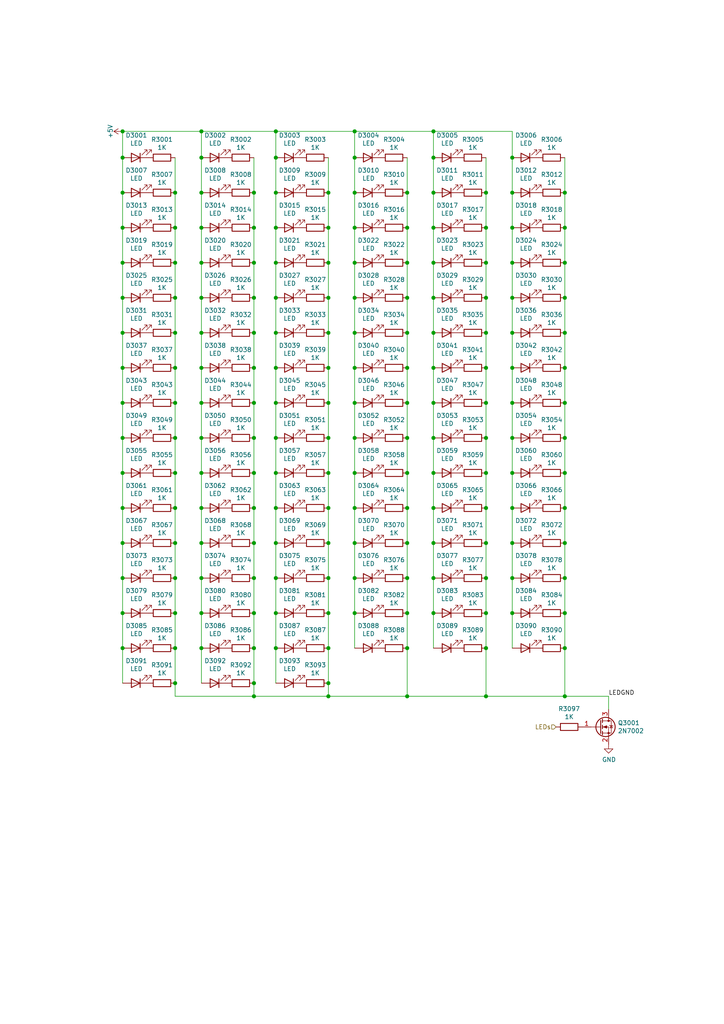
<source format=kicad_sch>
(kicad_sch (version 20211123) (generator eeschema)

  (uuid 286994e5-f0c4-4a0a-adea-2468e013a56f)

  (paper "A4" portrait)

  (title_block
    (title "ValKey")
    (date "2022-09-02")
    (rev "0.3")
    (company "Thomas Schwery")
    (comment 1 "ValKey TKL Keyboard")
  )

  

  (junction (at 118.11 201.93) (diameter 1.016) (color 0 0 0 0)
    (uuid 008d5474-498d-45e8-a1ba-40524f1335ff)
  )
  (junction (at 140.97 177.8) (diameter 1.016) (color 0 0 0 0)
    (uuid 00e18548-1f28-4ca8-b968-477de8f633ed)
  )
  (junction (at 118.11 66.04) (diameter 1.016) (color 0 0 0 0)
    (uuid 02e4da2a-8276-4833-8fb2-e7e741979657)
  )
  (junction (at 50.8 116.84) (diameter 1.016) (color 0 0 0 0)
    (uuid 031bf3dc-32db-4651-a5b6-a38dc244d068)
  )
  (junction (at 35.56 187.96) (diameter 1.016) (color 0 0 0 0)
    (uuid 0327f40b-88de-4e7b-8ea8-892d4159c63f)
  )
  (junction (at 125.73 137.16) (diameter 1.016) (color 0 0 0 0)
    (uuid 05998b83-b2bd-4a94-8eb0-d0bdd26d5f94)
  )
  (junction (at 35.56 157.48) (diameter 1.016) (color 0 0 0 0)
    (uuid 05dd3afd-0246-4f31-87fc-d19ab0ba62d0)
  )
  (junction (at 95.25 55.88) (diameter 1.016) (color 0 0 0 0)
    (uuid 0685417d-c56a-40e2-9378-6f29b7e2997c)
  )
  (junction (at 163.83 66.04) (diameter 1.016) (color 0 0 0 0)
    (uuid 06a5e287-f9ab-4776-b9ab-ca67be49de95)
  )
  (junction (at 50.8 157.48) (diameter 1.016) (color 0 0 0 0)
    (uuid 0772978a-0f26-41b0-a41f-89032aa2fb24)
  )
  (junction (at 118.11 167.64) (diameter 1.016) (color 0 0 0 0)
    (uuid 079b75c6-5c7b-4971-89ac-73317c318607)
  )
  (junction (at 125.73 177.8) (diameter 1.016) (color 0 0 0 0)
    (uuid 0831fbf6-89d8-4c60-8fb3-9c79ac046d38)
  )
  (junction (at 50.8 167.64) (diameter 1.016) (color 0 0 0 0)
    (uuid 083ea8f2-e418-4eec-a709-ca185b263dcb)
  )
  (junction (at 163.83 127) (diameter 1.016) (color 0 0 0 0)
    (uuid 09fa40f3-697c-4628-a00c-e9d1a4ea2566)
  )
  (junction (at 102.87 116.84) (diameter 1.016) (color 0 0 0 0)
    (uuid 0a3a20a4-abb0-41c1-9a26-1386eff263d3)
  )
  (junction (at 50.8 55.88) (diameter 1.016) (color 0 0 0 0)
    (uuid 0a6e2116-b49f-4feb-b829-d5a9b3599d4e)
  )
  (junction (at 118.11 55.88) (diameter 1.016) (color 0 0 0 0)
    (uuid 0a705a30-7923-48fa-9a56-8a968e09a719)
  )
  (junction (at 148.59 137.16) (diameter 1.016) (color 0 0 0 0)
    (uuid 0f45803e-59e1-449e-83da-39c2af94d317)
  )
  (junction (at 163.83 55.88) (diameter 1.016) (color 0 0 0 0)
    (uuid 101b51c4-a7f5-4ea9-af5a-7ba97d1d99fe)
  )
  (junction (at 73.66 127) (diameter 1.016) (color 0 0 0 0)
    (uuid 108929bc-a349-419e-83b1-28170faf7206)
  )
  (junction (at 102.87 137.16) (diameter 1.016) (color 0 0 0 0)
    (uuid 11bf0d77-f2ef-4d36-8dd6-f93371297a48)
  )
  (junction (at 73.66 96.52) (diameter 1.016) (color 0 0 0 0)
    (uuid 15f5442d-f3ee-40f9-88dc-f56855bd131d)
  )
  (junction (at 35.56 55.88) (diameter 1.016) (color 0 0 0 0)
    (uuid 1637f4ca-a741-4d3a-81b2-abcca0ecd939)
  )
  (junction (at 35.56 137.16) (diameter 1.016) (color 0 0 0 0)
    (uuid 1691d035-dd8d-4d43-be3e-eac5dd073ef6)
  )
  (junction (at 73.66 201.93) (diameter 1.016) (color 0 0 0 0)
    (uuid 175a0a89-905b-44d5-a009-cb30c1f24dd0)
  )
  (junction (at 148.59 86.36) (diameter 1.016) (color 0 0 0 0)
    (uuid 18627237-02bb-47ae-ac45-cd20e3a0aa8a)
  )
  (junction (at 148.59 55.88) (diameter 1.016) (color 0 0 0 0)
    (uuid 18ccbf67-c2c4-4557-8b71-45d46045e417)
  )
  (junction (at 125.73 157.48) (diameter 1.016) (color 0 0 0 0)
    (uuid 1a00882b-2900-47d0-856e-ca66d9af7af0)
  )
  (junction (at 35.56 45.72) (diameter 1.016) (color 0 0 0 0)
    (uuid 1ac539ce-0321-4b7e-904b-395de559421a)
  )
  (junction (at 95.25 106.68) (diameter 1.016) (color 0 0 0 0)
    (uuid 1ad22757-0fd0-4a3b-a834-efa503625cae)
  )
  (junction (at 50.8 106.68) (diameter 1.016) (color 0 0 0 0)
    (uuid 1ae723c7-e6fa-4ea7-9cb9-5b9255096b43)
  )
  (junction (at 140.97 116.84) (diameter 1.016) (color 0 0 0 0)
    (uuid 1fddac9f-e2cc-42c2-84cb-16cfb05a3582)
  )
  (junction (at 80.01 96.52) (diameter 1.016) (color 0 0 0 0)
    (uuid 2400ca80-9aec-4c8c-ac9f-e91f7d0d86c5)
  )
  (junction (at 140.97 86.36) (diameter 1.016) (color 0 0 0 0)
    (uuid 28854ef0-63f8-4cd1-a600-2f113620ecdb)
  )
  (junction (at 102.87 96.52) (diameter 1.016) (color 0 0 0 0)
    (uuid 2bb11e7c-b1af-4ec7-ba1e-ae60c1845587)
  )
  (junction (at 118.11 137.16) (diameter 1.016) (color 0 0 0 0)
    (uuid 2c43e3e9-039e-4bae-8239-6a4cd411f7d0)
  )
  (junction (at 80.01 127) (diameter 1.016) (color 0 0 0 0)
    (uuid 2d18031a-2f81-4ffb-81c2-83d7a8044b5a)
  )
  (junction (at 163.83 187.96) (diameter 1.016) (color 0 0 0 0)
    (uuid 2d2855bf-f027-424f-9a0f-28e1f90a7e40)
  )
  (junction (at 58.42 106.68) (diameter 1.016) (color 0 0 0 0)
    (uuid 2e34fa6e-c624-4f4d-9172-7b0ee3f7e9b5)
  )
  (junction (at 73.66 198.12) (diameter 1.016) (color 0 0 0 0)
    (uuid 2e8f5f23-3b9f-4d84-8856-21683c558470)
  )
  (junction (at 148.59 147.32) (diameter 1.016) (color 0 0 0 0)
    (uuid 30295410-06fc-442d-b239-82ce211fb7ce)
  )
  (junction (at 148.59 66.04) (diameter 1.016) (color 0 0 0 0)
    (uuid 3081b098-f463-4b4f-8336-e95f140193c1)
  )
  (junction (at 50.8 187.96) (diameter 1.016) (color 0 0 0 0)
    (uuid 3219c3b4-aafe-4777-b4c6-3471813f3785)
  )
  (junction (at 35.56 177.8) (diameter 1.016) (color 0 0 0 0)
    (uuid 331aa2f4-3be1-45d3-98c3-0bd3805d2e23)
  )
  (junction (at 73.66 147.32) (diameter 1.016) (color 0 0 0 0)
    (uuid 393bd9d3-8dac-4d57-8088-7eddbf5c4222)
  )
  (junction (at 163.83 201.93) (diameter 1.016) (color 0 0 0 0)
    (uuid 39b319ee-da96-4e42-b4fc-fe8b8331f225)
  )
  (junction (at 125.73 147.32) (diameter 1.016) (color 0 0 0 0)
    (uuid 3a494e19-ac5a-4852-91a9-f85fc17f6599)
  )
  (junction (at 58.42 96.52) (diameter 1.016) (color 0 0 0 0)
    (uuid 3b78cc32-6e9f-492b-9efb-f6a3301b6a1a)
  )
  (junction (at 50.8 147.32) (diameter 1.016) (color 0 0 0 0)
    (uuid 3bc45195-793c-406a-9bac-4949ba881d51)
  )
  (junction (at 80.01 187.96) (diameter 1.016) (color 0 0 0 0)
    (uuid 3c00663a-fac5-49ff-a958-b78b3c7ce318)
  )
  (junction (at 118.11 76.2) (diameter 1.016) (color 0 0 0 0)
    (uuid 3c42a5d3-c82e-4580-b2cd-b04081638bd1)
  )
  (junction (at 140.97 76.2) (diameter 1.016) (color 0 0 0 0)
    (uuid 3c6e2b8e-e126-4f32-8bb9-78a527676ef5)
  )
  (junction (at 140.97 157.48) (diameter 1.016) (color 0 0 0 0)
    (uuid 3d8d88d6-7acc-4a13-ab24-f879deb24865)
  )
  (junction (at 80.01 177.8) (diameter 1.016) (color 0 0 0 0)
    (uuid 3e493449-8085-4c4e-91bd-d3638b1ccc2f)
  )
  (junction (at 35.56 167.64) (diameter 1.016) (color 0 0 0 0)
    (uuid 41cfa0d1-b762-4b24-90f9-b9b43f4921da)
  )
  (junction (at 148.59 116.84) (diameter 1.016) (color 0 0 0 0)
    (uuid 4439919f-6913-4af9-9688-20437e76d24b)
  )
  (junction (at 35.56 127) (diameter 1.016) (color 0 0 0 0)
    (uuid 44a71b63-c75f-42b2-be0a-1948422f9e9e)
  )
  (junction (at 148.59 106.68) (diameter 1.016) (color 0 0 0 0)
    (uuid 48638bfe-36f9-4313-8772-22e4a711c7cf)
  )
  (junction (at 140.97 106.68) (diameter 1.016) (color 0 0 0 0)
    (uuid 494edd16-5585-4d03-ae16-3766585b7eac)
  )
  (junction (at 80.01 147.32) (diameter 1.016) (color 0 0 0 0)
    (uuid 4a8212b6-1e2a-4183-8f26-a4e7274339ee)
  )
  (junction (at 50.8 198.12) (diameter 1.016) (color 0 0 0 0)
    (uuid 4ac73892-30a3-4019-9837-da48c558e5e8)
  )
  (junction (at 140.97 96.52) (diameter 1.016) (color 0 0 0 0)
    (uuid 4d068827-f34c-4a06-9d1f-628be0a30fb2)
  )
  (junction (at 73.66 187.96) (diameter 1.016) (color 0 0 0 0)
    (uuid 4decabc9-ca56-4fd3-badb-faac6721c561)
  )
  (junction (at 102.87 127) (diameter 1.016) (color 0 0 0 0)
    (uuid 4ea18a5a-d152-4db3-b49c-f7fe9281daab)
  )
  (junction (at 102.87 106.68) (diameter 1.016) (color 0 0 0 0)
    (uuid 4fd3ed49-7278-4dbd-a088-8ff07438709e)
  )
  (junction (at 80.01 157.48) (diameter 1.016) (color 0 0 0 0)
    (uuid 51a15b68-a660-4889-86ff-1eb58ac1d55a)
  )
  (junction (at 163.83 96.52) (diameter 1.016) (color 0 0 0 0)
    (uuid 51d38ebe-900d-4fc1-babb-025050f22aae)
  )
  (junction (at 35.56 96.52) (diameter 1.016) (color 0 0 0 0)
    (uuid 52e4221b-41b0-4de2-bdf6-588edd18b236)
  )
  (junction (at 73.66 66.04) (diameter 1.016) (color 0 0 0 0)
    (uuid 5358d0e8-2733-4449-8a78-089acefe39bf)
  )
  (junction (at 58.42 147.32) (diameter 1.016) (color 0 0 0 0)
    (uuid 592b0ded-dfd8-4160-a980-b0a1b93692f0)
  )
  (junction (at 102.87 45.72) (diameter 1.016) (color 0 0 0 0)
    (uuid 5ab2aeab-4e70-433b-864c-fb8142209f5f)
  )
  (junction (at 125.73 127) (diameter 1.016) (color 0 0 0 0)
    (uuid 5abb278c-aab2-4495-be2e-9e3de0c98489)
  )
  (junction (at 148.59 96.52) (diameter 1.016) (color 0 0 0 0)
    (uuid 5d03cf16-e364-44a9-953d-c4fabd5eba52)
  )
  (junction (at 50.8 96.52) (diameter 1.016) (color 0 0 0 0)
    (uuid 5ebef843-6011-4e90-b96c-4a18f1f32bba)
  )
  (junction (at 80.01 66.04) (diameter 1.016) (color 0 0 0 0)
    (uuid 615b146e-a425-4207-b8af-adb5d77cd5f6)
  )
  (junction (at 140.97 167.64) (diameter 1.016) (color 0 0 0 0)
    (uuid 62f76bc7-8b23-4247-868a-9ddf7b5e4512)
  )
  (junction (at 95.25 76.2) (diameter 1.016) (color 0 0 0 0)
    (uuid 62f7e5f4-6f7e-4b1a-a73b-f40ac611895f)
  )
  (junction (at 35.56 106.68) (diameter 1.016) (color 0 0 0 0)
    (uuid 640dca44-e49d-47c0-928b-fe25285c7669)
  )
  (junction (at 163.83 167.64) (diameter 1.016) (color 0 0 0 0)
    (uuid 64ba8fdc-0d55-4329-b54b-1a6b052e9ddd)
  )
  (junction (at 95.25 137.16) (diameter 1.016) (color 0 0 0 0)
    (uuid 6513f766-071f-4c1b-9f04-0f140a84b154)
  )
  (junction (at 118.11 177.8) (diameter 1.016) (color 0 0 0 0)
    (uuid 66272452-1a6c-462d-aa0f-b36f2443d952)
  )
  (junction (at 163.83 86.36) (diameter 1.016) (color 0 0 0 0)
    (uuid 673c9160-6d80-4e4c-b8b7-d5d5f44ddf79)
  )
  (junction (at 58.42 55.88) (diameter 1.016) (color 0 0 0 0)
    (uuid 678fc9cf-cc1a-44fb-8f34-5f72950e508f)
  )
  (junction (at 95.25 66.04) (diameter 1.016) (color 0 0 0 0)
    (uuid 6ee46f82-aa96-48ba-bd3f-6704f972d466)
  )
  (junction (at 95.25 167.64) (diameter 1.016) (color 0 0 0 0)
    (uuid 6f70c18b-f422-40eb-922c-e162808f8863)
  )
  (junction (at 95.25 127) (diameter 1.016) (color 0 0 0 0)
    (uuid 6fb03f1d-f4f2-4470-9b2f-46466c7e6934)
  )
  (junction (at 140.97 201.93) (diameter 1.016) (color 0 0 0 0)
    (uuid 6ff6232a-5a9e-4973-8f69-8d84dd2af040)
  )
  (junction (at 102.87 177.8) (diameter 1.016) (color 0 0 0 0)
    (uuid 72783d09-27e4-40ad-9b9e-9fd1e124007c)
  )
  (junction (at 58.42 76.2) (diameter 1.016) (color 0 0 0 0)
    (uuid 7304534f-a0f2-4648-a6e7-7a0f3b83c6ef)
  )
  (junction (at 118.11 157.48) (diameter 1.016) (color 0 0 0 0)
    (uuid 74f5e733-29a2-4cbe-a233-38a7ffb1e3f6)
  )
  (junction (at 102.87 66.04) (diameter 1.016) (color 0 0 0 0)
    (uuid 76837129-f2ac-45fb-8f65-4fe73afafe23)
  )
  (junction (at 80.01 55.88) (diameter 1.016) (color 0 0 0 0)
    (uuid 7750f0aa-543e-4691-8267-c902b79394ab)
  )
  (junction (at 58.42 116.84) (diameter 1.016) (color 0 0 0 0)
    (uuid 777071f4-26a1-451a-a99d-734c29cbf067)
  )
  (junction (at 50.8 127) (diameter 1.016) (color 0 0 0 0)
    (uuid 77b1174f-9a54-466e-8168-82d489738c1e)
  )
  (junction (at 140.97 137.16) (diameter 1.016) (color 0 0 0 0)
    (uuid 787088f2-6ab1-4c01-a66b-ff067ab59b13)
  )
  (junction (at 35.56 38.1) (diameter 1.016) (color 0 0 0 0)
    (uuid 79538421-235d-4c95-a13c-7d782f6f9aee)
  )
  (junction (at 35.56 116.84) (diameter 1.016) (color 0 0 0 0)
    (uuid 79dff24e-38d8-4a05-8d0c-3f92c70fa505)
  )
  (junction (at 125.73 116.84) (diameter 1.016) (color 0 0 0 0)
    (uuid 79e5c7f1-b764-4105-a0aa-305dc88b496e)
  )
  (junction (at 58.42 157.48) (diameter 1.016) (color 0 0 0 0)
    (uuid 7ab95a8c-6543-4929-8b27-92d4f1f84b84)
  )
  (junction (at 58.42 137.16) (diameter 1.016) (color 0 0 0 0)
    (uuid 7b514fa4-1fbd-4ef9-a379-05b3385142aa)
  )
  (junction (at 125.73 167.64) (diameter 1.016) (color 0 0 0 0)
    (uuid 7da831e8-3824-4321-bce4-eebdf6cb5507)
  )
  (junction (at 125.73 96.52) (diameter 1.016) (color 0 0 0 0)
    (uuid 7f928404-0bef-4088-9f6a-39d887bb4c6e)
  )
  (junction (at 102.87 38.1) (diameter 1.016) (color 0 0 0 0)
    (uuid 80cf402a-8622-44b3-8120-6c7d31fa7692)
  )
  (junction (at 102.87 86.36) (diameter 1.016) (color 0 0 0 0)
    (uuid 824a6204-f5c5-4082-853f-1785fc96d8c3)
  )
  (junction (at 148.59 45.72) (diameter 1.016) (color 0 0 0 0)
    (uuid 82b89f32-b67c-44ca-8e50-f8d5ac5efc1c)
  )
  (junction (at 118.11 127) (diameter 1.016) (color 0 0 0 0)
    (uuid 843a8510-4d5d-4149-87c1-02b146d8f2e8)
  )
  (junction (at 35.56 66.04) (diameter 1.016) (color 0 0 0 0)
    (uuid 86389e9b-3f29-4204-9af4-28d5848ca86b)
  )
  (junction (at 80.01 167.64) (diameter 1.016) (color 0 0 0 0)
    (uuid 86fe7655-2d44-4506-bd86-9007fdc1b804)
  )
  (junction (at 148.59 76.2) (diameter 1.016) (color 0 0 0 0)
    (uuid 88a1fd14-286d-4459-8062-fc0fe8c4b0ca)
  )
  (junction (at 140.97 147.32) (diameter 1.016) (color 0 0 0 0)
    (uuid 8902e15b-056e-47f9-9109-6dbe7d2e149b)
  )
  (junction (at 140.97 187.96) (diameter 1.016) (color 0 0 0 0)
    (uuid 89eb4486-2ec5-446d-98f5-4ae3c938b1df)
  )
  (junction (at 163.83 76.2) (diameter 1.016) (color 0 0 0 0)
    (uuid 8a33012c-a0e2-4474-b407-5193091d0d4f)
  )
  (junction (at 102.87 55.88) (diameter 1.016) (color 0 0 0 0)
    (uuid 8be3f163-51e8-4473-8135-348798627130)
  )
  (junction (at 163.83 106.68) (diameter 1.016) (color 0 0 0 0)
    (uuid 8d6a27bf-e661-431f-8208-deaab495cab3)
  )
  (junction (at 125.73 45.72) (diameter 1.016) (color 0 0 0 0)
    (uuid 8de2cd13-5e38-4582-a0ef-8caf7a95cac7)
  )
  (junction (at 35.56 76.2) (diameter 1.016) (color 0 0 0 0)
    (uuid 8e892c0c-589f-49c8-a0a7-e2777a1f3e97)
  )
  (junction (at 102.87 157.48) (diameter 1.016) (color 0 0 0 0)
    (uuid 8f395d2e-82b9-4479-a340-69c9be7090d3)
  )
  (junction (at 148.59 157.48) (diameter 1.016) (color 0 0 0 0)
    (uuid 9146c53b-a422-4eee-90d9-46fb4154d14c)
  )
  (junction (at 163.83 147.32) (diameter 1.016) (color 0 0 0 0)
    (uuid 9387578a-9b0a-4384-aad2-1696c62ee4d6)
  )
  (junction (at 80.01 45.72) (diameter 1.016) (color 0 0 0 0)
    (uuid 93893d7b-5c0c-49dd-8601-20b58f0c5190)
  )
  (junction (at 80.01 116.84) (diameter 1.016) (color 0 0 0 0)
    (uuid 955f6607-d71b-47e3-89ca-4dca9af3d61e)
  )
  (junction (at 148.59 167.64) (diameter 1.016) (color 0 0 0 0)
    (uuid 95f2d4a5-13e5-4064-8207-dfa15475303d)
  )
  (junction (at 58.42 45.72) (diameter 1.016) (color 0 0 0 0)
    (uuid 97bc1c28-e9ec-4d8a-8788-3f2a7772e4c6)
  )
  (junction (at 80.01 76.2) (diameter 1.016) (color 0 0 0 0)
    (uuid 97d452bf-94e6-40f9-b5b6-79a4f34d5214)
  )
  (junction (at 80.01 86.36) (diameter 1.016) (color 0 0 0 0)
    (uuid 996bf1e7-a738-42ab-8b02-65954fe73f85)
  )
  (junction (at 95.25 198.12) (diameter 1.016) (color 0 0 0 0)
    (uuid 9ba81621-b334-4170-bead-c5cac894ced0)
  )
  (junction (at 50.8 137.16) (diameter 1.016) (color 0 0 0 0)
    (uuid 9e29b5bf-0f10-4752-8af6-94849e37298c)
  )
  (junction (at 163.83 137.16) (diameter 1.016) (color 0 0 0 0)
    (uuid 9e78bda2-544f-40f8-af5d-bd739df644ca)
  )
  (junction (at 50.8 86.36) (diameter 1.016) (color 0 0 0 0)
    (uuid 9efca636-0159-4add-be59-1623cc3576b0)
  )
  (junction (at 118.11 96.52) (diameter 1.016) (color 0 0 0 0)
    (uuid a00e5934-376a-4219-8d44-998f3f231e1f)
  )
  (junction (at 95.25 201.93) (diameter 1.016) (color 0 0 0 0)
    (uuid a533f360-97ac-4e6c-b637-66d89252fd94)
  )
  (junction (at 50.8 66.04) (diameter 1.016) (color 0 0 0 0)
    (uuid a61fdd00-dc5a-4fb2-b119-817460dd59b2)
  )
  (junction (at 73.66 116.84) (diameter 1.016) (color 0 0 0 0)
    (uuid aa6cb5a2-5672-4234-b21d-46f97a74f53a)
  )
  (junction (at 148.59 127) (diameter 1.016) (color 0 0 0 0)
    (uuid acc8db24-3b86-4989-98fa-fe5e1741b710)
  )
  (junction (at 125.73 38.1) (diameter 1.016) (color 0 0 0 0)
    (uuid b1fa83b0-3e82-4fa0-9ce4-edfba485fa8a)
  )
  (junction (at 35.56 86.36) (diameter 1.016) (color 0 0 0 0)
    (uuid b2e27c05-3ca0-4077-9924-f581fe86e83c)
  )
  (junction (at 140.97 66.04) (diameter 1.016) (color 0 0 0 0)
    (uuid b56421a9-6788-4ff3-acc9-177e1919954b)
  )
  (junction (at 50.8 76.2) (diameter 1.016) (color 0 0 0 0)
    (uuid b870529b-09bf-4785-a4bb-ff9255726069)
  )
  (junction (at 80.01 38.1) (diameter 1.016) (color 0 0 0 0)
    (uuid b90554f7-fbc7-4da0-84c1-32b97c9ab810)
  )
  (junction (at 95.25 86.36) (diameter 1.016) (color 0 0 0 0)
    (uuid ba1283ab-d43a-4c5c-bd45-0ff24e1d24d2)
  )
  (junction (at 102.87 76.2) (diameter 1.016) (color 0 0 0 0)
    (uuid bbc4b787-0cc6-46eb-ad9a-a10bf267b026)
  )
  (junction (at 118.11 86.36) (diameter 1.016) (color 0 0 0 0)
    (uuid bd858b15-c91b-4111-88ef-614ee7200274)
  )
  (junction (at 102.87 147.32) (diameter 1.016) (color 0 0 0 0)
    (uuid bf5278b6-92b1-458f-9c30-48256dcac0e7)
  )
  (junction (at 73.66 55.88) (diameter 1.016) (color 0 0 0 0)
    (uuid c0dc4834-57ca-448a-870c-4d2e357a20ff)
  )
  (junction (at 50.8 177.8) (diameter 1.016) (color 0 0 0 0)
    (uuid c28760ea-2410-4f35-8e80-035e4e4002a6)
  )
  (junction (at 95.25 96.52) (diameter 1.016) (color 0 0 0 0)
    (uuid c5a4a6d5-5602-4211-8b72-ae656e0b5dfb)
  )
  (junction (at 35.56 147.32) (diameter 1.016) (color 0 0 0 0)
    (uuid c6df1d8c-804a-447b-89c6-f4206afe753b)
  )
  (junction (at 73.66 167.64) (diameter 1.016) (color 0 0 0 0)
    (uuid c71d2402-45c2-4486-a285-52c7362307b4)
  )
  (junction (at 73.66 137.16) (diameter 1.016) (color 0 0 0 0)
    (uuid ca22249b-eeb8-4870-be69-738874074621)
  )
  (junction (at 95.25 147.32) (diameter 1.016) (color 0 0 0 0)
    (uuid ceb00265-6b5e-4d0e-bf42-4fb5d0aeb843)
  )
  (junction (at 80.01 106.68) (diameter 1.016) (color 0 0 0 0)
    (uuid d2cd082a-7dd1-493e-9b3c-9fede64c8530)
  )
  (junction (at 118.11 106.68) (diameter 1.016) (color 0 0 0 0)
    (uuid d4e17fe9-c18f-4723-b55b-c5e048f01b1c)
  )
  (junction (at 95.25 187.96) (diameter 1.016) (color 0 0 0 0)
    (uuid d69a9317-189a-4638-9f80-a5c5168f606e)
  )
  (junction (at 95.25 177.8) (diameter 1.016) (color 0 0 0 0)
    (uuid d8adefc7-ee67-4e07-9578-258a6efb518e)
  )
  (junction (at 58.42 66.04) (diameter 1.016) (color 0 0 0 0)
    (uuid d9303bd9-13a6-4744-97b2-2707f1217268)
  )
  (junction (at 95.25 157.48) (diameter 1.016) (color 0 0 0 0)
    (uuid da398199-3ed2-449d-b88a-f0a505e2fb8a)
  )
  (junction (at 163.83 116.84) (diameter 1.016) (color 0 0 0 0)
    (uuid dc7cf77f-2042-4573-9b65-6a6058cac62c)
  )
  (junction (at 118.11 147.32) (diameter 1.016) (color 0 0 0 0)
    (uuid dd54b7fe-4cb3-4a4b-a966-01f4e3a71234)
  )
  (junction (at 73.66 86.36) (diameter 1.016) (color 0 0 0 0)
    (uuid dd56e4d7-d86d-4c04-a772-ef4ac148e81b)
  )
  (junction (at 58.42 177.8) (diameter 1.016) (color 0 0 0 0)
    (uuid decb5574-3e09-4da9-82d7-b078536b2696)
  )
  (junction (at 73.66 76.2) (diameter 1.016) (color 0 0 0 0)
    (uuid dfd0d6a7-0a08-4b5b-b88d-f74345242034)
  )
  (junction (at 73.66 157.48) (diameter 1.016) (color 0 0 0 0)
    (uuid e0c0eb14-7dea-4479-81d2-35fe4178228a)
  )
  (junction (at 148.59 177.8) (diameter 1.016) (color 0 0 0 0)
    (uuid e3da9df7-3baa-46d7-9109-a2c7d6425f87)
  )
  (junction (at 163.83 157.48) (diameter 1.016) (color 0 0 0 0)
    (uuid e427822b-e891-4fda-b675-c7434027db7c)
  )
  (junction (at 125.73 66.04) (diameter 1.016) (color 0 0 0 0)
    (uuid e5a08cba-13b5-4531-be5e-8ab13a46a75a)
  )
  (junction (at 73.66 106.68) (diameter 1.016) (color 0 0 0 0)
    (uuid e7d860f0-05f0-43d0-b3ee-4a39f1b716af)
  )
  (junction (at 58.42 127) (diameter 1.016) (color 0 0 0 0)
    (uuid e836d4c9-0883-44d0-912e-f361d5f40e70)
  )
  (junction (at 125.73 76.2) (diameter 1.016) (color 0 0 0 0)
    (uuid ea4a9bbe-49c7-499d-894d-0869677be211)
  )
  (junction (at 118.11 116.84) (diameter 1.016) (color 0 0 0 0)
    (uuid ecaf9fdf-22ad-4b09-a16f-4c87d935637d)
  )
  (junction (at 58.42 38.1) (diameter 1.016) (color 0 0 0 0)
    (uuid f0902392-d44a-42f8-ada8-7f242a66a9f2)
  )
  (junction (at 58.42 187.96) (diameter 1.016) (color 0 0 0 0)
    (uuid f36b6d9c-1fc6-4053-aad8-e45501b54c99)
  )
  (junction (at 58.42 167.64) (diameter 1.016) (color 0 0 0 0)
    (uuid f4c8fdfa-de44-4c30-b641-fa9469b2ffdb)
  )
  (junction (at 80.01 137.16) (diameter 1.016) (color 0 0 0 0)
    (uuid f54e6f3a-d4f3-470b-a90b-e31bc598c496)
  )
  (junction (at 118.11 187.96) (diameter 1.016) (color 0 0 0 0)
    (uuid f666c2d0-5e26-4037-beb1-17e5db0bac81)
  )
  (junction (at 58.42 86.36) (diameter 1.016) (color 0 0 0 0)
    (uuid f6c36f4c-a52b-4992-8c1f-c70e12a5f03c)
  )
  (junction (at 73.66 177.8) (diameter 1.016) (color 0 0 0 0)
    (uuid f93ba7e1-af4a-47f0-8df5-dbc309b0d413)
  )
  (junction (at 95.25 116.84) (diameter 1.016) (color 0 0 0 0)
    (uuid fa97a1d9-5ba7-4104-86df-3a1274bb83f0)
  )
  (junction (at 102.87 167.64) (diameter 1.016) (color 0 0 0 0)
    (uuid fb1984df-626b-492c-948c-59fb97faf9e3)
  )
  (junction (at 125.73 55.88) (diameter 1.016) (color 0 0 0 0)
    (uuid fb3ba424-efef-41a9-bae5-97b4dc01a8b0)
  )
  (junction (at 163.83 177.8) (diameter 1.016) (color 0 0 0 0)
    (uuid fc8251ca-ee5c-4ef6-bf27-2b34a690bf4e)
  )
  (junction (at 140.97 55.88) (diameter 1.016) (color 0 0 0 0)
    (uuid fc9cb685-e5ce-4933-bf3c-3e64e9c4e4ed)
  )
  (junction (at 125.73 106.68) (diameter 1.016) (color 0 0 0 0)
    (uuid feac6aa2-5b7b-4747-978c-e32dd35d9173)
  )
  (junction (at 125.73 86.36) (diameter 1.016) (color 0 0 0 0)
    (uuid febe4921-fd7c-48c9-aa34-390759f29b9b)
  )
  (junction (at 140.97 127) (diameter 1.016) (color 0 0 0 0)
    (uuid ff19c345-9182-4f24-949c-e66d5942a07e)
  )

  (wire (pts (xy 73.66 177.8) (xy 73.66 187.96))
    (stroke (width 0) (type solid) (color 0 0 0 0))
    (uuid 01c1d146-7ef5-41c4-aadb-ff4534ad4d1e)
  )
  (wire (pts (xy 102.87 55.88) (xy 102.87 45.72))
    (stroke (width 0) (type solid) (color 0 0 0 0))
    (uuid 0211a54c-9d6b-41b4-8183-3d448f0e81eb)
  )
  (wire (pts (xy 118.11 201.93) (xy 95.25 201.93))
    (stroke (width 0) (type solid) (color 0 0 0 0))
    (uuid 022d0c47-9960-4bd1-b6db-9b40bd72997c)
  )
  (wire (pts (xy 163.83 167.64) (xy 163.83 177.8))
    (stroke (width 0) (type solid) (color 0 0 0 0))
    (uuid 03a8f628-0075-41c4-91d3-ad2a13690542)
  )
  (wire (pts (xy 73.66 137.16) (xy 73.66 147.32))
    (stroke (width 0) (type solid) (color 0 0 0 0))
    (uuid 050c9449-b4a2-49fe-aa9b-459bc7329bf2)
  )
  (wire (pts (xy 50.8 147.32) (xy 50.8 157.48))
    (stroke (width 0) (type solid) (color 0 0 0 0))
    (uuid 052295f0-b54c-43e4-b774-8d4119dc6c3b)
  )
  (wire (pts (xy 163.83 157.48) (xy 163.83 167.64))
    (stroke (width 0) (type solid) (color 0 0 0 0))
    (uuid 05c6e348-1d82-4a5f-8128-f423c39fce42)
  )
  (wire (pts (xy 148.59 96.52) (xy 148.59 106.68))
    (stroke (width 0) (type solid) (color 0 0 0 0))
    (uuid 08bd6067-3568-44a5-a877-79f7cd5668e0)
  )
  (wire (pts (xy 58.42 157.48) (xy 58.42 167.64))
    (stroke (width 0) (type solid) (color 0 0 0 0))
    (uuid 09131e12-4eb0-4d8c-8c29-ab34d3891adf)
  )
  (wire (pts (xy 58.42 177.8) (xy 58.42 187.96))
    (stroke (width 0) (type solid) (color 0 0 0 0))
    (uuid 0afba1e5-535d-4deb-8cff-40f6d7e80d78)
  )
  (wire (pts (xy 95.25 147.32) (xy 95.25 157.48))
    (stroke (width 0) (type solid) (color 0 0 0 0))
    (uuid 0f8006b5-3310-45fe-9453-66d8ce50eee5)
  )
  (wire (pts (xy 73.66 127) (xy 73.66 137.16))
    (stroke (width 0) (type solid) (color 0 0 0 0))
    (uuid 0fe4d030-7010-4425-b12b-af5eff3959bd)
  )
  (wire (pts (xy 125.73 66.04) (xy 125.73 76.2))
    (stroke (width 0) (type solid) (color 0 0 0 0))
    (uuid 10697b90-b483-41dc-9e60-c167739a5034)
  )
  (wire (pts (xy 118.11 106.68) (xy 118.11 116.84))
    (stroke (width 0) (type solid) (color 0 0 0 0))
    (uuid 10d33bc7-d343-4f83-908f-682432b3e76d)
  )
  (wire (pts (xy 140.97 66.04) (xy 140.97 76.2))
    (stroke (width 0) (type solid) (color 0 0 0 0))
    (uuid 11d93bc3-cb65-4d75-a265-0836a74da019)
  )
  (wire (pts (xy 35.56 76.2) (xy 35.56 86.36))
    (stroke (width 0) (type solid) (color 0 0 0 0))
    (uuid 127128b6-6bed-40b8-b7f3-7fdb6cfd98bd)
  )
  (wire (pts (xy 148.59 157.48) (xy 148.59 167.64))
    (stroke (width 0) (type solid) (color 0 0 0 0))
    (uuid 12bc55ee-92c6-403e-96e2-52c384871d26)
  )
  (wire (pts (xy 73.66 201.93) (xy 50.8 201.93))
    (stroke (width 0) (type solid) (color 0 0 0 0))
    (uuid 1394e9ce-e52d-4284-ab6e-ddbc59069a45)
  )
  (wire (pts (xy 95.25 137.16) (xy 95.25 147.32))
    (stroke (width 0) (type solid) (color 0 0 0 0))
    (uuid 14d9f9ee-0d66-4d7b-bd3e-49b94ed4c5fc)
  )
  (wire (pts (xy 140.97 96.52) (xy 140.97 106.68))
    (stroke (width 0) (type solid) (color 0 0 0 0))
    (uuid 15a2f5fd-1a33-4503-bcd4-60c4cbac2ba4)
  )
  (wire (pts (xy 102.87 55.88) (xy 102.87 66.04))
    (stroke (width 0) (type solid) (color 0 0 0 0))
    (uuid 1620c8e7-b856-4a9e-96d5-85cca963b878)
  )
  (wire (pts (xy 95.25 55.88) (xy 95.25 66.04))
    (stroke (width 0) (type solid) (color 0 0 0 0))
    (uuid 1912a27f-d0e7-47c9-b321-e07576ea0447)
  )
  (wire (pts (xy 163.83 147.32) (xy 163.83 157.48))
    (stroke (width 0) (type solid) (color 0 0 0 0))
    (uuid 1b52d889-191b-4777-aa23-d2688a7ccac1)
  )
  (wire (pts (xy 35.56 127) (xy 35.56 137.16))
    (stroke (width 0) (type solid) (color 0 0 0 0))
    (uuid 1d29ec7b-3129-48a6-ae97-e06e0bb69e4d)
  )
  (wire (pts (xy 58.42 38.1) (xy 58.42 45.72))
    (stroke (width 0) (type solid) (color 0 0 0 0))
    (uuid 1dbca339-48c0-4969-8d46-3eab19728bcc)
  )
  (wire (pts (xy 176.53 201.93) (xy 163.83 201.93))
    (stroke (width 0) (type solid) (color 0 0 0 0))
    (uuid 1e385a39-e3b5-4e84-9b72-474ac466d90d)
  )
  (wire (pts (xy 50.8 177.8) (xy 50.8 187.96))
    (stroke (width 0) (type solid) (color 0 0 0 0))
    (uuid 2014fbef-018e-4e86-afa1-fc6addb8aab7)
  )
  (wire (pts (xy 73.66 201.93) (xy 95.25 201.93))
    (stroke (width 0) (type solid) (color 0 0 0 0))
    (uuid 23f41330-84d3-4854-a09d-565803a88df3)
  )
  (wire (pts (xy 95.25 66.04) (xy 95.25 76.2))
    (stroke (width 0) (type solid) (color 0 0 0 0))
    (uuid 27a63d22-626d-4cc1-be31-d44107f38962)
  )
  (wire (pts (xy 118.11 55.88) (xy 118.11 66.04))
    (stroke (width 0) (type solid) (color 0 0 0 0))
    (uuid 29f30567-ce8d-4001-8e22-e22ce92c59b1)
  )
  (wire (pts (xy 58.42 116.84) (xy 58.42 127))
    (stroke (width 0) (type solid) (color 0 0 0 0))
    (uuid 2d0c622b-84d7-4e06-9ef6-2b7ae6600a03)
  )
  (wire (pts (xy 80.01 38.1) (xy 80.01 45.72))
    (stroke (width 0) (type solid) (color 0 0 0 0))
    (uuid 2e556ad7-258b-4293-b10a-4d677efff9bf)
  )
  (wire (pts (xy 102.87 167.64) (xy 102.87 177.8))
    (stroke (width 0) (type solid) (color 0 0 0 0))
    (uuid 2f4b2253-088d-4400-826a-6605bfc37a20)
  )
  (wire (pts (xy 35.56 116.84) (xy 35.56 127))
    (stroke (width 0) (type solid) (color 0 0 0 0))
    (uuid 2f7f046e-125a-4ab3-a471-763447fb3a98)
  )
  (wire (pts (xy 35.56 38.1) (xy 35.56 45.72))
    (stroke (width 0) (type solid) (color 0 0 0 0))
    (uuid 30453cc8-e34e-41b3-863c-884be66dc3e4)
  )
  (wire (pts (xy 95.25 76.2) (xy 95.25 86.36))
    (stroke (width 0) (type solid) (color 0 0 0 0))
    (uuid 30a14425-097a-41af-9f96-2c4dba602898)
  )
  (wire (pts (xy 73.66 86.36) (xy 73.66 96.52))
    (stroke (width 0) (type solid) (color 0 0 0 0))
    (uuid 31419377-c4bc-483a-9bc2-fe268e5e4cc5)
  )
  (wire (pts (xy 118.11 167.64) (xy 118.11 177.8))
    (stroke (width 0) (type solid) (color 0 0 0 0))
    (uuid 31b4ff92-b8fc-44ed-a429-b519c37f711a)
  )
  (wire (pts (xy 140.97 201.93) (xy 118.11 201.93))
    (stroke (width 0) (type solid) (color 0 0 0 0))
    (uuid 328b2c7b-e4aa-4971-9227-fbfd42dfeddd)
  )
  (wire (pts (xy 50.8 76.2) (xy 50.8 86.36))
    (stroke (width 0) (type solid) (color 0 0 0 0))
    (uuid 33fe743f-5289-4a65-8507-42521dde97ef)
  )
  (wire (pts (xy 58.42 167.64) (xy 58.42 177.8))
    (stroke (width 0) (type solid) (color 0 0 0 0))
    (uuid 36ee7496-cfce-40c3-8d9e-3ef9f6a1cec6)
  )
  (wire (pts (xy 73.66 116.84) (xy 73.66 127))
    (stroke (width 0) (type solid) (color 0 0 0 0))
    (uuid 3753e263-5762-4fe9-a694-2188d6ad20f8)
  )
  (wire (pts (xy 80.01 167.64) (xy 80.01 177.8))
    (stroke (width 0) (type solid) (color 0 0 0 0))
    (uuid 38b1ac6c-84c4-4993-ad28-30614cc059b8)
  )
  (wire (pts (xy 125.73 38.1) (xy 125.73 45.72))
    (stroke (width 0) (type solid) (color 0 0 0 0))
    (uuid 3a8171b5-02da-474a-b102-27a038e89a9e)
  )
  (wire (pts (xy 125.73 106.68) (xy 125.73 116.84))
    (stroke (width 0) (type solid) (color 0 0 0 0))
    (uuid 3b25d319-f11c-4d46-880d-dc834fd09b0f)
  )
  (wire (pts (xy 35.56 157.48) (xy 35.56 147.32))
    (stroke (width 0) (type solid) (color 0 0 0 0))
    (uuid 3e256123-e721-43ca-bf4c-193b1fbef7bb)
  )
  (wire (pts (xy 102.87 116.84) (xy 102.87 127))
    (stroke (width 0) (type solid) (color 0 0 0 0))
    (uuid 3faeb736-ca46-4520-92aa-5a021d90853a)
  )
  (wire (pts (xy 80.01 55.88) (xy 80.01 66.04))
    (stroke (width 0) (type solid) (color 0 0 0 0))
    (uuid 45b932ba-a989-4b41-a63c-6491d88c1406)
  )
  (wire (pts (xy 80.01 147.32) (xy 80.01 157.48))
    (stroke (width 0) (type solid) (color 0 0 0 0))
    (uuid 46f2ad3e-9ef7-4f2c-a0e4-19b76593a822)
  )
  (wire (pts (xy 140.97 177.8) (xy 140.97 187.96))
    (stroke (width 0) (type solid) (color 0 0 0 0))
    (uuid 48649e10-aaac-4cbd-9c66-3df8d8ea58a5)
  )
  (wire (pts (xy 80.01 106.68) (xy 80.01 116.84))
    (stroke (width 0) (type solid) (color 0 0 0 0))
    (uuid 486d8c73-c94e-48b1-baa7-f89c2992145f)
  )
  (wire (pts (xy 58.42 96.52) (xy 58.42 106.68))
    (stroke (width 0) (type solid) (color 0 0 0 0))
    (uuid 48f3db1c-c90c-49f6-9666-b6c2f41be9ad)
  )
  (wire (pts (xy 35.56 55.88) (xy 35.56 66.04))
    (stroke (width 0) (type solid) (color 0 0 0 0))
    (uuid 497616c0-0347-43c8-abf6-46dfa6774fd1)
  )
  (wire (pts (xy 125.73 116.84) (xy 125.73 127))
    (stroke (width 0) (type solid) (color 0 0 0 0))
    (uuid 4a003ee8-7c8b-40a8-be8e-62f6daffd9b2)
  )
  (wire (pts (xy 118.11 66.04) (xy 118.11 76.2))
    (stroke (width 0) (type solid) (color 0 0 0 0))
    (uuid 4b91aed7-3252-41cf-a181-378ab2143049)
  )
  (wire (pts (xy 73.66 106.68) (xy 73.66 116.84))
    (stroke (width 0) (type solid) (color 0 0 0 0))
    (uuid 4babca06-176b-45d3-8797-a27d59fcbc33)
  )
  (wire (pts (xy 80.01 116.84) (xy 80.01 127))
    (stroke (width 0) (type solid) (color 0 0 0 0))
    (uuid 53008f05-71d1-4ed2-b859-2fa8996c1142)
  )
  (wire (pts (xy 50.8 198.12) (xy 50.8 201.93))
    (stroke (width 0) (type solid) (color 0 0 0 0))
    (uuid 553ce2b7-f555-4e4a-a00b-2b748c278467)
  )
  (wire (pts (xy 102.87 147.32) (xy 102.87 157.48))
    (stroke (width 0) (type solid) (color 0 0 0 0))
    (uuid 558c3e06-9cc5-4f21-91a5-394d0f226fd8)
  )
  (wire (pts (xy 58.42 106.68) (xy 58.42 116.84))
    (stroke (width 0) (type solid) (color 0 0 0 0))
    (uuid 55d9c817-60b1-4915-9d7b-e095912184ac)
  )
  (wire (pts (xy 80.01 86.36) (xy 80.01 96.52))
    (stroke (width 0) (type solid) (color 0 0 0 0))
    (uuid 561de4cc-e52a-437e-8eb7-269d0188bf07)
  )
  (wire (pts (xy 125.73 55.88) (xy 125.73 45.72))
    (stroke (width 0) (type solid) (color 0 0 0 0))
    (uuid 5649528f-ab60-4afc-b469-1d2188a93b11)
  )
  (wire (pts (xy 140.97 116.84) (xy 140.97 127))
    (stroke (width 0) (type solid) (color 0 0 0 0))
    (uuid 57cf76ba-5c63-43b3-9028-8ad1d44618e8)
  )
  (wire (pts (xy 35.56 198.12) (xy 35.56 187.96))
    (stroke (width 0) (type solid) (color 0 0 0 0))
    (uuid 58d7c9ca-4321-4f12-b09e-7d4b8c09c2e6)
  )
  (wire (pts (xy 102.87 38.1) (xy 102.87 45.72))
    (stroke (width 0) (type solid) (color 0 0 0 0))
    (uuid 59920716-9b4a-4a72-965f-634c681a6190)
  )
  (wire (pts (xy 163.83 96.52) (xy 163.83 106.68))
    (stroke (width 0) (type solid) (color 0 0 0 0))
    (uuid 5d6752f3-1b9b-4075-ae74-3414712df074)
  )
  (wire (pts (xy 163.83 106.68) (xy 163.83 116.84))
    (stroke (width 0) (type solid) (color 0 0 0 0))
    (uuid 5f204c87-43e6-4344-9698-8d4070e5e8c6)
  )
  (wire (pts (xy 95.25 106.68) (xy 95.25 116.84))
    (stroke (width 0) (type solid) (color 0 0 0 0))
    (uuid 61f6cb31-967c-4ae1-812b-6bf278b151c9)
  )
  (wire (pts (xy 140.97 147.32) (xy 140.97 157.48))
    (stroke (width 0) (type solid) (color 0 0 0 0))
    (uuid 625ea988-eb12-4dd9-9016-d89aaf386c27)
  )
  (wire (pts (xy 35.56 157.48) (xy 35.56 167.64))
    (stroke (width 0) (type solid) (color 0 0 0 0))
    (uuid 6277efae-9ec3-404d-a391-726d750bb0fa)
  )
  (wire (pts (xy 95.25 127) (xy 95.25 137.16))
    (stroke (width 0) (type solid) (color 0 0 0 0))
    (uuid 63832d4a-89b0-4fe1-872b-a7fd52b197c5)
  )
  (wire (pts (xy 50.8 55.88) (xy 50.8 66.04))
    (stroke (width 0) (type solid) (color 0 0 0 0))
    (uuid 640930e1-5fcc-4432-8a0d-34e398f233af)
  )
  (wire (pts (xy 80.01 177.8) (xy 80.01 187.96))
    (stroke (width 0) (type solid) (color 0 0 0 0))
    (uuid 66079bad-a2a1-494c-895f-d8ba60af5f25)
  )
  (wire (pts (xy 118.11 137.16) (xy 118.11 147.32))
    (stroke (width 0) (type solid) (color 0 0 0 0))
    (uuid 671760ac-78b8-455c-a4d7-eae86b8fcb72)
  )
  (wire (pts (xy 118.11 127) (xy 118.11 137.16))
    (stroke (width 0) (type solid) (color 0 0 0 0))
    (uuid 684c841b-4623-4b9b-8c2b-5a707435dfd2)
  )
  (wire (pts (xy 148.59 177.8) (xy 148.59 187.96))
    (stroke (width 0) (type solid) (color 0 0 0 0))
    (uuid 694e149b-ac8c-4a09-9f38-f0b78f3cc26f)
  )
  (wire (pts (xy 50.8 157.48) (xy 50.8 167.64))
    (stroke (width 0) (type solid) (color 0 0 0 0))
    (uuid 696f7aa7-53f1-428f-9bcf-0511a2097681)
  )
  (wire (pts (xy 140.97 76.2) (xy 140.97 86.36))
    (stroke (width 0) (type solid) (color 0 0 0 0))
    (uuid 6a8ea188-f74c-43d4-ac53-ee15d5cde005)
  )
  (wire (pts (xy 163.83 127) (xy 163.83 137.16))
    (stroke (width 0) (type solid) (color 0 0 0 0))
    (uuid 6b7c2e69-0c58-4e45-860b-62beed9fd10b)
  )
  (wire (pts (xy 102.87 127) (xy 102.87 137.16))
    (stroke (width 0) (type solid) (color 0 0 0 0))
    (uuid 6b9d2ded-a2c6-4431-b3f5-fcb09e128020)
  )
  (wire (pts (xy 118.11 157.48) (xy 118.11 167.64))
    (stroke (width 0) (type solid) (color 0 0 0 0))
    (uuid 6bba5c07-5c23-4b90-9a66-928f7af9f832)
  )
  (wire (pts (xy 140.97 45.72) (xy 140.97 55.88))
    (stroke (width 0) (type solid) (color 0 0 0 0))
    (uuid 6cdc5eb0-5323-4b2f-aa38-ceb173f55475)
  )
  (wire (pts (xy 140.97 137.16) (xy 140.97 147.32))
    (stroke (width 0) (type solid) (color 0 0 0 0))
    (uuid 6daf03da-65f5-492e-b684-2d3c4b6ea83c)
  )
  (wire (pts (xy 35.56 55.88) (xy 35.56 45.72))
    (stroke (width 0) (type solid) (color 0 0 0 0))
    (uuid 6eedeca9-bfa9-48bb-b1e6-ee2c4c71ab46)
  )
  (wire (pts (xy 140.97 106.68) (xy 140.97 116.84))
    (stroke (width 0) (type solid) (color 0 0 0 0))
    (uuid 752faf9d-a3c6-4792-b9e7-b3ff936ac0d9)
  )
  (wire (pts (xy 80.01 76.2) (xy 80.01 86.36))
    (stroke (width 0) (type solid) (color 0 0 0 0))
    (uuid 7613a9c8-633a-44b9-85a4-4862849bfa66)
  )
  (wire (pts (xy 140.97 167.64) (xy 140.97 177.8))
    (stroke (width 0) (type solid) (color 0 0 0 0))
    (uuid 774c3611-0d2f-4592-82de-fff75a959397)
  )
  (wire (pts (xy 140.97 86.36) (xy 140.97 96.52))
    (stroke (width 0) (type solid) (color 0 0 0 0))
    (uuid 79bb104f-2114-4fa2-9d41-1f06fb1fcea9)
  )
  (wire (pts (xy 95.25 116.84) (xy 95.25 127))
    (stroke (width 0) (type solid) (color 0 0 0 0))
    (uuid 7b77675d-6b7c-4de0-ae95-937125ae137d)
  )
  (wire (pts (xy 148.59 55.88) (xy 148.59 45.72))
    (stroke (width 0) (type solid) (color 0 0 0 0))
    (uuid 7c578856-8992-4e02-9f6d-9df60bbe2471)
  )
  (wire (pts (xy 35.56 38.1) (xy 58.42 38.1))
    (stroke (width 0) (type solid) (color 0 0 0 0))
    (uuid 7db07306-6cc0-44f7-bff9-500eb6a84b5c)
  )
  (wire (pts (xy 163.83 137.16) (xy 163.83 147.32))
    (stroke (width 0) (type solid) (color 0 0 0 0))
    (uuid 7f41417a-87c7-4684-bd86-68c02108f11e)
  )
  (wire (pts (xy 163.83 187.96) (xy 163.83 201.93))
    (stroke (width 0) (type solid) (color 0 0 0 0))
    (uuid 82d7f1f1-1eaf-4528-bc84-94383769514d)
  )
  (wire (pts (xy 35.56 66.04) (xy 35.56 76.2))
    (stroke (width 0) (type solid) (color 0 0 0 0))
    (uuid 83089c44-ef6c-4dd8-b129-13d8bc4fe163)
  )
  (wire (pts (xy 95.25 157.48) (xy 95.25 167.64))
    (stroke (width 0) (type solid) (color 0 0 0 0))
    (uuid 84250ca8-a092-4728-bcf9-dd1863bf6058)
  )
  (wire (pts (xy 58.42 86.36) (xy 58.42 96.52))
    (stroke (width 0) (type solid) (color 0 0 0 0))
    (uuid 84306b28-6773-44b3-bc83-5f64eec51bff)
  )
  (wire (pts (xy 50.8 66.04) (xy 50.8 76.2))
    (stroke (width 0) (type solid) (color 0 0 0 0))
    (uuid 84a5cea0-f166-4559-8349-5a0c8b4e43df)
  )
  (wire (pts (xy 58.42 137.16) (xy 58.42 147.32))
    (stroke (width 0) (type solid) (color 0 0 0 0))
    (uuid 8517d2b0-83ce-41c5-9f0f-bcb831fe0aee)
  )
  (wire (pts (xy 95.25 187.96) (xy 95.25 198.12))
    (stroke (width 0) (type solid) (color 0 0 0 0))
    (uuid 867ee4a6-63c1-4a51-bb9d-2eab56622c85)
  )
  (wire (pts (xy 163.83 86.36) (xy 163.83 96.52))
    (stroke (width 0) (type solid) (color 0 0 0 0))
    (uuid 86d2cd8e-b38b-4597-88f7-50387a79a437)
  )
  (wire (pts (xy 35.56 167.64) (xy 35.56 177.8))
    (stroke (width 0) (type solid) (color 0 0 0 0))
    (uuid 872fe63d-52cb-42ed-b02e-d0843c8bf5ed)
  )
  (wire (pts (xy 118.11 76.2) (xy 118.11 86.36))
    (stroke (width 0) (type solid) (color 0 0 0 0))
    (uuid 899e43ec-3266-40e4-8a49-fbf0ffe754e4)
  )
  (wire (pts (xy 102.87 177.8) (xy 102.87 187.96))
    (stroke (width 0) (type solid) (color 0 0 0 0))
    (uuid 8d7cf5c2-127b-4dd2-b379-241405488c65)
  )
  (wire (pts (xy 80.01 157.48) (xy 80.01 167.64))
    (stroke (width 0) (type solid) (color 0 0 0 0))
    (uuid 8e059050-4ac1-434a-b06a-7d7a62ae1dfe)
  )
  (wire (pts (xy 125.73 157.48) (xy 125.73 167.64))
    (stroke (width 0) (type solid) (color 0 0 0 0))
    (uuid 8e50021e-3dea-4a0d-ab56-8600a60cd358)
  )
  (wire (pts (xy 73.66 147.32) (xy 73.66 157.48))
    (stroke (width 0) (type solid) (color 0 0 0 0))
    (uuid 8fd8bf98-5e34-4952-bfcd-36a778f69e87)
  )
  (wire (pts (xy 80.01 96.52) (xy 80.01 106.68))
    (stroke (width 0) (type solid) (color 0 0 0 0))
    (uuid 90988e12-7b59-42e7-ba1e-9e0f9aad1e65)
  )
  (wire (pts (xy 50.8 86.36) (xy 50.8 96.52))
    (stroke (width 0) (type solid) (color 0 0 0 0))
    (uuid 91781c2b-6219-4c4b-86fa-71b65c70b09a)
  )
  (wire (pts (xy 125.73 86.36) (xy 125.73 96.52))
    (stroke (width 0) (type solid) (color 0 0 0 0))
    (uuid 9274a001-b680-4972-b45f-e56074b62567)
  )
  (wire (pts (xy 125.73 55.88) (xy 125.73 66.04))
    (stroke (width 0) (type solid) (color 0 0 0 0))
    (uuid 942576d1-c36e-477e-9b31-c1b3265eb197)
  )
  (wire (pts (xy 148.59 55.88) (xy 148.59 66.04))
    (stroke (width 0) (type solid) (color 0 0 0 0))
    (uuid 9481ef93-2771-4ae1-960d-7bcca93f4908)
  )
  (wire (pts (xy 140.97 127) (xy 140.97 137.16))
    (stroke (width 0) (type solid) (color 0 0 0 0))
    (uuid 95f46a41-c652-4f03-8341-91245c676ed7)
  )
  (wire (pts (xy 73.66 96.52) (xy 73.66 106.68))
    (stroke (width 0) (type solid) (color 0 0 0 0))
    (uuid 95f7f8ae-2d27-4e5b-9250-bad53c49eb71)
  )
  (wire (pts (xy 50.8 187.96) (xy 50.8 198.12))
    (stroke (width 0) (type solid) (color 0 0 0 0))
    (uuid 963292a3-150d-48af-bb26-8fc272117a2f)
  )
  (wire (pts (xy 148.59 137.16) (xy 148.59 147.32))
    (stroke (width 0) (type solid) (color 0 0 0 0))
    (uuid 96823d6a-f9e1-4e2d-b2cc-b03cad7a9faf)
  )
  (wire (pts (xy 118.11 187.96) (xy 118.11 201.93))
    (stroke (width 0) (type solid) (color 0 0 0 0))
    (uuid 972ab1c5-2071-4909-9a93-12c1d7740b45)
  )
  (wire (pts (xy 50.8 106.68) (xy 50.8 116.84))
    (stroke (width 0) (type solid) (color 0 0 0 0))
    (uuid 98691ea5-0336-4205-9def-d15483ec6685)
  )
  (wire (pts (xy 118.11 147.32) (xy 118.11 157.48))
    (stroke (width 0) (type solid) (color 0 0 0 0))
    (uuid 98a75a3f-321e-44fc-a46c-602f9b0bb148)
  )
  (wire (pts (xy 102.87 86.36) (xy 102.87 96.52))
    (stroke (width 0) (type solid) (color 0 0 0 0))
    (uuid 9a0228df-185d-4d00-9763-dbb52caa0240)
  )
  (wire (pts (xy 140.97 157.48) (xy 140.97 167.64))
    (stroke (width 0) (type solid) (color 0 0 0 0))
    (uuid 9ae30450-2441-4cbc-a674-9fd5aa16a792)
  )
  (wire (pts (xy 80.01 137.16) (xy 80.01 147.32))
    (stroke (width 0) (type solid) (color 0 0 0 0))
    (uuid 9d353b09-862e-4654-a387-c11e38c88916)
  )
  (wire (pts (xy 73.66 66.04) (xy 73.66 76.2))
    (stroke (width 0) (type solid) (color 0 0 0 0))
    (uuid 9dbf50cb-654e-40f6-bb65-5e2f58b161b3)
  )
  (wire (pts (xy 73.66 157.48) (xy 73.66 167.64))
    (stroke (width 0) (type solid) (color 0 0 0 0))
    (uuid a711d5f9-f7be-4956-be03-9535acacc5be)
  )
  (wire (pts (xy 35.56 86.36) (xy 35.56 96.52))
    (stroke (width 0) (type solid) (color 0 0 0 0))
    (uuid a7a84026-3116-4d21-a8f5-cb01d332fdbe)
  )
  (wire (pts (xy 73.66 76.2) (xy 73.66 86.36))
    (stroke (width 0) (type solid) (color 0 0 0 0))
    (uuid a9650556-9f96-4691-8d3c-b6584d6e7d2e)
  )
  (wire (pts (xy 80.01 55.88) (xy 80.01 45.72))
    (stroke (width 0) (type solid) (color 0 0 0 0))
    (uuid ab1e0e7f-69c3-472a-9bda-aba9eeeeb6d5)
  )
  (wire (pts (xy 118.11 116.84) (xy 118.11 127))
    (stroke (width 0) (type solid) (color 0 0 0 0))
    (uuid ab23e83d-8a75-492b-8644-a2583ebb972f)
  )
  (wire (pts (xy 95.25 198.12) (xy 95.25 201.93))
    (stroke (width 0) (type solid) (color 0 0 0 0))
    (uuid aca6a69b-ea45-437c-87ce-d883033baca3)
  )
  (wire (pts (xy 80.01 66.04) (xy 80.01 76.2))
    (stroke (width 0) (type solid) (color 0 0 0 0))
    (uuid adcf8aab-a8e1-44d3-be90-e8ced14b379b)
  )
  (wire (pts (xy 73.66 198.12) (xy 73.66 201.93))
    (stroke (width 0) (type solid) (color 0 0 0 0))
    (uuid aeb58efa-9d0f-4e85-9fa9-2f92c4102c0b)
  )
  (wire (pts (xy 148.59 147.32) (xy 148.59 157.48))
    (stroke (width 0) (type solid) (color 0 0 0 0))
    (uuid af9a348d-54ef-4ee3-85a0-feefa38ab9c8)
  )
  (wire (pts (xy 148.59 116.84) (xy 148.59 127))
    (stroke (width 0) (type solid) (color 0 0 0 0))
    (uuid b176eb0b-7b19-4797-a975-44573ab546e5)
  )
  (wire (pts (xy 58.42 66.04) (xy 58.42 76.2))
    (stroke (width 0) (type solid) (color 0 0 0 0))
    (uuid b2885b23-7277-4fa2-8de0-54b5576e63a9)
  )
  (wire (pts (xy 80.01 198.12) (xy 80.01 187.96))
    (stroke (width 0) (type solid) (color 0 0 0 0))
    (uuid b5a44116-0ef7-4f38-bd84-2f742a666b53)
  )
  (wire (pts (xy 163.83 45.72) (xy 163.83 55.88))
    (stroke (width 0) (type solid) (color 0 0 0 0))
    (uuid b66124ec-89cf-40d6-8745-ba6407db26b5)
  )
  (wire (pts (xy 95.25 96.52) (xy 95.25 106.68))
    (stroke (width 0) (type solid) (color 0 0 0 0))
    (uuid ba8e0990-f12d-4cfd-8a26-03a4d8abb841)
  )
  (wire (pts (xy 50.8 96.52) (xy 50.8 106.68))
    (stroke (width 0) (type solid) (color 0 0 0 0))
    (uuid bab33373-08d6-42b8-bba4-26aed696e05e)
  )
  (wire (pts (xy 95.25 167.64) (xy 95.25 177.8))
    (stroke (width 0) (type solid) (color 0 0 0 0))
    (uuid be6cf861-ab55-4a19-bac1-ab040eb92ed0)
  )
  (wire (pts (xy 73.66 55.88) (xy 73.66 66.04))
    (stroke (width 0) (type solid) (color 0 0 0 0))
    (uuid bf0ac1fc-2bce-44ad-99bf-9683390adb19)
  )
  (wire (pts (xy 58.42 55.88) (xy 58.42 66.04))
    (stroke (width 0) (type solid) (color 0 0 0 0))
    (uuid bfd7b79e-6c09-4b22-bd62-60b47ee043d6)
  )
  (wire (pts (xy 118.11 45.72) (xy 118.11 55.88))
    (stroke (width 0) (type solid) (color 0 0 0 0))
    (uuid c02ac0bf-20ee-4e4b-a920-0ae69078a10b)
  )
  (wire (pts (xy 163.83 76.2) (xy 163.83 86.36))
    (stroke (width 0) (type solid) (color 0 0 0 0))
    (uuid c104fdd9-e356-43f5-9f99-b40d5fb9cfe7)
  )
  (wire (pts (xy 102.87 96.52) (xy 102.87 106.68))
    (stroke (width 0) (type solid) (color 0 0 0 0))
    (uuid c1b60864-5509-45bc-948a-f5fce59073e0)
  )
  (wire (pts (xy 102.87 76.2) (xy 102.87 86.36))
    (stroke (width 0) (type solid) (color 0 0 0 0))
    (uuid c2571612-b9f4-48ed-9e30-c21f1df66084)
  )
  (wire (pts (xy 163.83 116.84) (xy 163.83 127))
    (stroke (width 0) (type solid) (color 0 0 0 0))
    (uuid c3bd42bb-1583-437f-96d5-3e691bee1a02)
  )
  (wire (pts (xy 58.42 76.2) (xy 58.42 86.36))
    (stroke (width 0) (type solid) (color 0 0 0 0))
    (uuid c4518419-c2d3-46d6-8a0f-f5b9664b73ff)
  )
  (wire (pts (xy 58.42 147.32) (xy 58.42 157.48))
    (stroke (width 0) (type solid) (color 0 0 0 0))
    (uuid c50e725d-4691-4e5a-901c-ba4b9248ff0e)
  )
  (wire (pts (xy 148.59 76.2) (xy 148.59 86.36))
    (stroke (width 0) (type solid) (color 0 0 0 0))
    (uuid c52752ec-5e66-48d7-9fba-938445165254)
  )
  (wire (pts (xy 125.73 167.64) (xy 125.73 177.8))
    (stroke (width 0) (type solid) (color 0 0 0 0))
    (uuid c56cdb86-fa88-424d-a52f-506f640f80fe)
  )
  (wire (pts (xy 118.11 177.8) (xy 118.11 187.96))
    (stroke (width 0) (type solid) (color 0 0 0 0))
    (uuid c5c9ea28-3b97-4ade-b991-53a29cf0b031)
  )
  (wire (pts (xy 50.8 45.72) (xy 50.8 55.88))
    (stroke (width 0) (type solid) (color 0 0 0 0))
    (uuid c6427284-ba78-4339-b384-66b7cfb10ace)
  )
  (wire (pts (xy 125.73 137.16) (xy 125.73 147.32))
    (stroke (width 0) (type solid) (color 0 0 0 0))
    (uuid c7ccdb32-b0ed-44ad-bb47-fe2605540287)
  )
  (wire (pts (xy 163.83 66.04) (xy 163.83 76.2))
    (stroke (width 0) (type solid) (color 0 0 0 0))
    (uuid ca75e853-1555-4945-ad1e-45560fe8870c)
  )
  (wire (pts (xy 50.8 127) (xy 50.8 137.16))
    (stroke (width 0) (type solid) (color 0 0 0 0))
    (uuid cba2eccf-8e8d-4cfb-a76e-657220173518)
  )
  (wire (pts (xy 73.66 167.64) (xy 73.66 177.8))
    (stroke (width 0) (type solid) (color 0 0 0 0))
    (uuid cd4045e5-58ab-403c-9a62-ea73d0263859)
  )
  (wire (pts (xy 118.11 96.52) (xy 118.11 106.68))
    (stroke (width 0) (type solid) (color 0 0 0 0))
    (uuid ce208618-c083-460d-9c14-84058ce68b86)
  )
  (wire (pts (xy 125.73 127) (xy 125.73 137.16))
    (stroke (width 0) (type solid) (color 0 0 0 0))
    (uuid ceadecd7-de97-4d57-9336-49de4f21dee6)
  )
  (wire (pts (xy 50.8 137.16) (xy 50.8 147.32))
    (stroke (width 0) (type solid) (color 0 0 0 0))
    (uuid ced0a75b-1001-4614-90f9-b142fbc4ec96)
  )
  (wire (pts (xy 118.11 86.36) (xy 118.11 96.52))
    (stroke (width 0) (type solid) (color 0 0 0 0))
    (uuid cf8cf9c3-2833-4963-a22d-149a0b48e66e)
  )
  (wire (pts (xy 73.66 45.72) (xy 73.66 55.88))
    (stroke (width 0) (type solid) (color 0 0 0 0))
    (uuid cf9f0f97-d116-487a-bab0-d0b56db2b1ad)
  )
  (wire (pts (xy 163.83 201.93) (xy 140.97 201.93))
    (stroke (width 0) (type solid) (color 0 0 0 0))
    (uuid cfabbdc3-d2df-4068-a321-00446745ad4b)
  )
  (wire (pts (xy 95.25 45.72) (xy 95.25 55.88))
    (stroke (width 0) (type solid) (color 0 0 0 0))
    (uuid d01e8631-2476-4aeb-804e-2220053653f9)
  )
  (wire (pts (xy 148.59 86.36) (xy 148.59 96.52))
    (stroke (width 0) (type solid) (color 0 0 0 0))
    (uuid d088f091-ff08-415d-b27f-3fc5aafcf2a1)
  )
  (wire (pts (xy 125.73 38.1) (xy 148.59 38.1))
    (stroke (width 0) (type solid) (color 0 0 0 0))
    (uuid d1b94b41-9140-4909-a73b-f58d3078a62b)
  )
  (wire (pts (xy 35.56 137.16) (xy 35.56 147.32))
    (stroke (width 0) (type solid) (color 0 0 0 0))
    (uuid d2b323cf-c642-49a6-b784-0d8cf27814f8)
  )
  (wire (pts (xy 125.73 96.52) (xy 125.73 106.68))
    (stroke (width 0) (type solid) (color 0 0 0 0))
    (uuid d7c16b6b-8345-4b7a-ad8b-f6b81c6c5ec9)
  )
  (wire (pts (xy 102.87 137.16) (xy 102.87 147.32))
    (stroke (width 0) (type solid) (color 0 0 0 0))
    (uuid da406e8c-2cc9-4909-95ef-5cba406444bd)
  )
  (wire (pts (xy 125.73 76.2) (xy 125.73 86.36))
    (stroke (width 0) (type solid) (color 0 0 0 0))
    (uuid dbb1f474-6856-41da-9f14-c93fd9340496)
  )
  (wire (pts (xy 58.42 127) (xy 58.42 137.16))
    (stroke (width 0) (type solid) (color 0 0 0 0))
    (uuid dc146feb-a04b-4006-a4c4-8c267a4d00ec)
  )
  (wire (pts (xy 176.53 201.93) (xy 176.53 205.74))
    (stroke (width 0) (type solid) (color 0 0 0 0))
    (uuid dc1aeecc-969d-4a9a-b427-1781376e0021)
  )
  (wire (pts (xy 58.42 38.1) (xy 80.01 38.1))
    (stroke (width 0) (type solid) (color 0 0 0 0))
    (uuid dc25315b-aeb3-4e2f-b61d-9d81bb95d7f5)
  )
  (wire (pts (xy 35.56 106.68) (xy 35.56 116.84))
    (stroke (width 0) (type solid) (color 0 0 0 0))
    (uuid de569c1c-0bde-4138-98bf-304be46ff602)
  )
  (wire (pts (xy 140.97 187.96) (xy 140.97 201.93))
    (stroke (width 0) (type solid) (color 0 0 0 0))
    (uuid df1683fc-3459-40cf-adf5-fbe409876171)
  )
  (wire (pts (xy 102.87 66.04) (xy 102.87 76.2))
    (stroke (width 0) (type solid) (color 0 0 0 0))
    (uuid dfb3f996-e800-4cb2-8286-7d2b2bcdaede)
  )
  (wire (pts (xy 95.25 177.8) (xy 95.25 187.96))
    (stroke (width 0) (type solid) (color 0 0 0 0))
    (uuid dfcf98ea-9be6-49c1-8069-6b726baca67a)
  )
  (wire (pts (xy 148.59 106.68) (xy 148.59 116.84))
    (stroke (width 0) (type solid) (color 0 0 0 0))
    (uuid e4a51dde-f9be-42ae-8da4-3bd731059580)
  )
  (wire (pts (xy 80.01 38.1) (xy 102.87 38.1))
    (stroke (width 0) (type solid) (color 0 0 0 0))
    (uuid e5d7e045-c24f-4a7d-b2dd-e854d854f50e)
  )
  (wire (pts (xy 102.87 106.68) (xy 102.87 116.84))
    (stroke (width 0) (type solid) (color 0 0 0 0))
    (uuid e78c6488-5398-431d-b4ba-e2dc3ad0ac29)
  )
  (wire (pts (xy 73.66 187.96) (xy 73.66 198.12))
    (stroke (width 0) (type solid) (color 0 0 0 0))
    (uuid e9b23dc6-55cc-4a61-a559-0b0d6ef4bc25)
  )
  (wire (pts (xy 80.01 127) (xy 80.01 137.16))
    (stroke (width 0) (type solid) (color 0 0 0 0))
    (uuid eb4a36ac-759c-406e-ae12-fd669d7a83b8)
  )
  (wire (pts (xy 58.42 198.12) (xy 58.42 187.96))
    (stroke (width 0) (type solid) (color 0 0 0 0))
    (uuid edbe55b4-5233-41b4-b17c-badb4049f29f)
  )
  (wire (pts (xy 148.59 66.04) (xy 148.59 76.2))
    (stroke (width 0) (type solid) (color 0 0 0 0))
    (uuid ee262658-4dca-4c9c-82c8-ff6aeeab9938)
  )
  (wire (pts (xy 148.59 127) (xy 148.59 137.16))
    (stroke (width 0) (type solid) (color 0 0 0 0))
    (uuid ef1ad1fa-412f-454c-a282-b298103f67ee)
  )
  (wire (pts (xy 102.87 38.1) (xy 125.73 38.1))
    (stroke (width 0) (type solid) (color 0 0 0 0))
    (uuid f0284d45-60cd-40d8-825c-d39b7573222b)
  )
  (wire (pts (xy 163.83 177.8) (xy 163.83 187.96))
    (stroke (width 0) (type solid) (color 0 0 0 0))
    (uuid f04ade17-e92d-4992-bc7d-f18908c77296)
  )
  (wire (pts (xy 125.73 147.32) (xy 125.73 157.48))
    (stroke (width 0) (type solid) (color 0 0 0 0))
    (uuid f1c24e88-5140-4b64-bba1-41f352d5c97a)
  )
  (wire (pts (xy 35.56 177.8) (xy 35.56 187.96))
    (stroke (width 0) (type solid) (color 0 0 0 0))
    (uuid f38a3ebb-0e42-4dbe-8c48-0a7518591341)
  )
  (wire (pts (xy 163.83 55.88) (xy 163.83 66.04))
    (stroke (width 0) (type solid) (color 0 0 0 0))
    (uuid f3919c87-deea-45ea-a03c-557fc141ab41)
  )
  (wire (pts (xy 102.87 157.48) (xy 102.87 167.64))
    (stroke (width 0) (type solid) (color 0 0 0 0))
    (uuid f416c1a7-1f0b-4a37-9f48-c01885054e47)
  )
  (wire (pts (xy 50.8 116.84) (xy 50.8 127))
    (stroke (width 0) (type solid) (color 0 0 0 0))
    (uuid f5be940a-3a65-4eb9-81dc-81678c422359)
  )
  (wire (pts (xy 148.59 167.64) (xy 148.59 177.8))
    (stroke (width 0) (type solid) (color 0 0 0 0))
    (uuid f69eb15d-bd02-4180-a969-6e7bfd740efc)
  )
  (wire (pts (xy 58.42 55.88) (xy 58.42 45.72))
    (stroke (width 0) (type solid) (color 0 0 0 0))
    (uuid f72e8288-a8f6-49c9-840c-73c8c40772c5)
  )
  (wire (pts (xy 148.59 38.1) (xy 148.59 45.72))
    (stroke (width 0) (type solid) (color 0 0 0 0))
    (uuid fa2dbab3-3553-4436-becf-f154f0a8ee68)
  )
  (wire (pts (xy 35.56 106.68) (xy 35.56 96.52))
    (stroke (width 0) (type solid) (color 0 0 0 0))
    (uuid fa87cb15-4a46-47c4-8926-fdc8ae20543c)
  )
  (wire (pts (xy 125.73 177.8) (xy 125.73 187.96))
    (stroke (width 0) (type solid) (color 0 0 0 0))
    (uuid fbd0eb2e-71f2-49bd-a55b-46520c746cde)
  )
  (wire (pts (xy 95.25 86.36) (xy 95.25 96.52))
    (stroke (width 0) (type solid) (color 0 0 0 0))
    (uuid fce3f6c0-105b-40f2-8e06-2e57aac5db8e)
  )
  (wire (pts (xy 50.8 167.64) (xy 50.8 177.8))
    (stroke (width 0) (type solid) (color 0 0 0 0))
    (uuid fd22b264-51cc-47b9-aa2c-1dde61472a59)
  )
  (wire (pts (xy 140.97 55.88) (xy 140.97 66.04))
    (stroke (width 0) (type solid) (color 0 0 0 0))
    (uuid fdb1fcce-2408-4e63-90b2-f62318303424)
  )

  (label "LEDGND" (at 176.53 201.93 0)
    (effects (font (size 1.27 1.27)) (justify left bottom))
    (uuid b05209d6-6252-4ffc-a0ec-7945cf7948fa)
  )

  (hierarchical_label "LEDs" (shape input) (at 161.29 210.82 180)
    (effects (font (size 1.27 1.27)) (justify right))
    (uuid 4da879cc-e88c-4bef-b8b7-789877400e48)
  )

  (symbol (lib_id "Transistor_FET:2N7002") (at 173.99 210.82 0) (unit 1)
    (in_bom yes) (on_board yes)
    (uuid 00000000-0000-0000-0000-00005d2f2ea9)
    (property "Reference" "Q3001" (id 0) (at 179.197 209.6516 0)
      (effects (font (size 1.27 1.27)) (justify left))
    )
    (property "Value" "2N7002" (id 1) (at 179.197 211.963 0)
      (effects (font (size 1.27 1.27)) (justify left))
    )
    (property "Footprint" "Package_TO_SOT_SMD:SOT-23" (id 2) (at 179.07 212.725 0)
      (effects (font (size 1.27 1.27) italic) (justify left) hide)
    )
    (property "Datasheet" "https://datasheet.lcsc.com/szlcsc/Changjiang-Electronics-Tech-CJ-2N7002_C8545.pdf" (id 3) (at 173.99 210.82 0)
      (effects (font (size 1.27 1.27)) (justify left) hide)
    )
    (property "PartNr" "C8545" (id 4) (at -149.86 444.5 0)
      (effects (font (size 1.27 1.27)) hide)
    )
    (pin "1" (uuid 74db22b5-e6ae-4ba3-a3df-417222a54ac8))
    (pin "2" (uuid c7b28e2d-6b43-4719-8a3b-da676359cac4))
    (pin "3" (uuid 2a0beb92-f767-4a07-a940-b48526ce0271))
  )

  (symbol (lib_id "power:GND") (at 176.53 215.9 0) (unit 1)
    (in_bom yes) (on_board yes)
    (uuid 00000000-0000-0000-0000-00005d2f2eb0)
    (property "Reference" "#PWR03002" (id 0) (at 176.53 222.25 0)
      (effects (font (size 1.27 1.27)) hide)
    )
    (property "Value" "GND" (id 1) (at 176.657 220.2942 0))
    (property "Footprint" "" (id 2) (at 176.53 215.9 0)
      (effects (font (size 1.27 1.27)) hide)
    )
    (property "Datasheet" "" (id 3) (at 176.53 215.9 0)
      (effects (font (size 1.27 1.27)) hide)
    )
    (pin "1" (uuid 74983d1d-5856-42a3-9af5-496a8bf81ea0))
  )

  (symbol (lib_id "Device:LED") (at 83.82 187.96 180) (unit 1)
    (in_bom yes) (on_board yes)
    (uuid 00000000-0000-0000-0000-00005d2f2eb8)
    (property "Reference" "D3087" (id 0) (at 84.0232 181.483 0))
    (property "Value" "LED" (id 1) (at 84.0232 183.7944 0))
    (property "Footprint" "LED_SMD:LED_1206_3216Metric_Castellated" (id 2) (at 83.82 187.96 0)
      (effects (font (size 1.27 1.27)) hide)
    )
    (property "Datasheet" "https://datasheet.lcsc.com/szlcsc/Hongli-Zhihui-HONGLITRONIC-HL-PC-3216H233W-6000-7000K_C219234.pdf" (id 3) (at 83.82 187.96 0)
      (effects (font (size 1.27 1.27)) hide)
    )
    (property "PartNr" "C219234" (id 4) (at 406.4 -20.32 0)
      (effects (font (size 1.27 1.27)) hide)
    )
    (pin "1" (uuid f25a6b7b-bc92-49d3-9970-41734ef37e6b))
    (pin "2" (uuid 3839b3b2-7c0d-4329-9d9a-57bbc1de838a))
  )

  (symbol (lib_id "Device:LED") (at 83.82 198.12 180) (unit 1)
    (in_bom yes) (on_board yes)
    (uuid 00000000-0000-0000-0000-00005d2f2ec0)
    (property "Reference" "D3093" (id 0) (at 84.0232 191.643 0))
    (property "Value" "LED" (id 1) (at 84.0232 193.9544 0))
    (property "Footprint" "LED_SMD:LED_1206_3216Metric_Castellated" (id 2) (at 83.82 198.12 0)
      (effects (font (size 1.27 1.27)) hide)
    )
    (property "Datasheet" "https://datasheet.lcsc.com/szlcsc/Hongli-Zhihui-HONGLITRONIC-HL-PC-3216H233W-6000-7000K_C219234.pdf" (id 3) (at 83.82 198.12 0)
      (effects (font (size 1.27 1.27)) hide)
    )
    (property "PartNr" "C219234" (id 4) (at 406.4 -20.32 0)
      (effects (font (size 1.27 1.27)) hide)
    )
    (pin "1" (uuid 908ed1a5-253d-4121-9172-fe0c3a5aa0dd))
    (pin "2" (uuid 6f5750dd-2e92-45a1-9a8d-0845818d1e48))
  )

  (symbol (lib_id "Device:LED") (at 106.68 187.96 180) (unit 1)
    (in_bom yes) (on_board yes)
    (uuid 00000000-0000-0000-0000-00005d2f2ec8)
    (property "Reference" "D3088" (id 0) (at 106.8832 181.483 0))
    (property "Value" "LED" (id 1) (at 106.8832 183.7944 0))
    (property "Footprint" "LED_SMD:LED_1206_3216Metric_Castellated" (id 2) (at 106.68 187.96 0)
      (effects (font (size 1.27 1.27)) hide)
    )
    (property "Datasheet" "https://datasheet.lcsc.com/szlcsc/Hongli-Zhihui-HONGLITRONIC-HL-PC-3216H233W-6000-7000K_C219234.pdf" (id 3) (at 106.68 187.96 0)
      (effects (font (size 1.27 1.27)) hide)
    )
    (property "PartNr" "C219234" (id 4) (at 452.12 -20.32 0)
      (effects (font (size 1.27 1.27)) hide)
    )
    (pin "1" (uuid 47ef8899-0926-410e-bab0-c54cce245155))
    (pin "2" (uuid 7858a694-3d28-49d2-8662-2fc46026c3c3))
  )

  (symbol (lib_id "Device:R") (at 91.44 187.96 270) (unit 1)
    (in_bom yes) (on_board yes)
    (uuid 00000000-0000-0000-0000-00005d2f2ed7)
    (property "Reference" "R3087" (id 0) (at 91.44 182.7022 90))
    (property "Value" "1K" (id 1) (at 91.44 185.0136 90))
    (property "Footprint" "Resistor_SMD:R_0603_1608Metric" (id 2) (at 91.44 186.182 90)
      (effects (font (size 1.27 1.27)) hide)
    )
    (property "Datasheet" "~" (id 3) (at 91.44 187.96 0)
      (effects (font (size 1.27 1.27)) hide)
    )
    (pin "1" (uuid e77033a5-61e9-4702-99c0-390e4ab9d93d))
    (pin "2" (uuid 1fdccea1-d5ac-426c-bd3d-5bd0e611db94))
  )

  (symbol (lib_id "Device:R") (at 91.44 198.12 270) (unit 1)
    (in_bom yes) (on_board yes)
    (uuid 00000000-0000-0000-0000-00005d2f2ede)
    (property "Reference" "R3093" (id 0) (at 91.44 192.8622 90))
    (property "Value" "1K" (id 1) (at 91.44 195.1736 90))
    (property "Footprint" "Resistor_SMD:R_0603_1608Metric" (id 2) (at 91.44 196.342 90)
      (effects (font (size 1.27 1.27)) hide)
    )
    (property "Datasheet" "~" (id 3) (at 91.44 198.12 0)
      (effects (font (size 1.27 1.27)) hide)
    )
    (pin "1" (uuid 2e7bb9ee-ad9a-4da3-bdf5-2476c442d5d8))
    (pin "2" (uuid dcd64086-425d-4b4b-8ccb-4dd36a2558a3))
  )

  (symbol (lib_id "Device:R") (at 114.3 187.96 270) (unit 1)
    (in_bom yes) (on_board yes)
    (uuid 00000000-0000-0000-0000-00005d2f2ee5)
    (property "Reference" "R3088" (id 0) (at 114.3 182.7022 90))
    (property "Value" "1K" (id 1) (at 114.3 185.0136 90))
    (property "Footprint" "Resistor_SMD:R_0603_1608Metric" (id 2) (at 114.3 186.182 90)
      (effects (font (size 1.27 1.27)) hide)
    )
    (property "Datasheet" "~" (id 3) (at 114.3 187.96 0)
      (effects (font (size 1.27 1.27)) hide)
    )
    (pin "1" (uuid 9c6c341f-0d76-429a-97f6-33bea0a9e53f))
    (pin "2" (uuid 15702b56-8a83-45a1-8432-7fd5cf9a39f8))
  )

  (symbol (lib_id "Device:R") (at 165.1 210.82 270) (unit 1)
    (in_bom yes) (on_board yes)
    (uuid 00000000-0000-0000-0000-00005d2f2efb)
    (property "Reference" "R3097" (id 0) (at 165.1 205.5622 90))
    (property "Value" "1K" (id 1) (at 165.1 207.8736 90))
    (property "Footprint" "Resistor_SMD:R_0603_1608Metric" (id 2) (at 165.1 209.042 90)
      (effects (font (size 1.27 1.27)) hide)
    )
    (property "Datasheet" "~" (id 3) (at 165.1 210.82 0)
      (effects (font (size 1.27 1.27)) hide)
    )
    (pin "1" (uuid ace22dc8-70e9-480f-97fe-016e0da4bb16))
    (pin "2" (uuid 4172efff-9c38-471d-8b8c-7f10937cf1f4))
  )

  (symbol (lib_id "Device:LED") (at 129.54 187.96 180) (unit 1)
    (in_bom yes) (on_board yes)
    (uuid 00000000-0000-0000-0000-00005d2f2f04)
    (property "Reference" "D3089" (id 0) (at 129.7432 181.483 0))
    (property "Value" "LED" (id 1) (at 129.7432 183.7944 0))
    (property "Footprint" "LED_SMD:LED_1206_3216Metric_Castellated" (id 2) (at 129.54 187.96 0)
      (effects (font (size 1.27 1.27)) hide)
    )
    (property "Datasheet" "https://datasheet.lcsc.com/szlcsc/Hongli-Zhihui-HONGLITRONIC-HL-PC-3216H233W-6000-7000K_C219234.pdf" (id 3) (at 129.54 187.96 0)
      (effects (font (size 1.27 1.27)) hide)
    )
    (property "PartNr" "C219234" (id 4) (at 497.84 -20.32 0)
      (effects (font (size 1.27 1.27)) hide)
    )
    (pin "1" (uuid 22cde50b-5a2f-467e-8984-4fe871e2027a))
    (pin "2" (uuid 111376d8-79dd-43ce-9799-b54e7dda1367))
  )

  (symbol (lib_id "Device:R") (at 137.16 187.96 270) (unit 1)
    (in_bom yes) (on_board yes)
    (uuid 00000000-0000-0000-0000-00005d2f2f13)
    (property "Reference" "R3089" (id 0) (at 137.16 182.7022 90))
    (property "Value" "1K" (id 1) (at 137.16 185.0136 90))
    (property "Footprint" "Resistor_SMD:R_0603_1608Metric" (id 2) (at 137.16 186.182 90)
      (effects (font (size 1.27 1.27)) hide)
    )
    (property "Datasheet" "~" (id 3) (at 137.16 187.96 0)
      (effects (font (size 1.27 1.27)) hide)
    )
    (pin "1" (uuid c7add5d5-cde6-4bb6-8f17-42a54a9c63c5))
    (pin "2" (uuid 8405db27-f789-4287-82c9-7db53f5d366c))
  )

  (symbol (lib_id "Device:R") (at 114.3 177.8 270) (unit 1)
    (in_bom yes) (on_board yes)
    (uuid 00000000-0000-0000-0000-00005d2f2f23)
    (property "Reference" "R3082" (id 0) (at 114.3 172.5422 90))
    (property "Value" "1K" (id 1) (at 114.3 174.8536 90))
    (property "Footprint" "Resistor_SMD:R_0603_1608Metric" (id 2) (at 114.3 176.022 90)
      (effects (font (size 1.27 1.27)) hide)
    )
    (property "Datasheet" "~" (id 3) (at 114.3 177.8 0)
      (effects (font (size 1.27 1.27)) hide)
    )
    (pin "1" (uuid 186e406b-00de-45d3-80f9-56459a40462c))
    (pin "2" (uuid 9ab3d31c-6a6a-41ff-a940-2ff051306382))
  )

  (symbol (lib_id "Device:R") (at 137.16 177.8 270) (unit 1)
    (in_bom yes) (on_board yes)
    (uuid 00000000-0000-0000-0000-00005d2f2f2c)
    (property "Reference" "R3083" (id 0) (at 137.16 172.5422 90))
    (property "Value" "1K" (id 1) (at 137.16 174.8536 90))
    (property "Footprint" "Resistor_SMD:R_0603_1608Metric" (id 2) (at 137.16 176.022 90)
      (effects (font (size 1.27 1.27)) hide)
    )
    (property "Datasheet" "~" (id 3) (at 137.16 177.8 0)
      (effects (font (size 1.27 1.27)) hide)
    )
    (pin "1" (uuid 297d3759-61c5-4cff-b7f6-b413348e9ed1))
    (pin "2" (uuid a239d3ac-143e-4077-843f-773c1d1986be))
  )

  (symbol (lib_id "power:+5V") (at 35.56 38.1 90) (unit 1)
    (in_bom yes) (on_board yes)
    (uuid 00000000-0000-0000-0000-00005d2f2f43)
    (property "Reference" "#PWR03001" (id 0) (at 39.37 38.1 0)
      (effects (font (size 1.27 1.27)) hide)
    )
    (property "Value" "+5V" (id 1) (at 32.004 38.1 0))
    (property "Footprint" "" (id 2) (at 35.56 38.1 0)
      (effects (font (size 1.27 1.27)) hide)
    )
    (property "Datasheet" "" (id 3) (at 35.56 38.1 0)
      (effects (font (size 1.27 1.27)) hide)
    )
    (pin "1" (uuid f14b69ee-1e8f-400b-b157-aa51873c4444))
  )

  (symbol (lib_id "Device:LED") (at 129.54 177.8 180) (unit 1)
    (in_bom yes) (on_board yes)
    (uuid 00000000-0000-0000-0000-00005d2f2f4c)
    (property "Reference" "D3083" (id 0) (at 129.7432 171.323 0))
    (property "Value" "LED" (id 1) (at 129.7432 173.6344 0))
    (property "Footprint" "LED_SMD:LED_1206_3216Metric_Castellated" (id 2) (at 129.54 177.8 0)
      (effects (font (size 1.27 1.27)) hide)
    )
    (property "Datasheet" "https://datasheet.lcsc.com/szlcsc/Hongli-Zhihui-HONGLITRONIC-HL-PC-3216H233W-6000-7000K_C219234.pdf" (id 3) (at 129.54 177.8 0)
      (effects (font (size 1.27 1.27)) hide)
    )
    (property "PartNr" "C219234" (id 4) (at 497.84 -20.32 0)
      (effects (font (size 1.27 1.27)) hide)
    )
    (pin "1" (uuid 4856e071-b2a9-427e-8737-307fb6052148))
    (pin "2" (uuid 1ee33355-5d34-44d2-b821-b0acbb107638))
  )

  (symbol (lib_id "Device:LED") (at 106.68 177.8 180) (unit 1)
    (in_bom yes) (on_board yes)
    (uuid 00000000-0000-0000-0000-00005d2f2f54)
    (property "Reference" "D3082" (id 0) (at 106.8832 171.323 0))
    (property "Value" "LED" (id 1) (at 106.8832 173.6344 0))
    (property "Footprint" "LED_SMD:LED_1206_3216Metric_Castellated" (id 2) (at 106.68 177.8 0)
      (effects (font (size 1.27 1.27)) hide)
    )
    (property "Datasheet" "https://datasheet.lcsc.com/szlcsc/Hongli-Zhihui-HONGLITRONIC-HL-PC-3216H233W-6000-7000K_C219234.pdf" (id 3) (at 106.68 177.8 0)
      (effects (font (size 1.27 1.27)) hide)
    )
    (property "PartNr" "C219234" (id 4) (at 452.12 -20.32 0)
      (effects (font (size 1.27 1.27)) hide)
    )
    (pin "1" (uuid 1f12f3b6-dc07-431e-84e0-7aa8789fca80))
    (pin "2" (uuid 19a259c7-e5b4-4bb8-a39d-01da22e717f7))
  )

  (symbol (lib_id "Device:LED") (at 83.82 177.8 180) (unit 1)
    (in_bom yes) (on_board yes)
    (uuid 00000000-0000-0000-0000-00005d2f2f5c)
    (property "Reference" "D3081" (id 0) (at 84.0232 171.323 0))
    (property "Value" "LED" (id 1) (at 84.0232 173.6344 0))
    (property "Footprint" "LED_SMD:LED_1206_3216Metric_Castellated" (id 2) (at 83.82 177.8 0)
      (effects (font (size 1.27 1.27)) hide)
    )
    (property "Datasheet" "https://datasheet.lcsc.com/szlcsc/Hongli-Zhihui-HONGLITRONIC-HL-PC-3216H233W-6000-7000K_C219234.pdf" (id 3) (at 83.82 177.8 0)
      (effects (font (size 1.27 1.27)) hide)
    )
    (property "PartNr" "C219234" (id 4) (at 406.4 -20.32 0)
      (effects (font (size 1.27 1.27)) hide)
    )
    (pin "1" (uuid 2f139bba-f644-4c8a-aff4-10350f47155a))
    (pin "2" (uuid 8ccc50fa-6d01-42e6-b074-0ebdce9e2bb1))
  )

  (symbol (lib_id "Device:R") (at 91.44 177.8 270) (unit 1)
    (in_bom yes) (on_board yes)
    (uuid 00000000-0000-0000-0000-00005d2f2f63)
    (property "Reference" "R3081" (id 0) (at 91.44 172.5422 90))
    (property "Value" "1K" (id 1) (at 91.44 174.8536 90))
    (property "Footprint" "Resistor_SMD:R_0603_1608Metric" (id 2) (at 91.44 176.022 90)
      (effects (font (size 1.27 1.27)) hide)
    )
    (property "Datasheet" "~" (id 3) (at 91.44 177.8 0)
      (effects (font (size 1.27 1.27)) hide)
    )
    (pin "1" (uuid ffef4294-3c81-4087-a711-d0b1d4366655))
    (pin "2" (uuid f957ba92-1ad6-4bdc-820e-8b03a281fa92))
  )

  (symbol (lib_id "Device:R") (at 114.3 167.64 270) (unit 1)
    (in_bom yes) (on_board yes)
    (uuid 00000000-0000-0000-0000-00005d2f2f6a)
    (property "Reference" "R3076" (id 0) (at 114.3 162.3822 90))
    (property "Value" "1K" (id 1) (at 114.3 164.6936 90))
    (property "Footprint" "Resistor_SMD:R_0603_1608Metric" (id 2) (at 114.3 165.862 90)
      (effects (font (size 1.27 1.27)) hide)
    )
    (property "Datasheet" "~" (id 3) (at 114.3 167.64 0)
      (effects (font (size 1.27 1.27)) hide)
    )
    (pin "1" (uuid 8d1d31b0-5023-4375-822d-4daf7b210017))
    (pin "2" (uuid 99b2cdab-2588-46dc-ade6-a3ed9b14fa61))
  )

  (symbol (lib_id "Device:R") (at 137.16 167.64 270) (unit 1)
    (in_bom yes) (on_board yes)
    (uuid 00000000-0000-0000-0000-00005d2f2f73)
    (property "Reference" "R3077" (id 0) (at 137.16 162.3822 90))
    (property "Value" "1K" (id 1) (at 137.16 164.6936 90))
    (property "Footprint" "Resistor_SMD:R_0603_1608Metric" (id 2) (at 137.16 165.862 90)
      (effects (font (size 1.27 1.27)) hide)
    )
    (property "Datasheet" "~" (id 3) (at 137.16 167.64 0)
      (effects (font (size 1.27 1.27)) hide)
    )
    (pin "1" (uuid 400fc9b7-c334-4c01-8ffd-30f2d0a761aa))
    (pin "2" (uuid a466833f-c93a-4e22-a5a0-1d6bf3b0c271))
  )

  (symbol (lib_id "Device:LED") (at 129.54 167.64 180) (unit 1)
    (in_bom yes) (on_board yes)
    (uuid 00000000-0000-0000-0000-00005d2f2f7f)
    (property "Reference" "D3077" (id 0) (at 129.7432 161.163 0))
    (property "Value" "LED" (id 1) (at 129.7432 163.4744 0))
    (property "Footprint" "LED_SMD:LED_1206_3216Metric_Castellated" (id 2) (at 129.54 167.64 0)
      (effects (font (size 1.27 1.27)) hide)
    )
    (property "Datasheet" "https://datasheet.lcsc.com/szlcsc/Hongli-Zhihui-HONGLITRONIC-HL-PC-3216H233W-6000-7000K_C219234.pdf" (id 3) (at 129.54 167.64 0)
      (effects (font (size 1.27 1.27)) hide)
    )
    (property "PartNr" "C219234" (id 4) (at 497.84 -30.48 0)
      (effects (font (size 1.27 1.27)) hide)
    )
    (pin "1" (uuid 73f0d329-2250-42ee-aaf1-ec8242d42477))
    (pin "2" (uuid e392ae5a-c7ad-4deb-82e4-ca8fe628758c))
  )

  (symbol (lib_id "Device:LED") (at 106.68 167.64 180) (unit 1)
    (in_bom yes) (on_board yes)
    (uuid 00000000-0000-0000-0000-00005d2f2f87)
    (property "Reference" "D3076" (id 0) (at 106.8832 161.163 0))
    (property "Value" "LED" (id 1) (at 106.8832 163.4744 0))
    (property "Footprint" "LED_SMD:LED_1206_3216Metric_Castellated" (id 2) (at 106.68 167.64 0)
      (effects (font (size 1.27 1.27)) hide)
    )
    (property "Datasheet" "https://datasheet.lcsc.com/szlcsc/Hongli-Zhihui-HONGLITRONIC-HL-PC-3216H233W-6000-7000K_C219234.pdf" (id 3) (at 106.68 167.64 0)
      (effects (font (size 1.27 1.27)) hide)
    )
    (property "PartNr" "C219234" (id 4) (at 452.12 -30.48 0)
      (effects (font (size 1.27 1.27)) hide)
    )
    (pin "1" (uuid e3f9c309-3eff-4004-b264-86cfa2cf3d6e))
    (pin "2" (uuid 83385f05-d024-4179-a66a-9d6fe4e78781))
  )

  (symbol (lib_id "Device:LED") (at 83.82 167.64 180) (unit 1)
    (in_bom yes) (on_board yes)
    (uuid 00000000-0000-0000-0000-00005d2f2f8f)
    (property "Reference" "D3075" (id 0) (at 84.0232 161.163 0))
    (property "Value" "LED" (id 1) (at 84.0232 163.4744 0))
    (property "Footprint" "LED_SMD:LED_1206_3216Metric_Castellated" (id 2) (at 83.82 167.64 0)
      (effects (font (size 1.27 1.27)) hide)
    )
    (property "Datasheet" "https://datasheet.lcsc.com/szlcsc/Hongli-Zhihui-HONGLITRONIC-HL-PC-3216H233W-6000-7000K_C219234.pdf" (id 3) (at 83.82 167.64 0)
      (effects (font (size 1.27 1.27)) hide)
    )
    (property "PartNr" "C219234" (id 4) (at 406.4 -30.48 0)
      (effects (font (size 1.27 1.27)) hide)
    )
    (pin "1" (uuid 1a07e0ba-94a2-42e8-b69d-d710217d3850))
    (pin "2" (uuid ad2642a2-30c0-4807-95b3-591a55e7d60e))
  )

  (symbol (lib_id "Device:R") (at 91.44 167.64 270) (unit 1)
    (in_bom yes) (on_board yes)
    (uuid 00000000-0000-0000-0000-00005d2f2f96)
    (property "Reference" "R3075" (id 0) (at 91.44 162.3822 90))
    (property "Value" "1K" (id 1) (at 91.44 164.6936 90))
    (property "Footprint" "Resistor_SMD:R_0603_1608Metric" (id 2) (at 91.44 165.862 90)
      (effects (font (size 1.27 1.27)) hide)
    )
    (property "Datasheet" "~" (id 3) (at 91.44 167.64 0)
      (effects (font (size 1.27 1.27)) hide)
    )
    (pin "1" (uuid 63b36676-0a8f-4158-9adb-b80869efb7f6))
    (pin "2" (uuid b1e9e3cd-7f12-4f92-a045-a0a9b8d63ae1))
  )

  (symbol (lib_id "Device:R") (at 114.3 157.48 270) (unit 1)
    (in_bom yes) (on_board yes)
    (uuid 00000000-0000-0000-0000-00005d2f2f9d)
    (property "Reference" "R3070" (id 0) (at 114.3 152.2222 90))
    (property "Value" "1K" (id 1) (at 114.3 154.5336 90))
    (property "Footprint" "Resistor_SMD:R_0603_1608Metric" (id 2) (at 114.3 155.702 90)
      (effects (font (size 1.27 1.27)) hide)
    )
    (property "Datasheet" "~" (id 3) (at 114.3 157.48 0)
      (effects (font (size 1.27 1.27)) hide)
    )
    (pin "1" (uuid 112ec564-66d3-4996-baec-2256d7613582))
    (pin "2" (uuid c0e07238-2181-4a64-9b48-763d1e655dba))
  )

  (symbol (lib_id "Device:R") (at 137.16 157.48 270) (unit 1)
    (in_bom yes) (on_board yes)
    (uuid 00000000-0000-0000-0000-00005d2f2fa6)
    (property "Reference" "R3071" (id 0) (at 137.16 152.2222 90))
    (property "Value" "1K" (id 1) (at 137.16 154.5336 90))
    (property "Footprint" "Resistor_SMD:R_0603_1608Metric" (id 2) (at 137.16 155.702 90)
      (effects (font (size 1.27 1.27)) hide)
    )
    (property "Datasheet" "~" (id 3) (at 137.16 157.48 0)
      (effects (font (size 1.27 1.27)) hide)
    )
    (pin "1" (uuid fd04bbb2-ec18-445a-94bc-6dedd04ea7b0))
    (pin "2" (uuid 69a28546-9280-4854-aeb1-ed26451bbcf0))
  )

  (symbol (lib_id "Device:LED") (at 129.54 157.48 180) (unit 1)
    (in_bom yes) (on_board yes)
    (uuid 00000000-0000-0000-0000-00005d2f2fb2)
    (property "Reference" "D3071" (id 0) (at 129.7432 151.003 0))
    (property "Value" "LED" (id 1) (at 129.7432 153.3144 0))
    (property "Footprint" "LED_SMD:LED_1206_3216Metric_Castellated" (id 2) (at 129.54 157.48 0)
      (effects (font (size 1.27 1.27)) hide)
    )
    (property "Datasheet" "https://datasheet.lcsc.com/szlcsc/Hongli-Zhihui-HONGLITRONIC-HL-PC-3216H233W-6000-7000K_C219234.pdf" (id 3) (at 129.54 157.48 0)
      (effects (font (size 1.27 1.27)) hide)
    )
    (property "PartNr" "C219234" (id 4) (at 497.84 -40.64 0)
      (effects (font (size 1.27 1.27)) hide)
    )
    (pin "1" (uuid bc24621e-1f4e-420a-96a9-62e7b37be0ab))
    (pin "2" (uuid 6332068e-5c57-41bc-829a-4ad97a04ed3e))
  )

  (symbol (lib_id "Device:LED") (at 106.68 157.48 180) (unit 1)
    (in_bom yes) (on_board yes)
    (uuid 00000000-0000-0000-0000-00005d2f2fba)
    (property "Reference" "D3070" (id 0) (at 106.8832 151.003 0))
    (property "Value" "LED" (id 1) (at 106.8832 153.3144 0))
    (property "Footprint" "LED_SMD:LED_1206_3216Metric_Castellated" (id 2) (at 106.68 157.48 0)
      (effects (font (size 1.27 1.27)) hide)
    )
    (property "Datasheet" "https://datasheet.lcsc.com/szlcsc/Hongli-Zhihui-HONGLITRONIC-HL-PC-3216H233W-6000-7000K_C219234.pdf" (id 3) (at 106.68 157.48 0)
      (effects (font (size 1.27 1.27)) hide)
    )
    (property "PartNr" "C219234" (id 4) (at 452.12 -40.64 0)
      (effects (font (size 1.27 1.27)) hide)
    )
    (pin "1" (uuid b954e6e3-6623-422a-9d8c-b8231455eba8))
    (pin "2" (uuid fff47f54-d27f-44b9-8277-4e2be2fe5c8c))
  )

  (symbol (lib_id "Device:LED") (at 83.82 157.48 180) (unit 1)
    (in_bom yes) (on_board yes)
    (uuid 00000000-0000-0000-0000-00005d2f2fc2)
    (property "Reference" "D3069" (id 0) (at 84.0232 151.003 0))
    (property "Value" "LED" (id 1) (at 84.0232 153.3144 0))
    (property "Footprint" "LED_SMD:LED_1206_3216Metric_Castellated" (id 2) (at 83.82 157.48 0)
      (effects (font (size 1.27 1.27)) hide)
    )
    (property "Datasheet" "https://datasheet.lcsc.com/szlcsc/Hongli-Zhihui-HONGLITRONIC-HL-PC-3216H233W-6000-7000K_C219234.pdf" (id 3) (at 83.82 157.48 0)
      (effects (font (size 1.27 1.27)) hide)
    )
    (property "PartNr" "C219234" (id 4) (at 406.4 -40.64 0)
      (effects (font (size 1.27 1.27)) hide)
    )
    (pin "1" (uuid 65d05735-99d3-405c-9f4a-73abdea76d12))
    (pin "2" (uuid f3d52332-d31a-436e-b264-dadae4cd6853))
  )

  (symbol (lib_id "Device:R") (at 91.44 157.48 270) (unit 1)
    (in_bom yes) (on_board yes)
    (uuid 00000000-0000-0000-0000-00005d2f2fc9)
    (property "Reference" "R3069" (id 0) (at 91.44 152.2222 90))
    (property "Value" "1K" (id 1) (at 91.44 154.5336 90))
    (property "Footprint" "Resistor_SMD:R_0603_1608Metric" (id 2) (at 91.44 155.702 90)
      (effects (font (size 1.27 1.27)) hide)
    )
    (property "Datasheet" "~" (id 3) (at 91.44 157.48 0)
      (effects (font (size 1.27 1.27)) hide)
    )
    (pin "1" (uuid 3ea9af8d-1c45-43e5-8d5f-514bf7d8319a))
    (pin "2" (uuid 63a0f2f1-9917-4210-98b2-b3f094ed59e9))
  )

  (symbol (lib_id "Device:R") (at 114.3 147.32 270) (unit 1)
    (in_bom yes) (on_board yes)
    (uuid 00000000-0000-0000-0000-00005d2f2fd0)
    (property "Reference" "R3064" (id 0) (at 114.3 142.0622 90))
    (property "Value" "1K" (id 1) (at 114.3 144.3736 90))
    (property "Footprint" "Resistor_SMD:R_0603_1608Metric" (id 2) (at 114.3 145.542 90)
      (effects (font (size 1.27 1.27)) hide)
    )
    (property "Datasheet" "~" (id 3) (at 114.3 147.32 0)
      (effects (font (size 1.27 1.27)) hide)
    )
    (pin "1" (uuid 41d9e975-2e4c-4f1c-94a5-99c29832c5e8))
    (pin "2" (uuid 23c982ec-4d28-49ed-b3fd-fa41484a855e))
  )

  (symbol (lib_id "Device:R") (at 137.16 147.32 270) (unit 1)
    (in_bom yes) (on_board yes)
    (uuid 00000000-0000-0000-0000-00005d2f2fd9)
    (property "Reference" "R3065" (id 0) (at 137.16 142.0622 90))
    (property "Value" "1K" (id 1) (at 137.16 144.3736 90))
    (property "Footprint" "Resistor_SMD:R_0603_1608Metric" (id 2) (at 137.16 145.542 90)
      (effects (font (size 1.27 1.27)) hide)
    )
    (property "Datasheet" "~" (id 3) (at 137.16 147.32 0)
      (effects (font (size 1.27 1.27)) hide)
    )
    (pin "1" (uuid b88669ee-a199-4c3a-a5c5-4b11f9bfa6f5))
    (pin "2" (uuid a2e02718-37d3-4980-a60b-fbd8be8fcfde))
  )

  (symbol (lib_id "Device:LED") (at 129.54 147.32 180) (unit 1)
    (in_bom yes) (on_board yes)
    (uuid 00000000-0000-0000-0000-00005d2f2fe5)
    (property "Reference" "D3065" (id 0) (at 129.7432 140.843 0))
    (property "Value" "LED" (id 1) (at 129.7432 143.1544 0))
    (property "Footprint" "LED_SMD:LED_1206_3216Metric_Castellated" (id 2) (at 129.54 147.32 0)
      (effects (font (size 1.27 1.27)) hide)
    )
    (property "Datasheet" "https://datasheet.lcsc.com/szlcsc/Hongli-Zhihui-HONGLITRONIC-HL-PC-3216H233W-6000-7000K_C219234.pdf" (id 3) (at 129.54 147.32 0)
      (effects (font (size 1.27 1.27)) hide)
    )
    (property "PartNr" "C219234" (id 4) (at 497.84 -50.8 0)
      (effects (font (size 1.27 1.27)) hide)
    )
    (pin "1" (uuid 9de077cc-70e2-4670-aa29-05241a7e9106))
    (pin "2" (uuid eba5f998-6bab-4aa7-899c-b7b05beac6dd))
  )

  (symbol (lib_id "Device:LED") (at 106.68 147.32 180) (unit 1)
    (in_bom yes) (on_board yes)
    (uuid 00000000-0000-0000-0000-00005d2f2fed)
    (property "Reference" "D3064" (id 0) (at 106.8832 140.843 0))
    (property "Value" "LED" (id 1) (at 106.8832 143.1544 0))
    (property "Footprint" "LED_SMD:LED_1206_3216Metric_Castellated" (id 2) (at 106.68 147.32 0)
      (effects (font (size 1.27 1.27)) hide)
    )
    (property "Datasheet" "https://datasheet.lcsc.com/szlcsc/Hongli-Zhihui-HONGLITRONIC-HL-PC-3216H233W-6000-7000K_C219234.pdf" (id 3) (at 106.68 147.32 0)
      (effects (font (size 1.27 1.27)) hide)
    )
    (property "PartNr" "C219234" (id 4) (at 452.12 -50.8 0)
      (effects (font (size 1.27 1.27)) hide)
    )
    (pin "1" (uuid 32529f1b-ee4b-4fc2-8eba-2cc657a9ddaa))
    (pin "2" (uuid c67c9a96-a3e2-4524-80db-18d9665f3988))
  )

  (symbol (lib_id "Device:LED") (at 83.82 147.32 180) (unit 1)
    (in_bom yes) (on_board yes)
    (uuid 00000000-0000-0000-0000-00005d2f2ff5)
    (property "Reference" "D3063" (id 0) (at 84.0232 140.843 0))
    (property "Value" "LED" (id 1) (at 84.0232 143.1544 0))
    (property "Footprint" "LED_SMD:LED_1206_3216Metric_Castellated" (id 2) (at 83.82 147.32 0)
      (effects (font (size 1.27 1.27)) hide)
    )
    (property "Datasheet" "https://datasheet.lcsc.com/szlcsc/Hongli-Zhihui-HONGLITRONIC-HL-PC-3216H233W-6000-7000K_C219234.pdf" (id 3) (at 83.82 147.32 0)
      (effects (font (size 1.27 1.27)) hide)
    )
    (property "PartNr" "C219234" (id 4) (at 406.4 -50.8 0)
      (effects (font (size 1.27 1.27)) hide)
    )
    (pin "1" (uuid ea9ab8c3-b146-45ae-a25f-4117b1cce217))
    (pin "2" (uuid 2fc5dff4-22c4-4210-8a89-86c30bceaf7c))
  )

  (symbol (lib_id "Device:R") (at 91.44 147.32 270) (unit 1)
    (in_bom yes) (on_board yes)
    (uuid 00000000-0000-0000-0000-00005d2f2ffc)
    (property "Reference" "R3063" (id 0) (at 91.44 142.0622 90))
    (property "Value" "1K" (id 1) (at 91.44 144.3736 90))
    (property "Footprint" "Resistor_SMD:R_0603_1608Metric" (id 2) (at 91.44 145.542 90)
      (effects (font (size 1.27 1.27)) hide)
    )
    (property "Datasheet" "~" (id 3) (at 91.44 147.32 0)
      (effects (font (size 1.27 1.27)) hide)
    )
    (pin "1" (uuid 3915762f-9408-4f16-9979-d3c251b023da))
    (pin "2" (uuid 2b4a3d11-3b8b-4543-a1d7-9371a75d4443))
  )

  (symbol (lib_id "Device:R") (at 114.3 137.16 270) (unit 1)
    (in_bom yes) (on_board yes)
    (uuid 00000000-0000-0000-0000-00005d2f3003)
    (property "Reference" "R3058" (id 0) (at 114.3 131.9022 90))
    (property "Value" "1K" (id 1) (at 114.3 134.2136 90))
    (property "Footprint" "Resistor_SMD:R_0603_1608Metric" (id 2) (at 114.3 135.382 90)
      (effects (font (size 1.27 1.27)) hide)
    )
    (property "Datasheet" "~" (id 3) (at 114.3 137.16 0)
      (effects (font (size 1.27 1.27)) hide)
    )
    (pin "1" (uuid 3b72b7a8-3e6c-4d21-8d68-5db65f08bd9e))
    (pin "2" (uuid 9807e87d-157c-48e4-8060-45bcf344adae))
  )

  (symbol (lib_id "Device:R") (at 137.16 137.16 270) (unit 1)
    (in_bom yes) (on_board yes)
    (uuid 00000000-0000-0000-0000-00005d2f300c)
    (property "Reference" "R3059" (id 0) (at 137.16 131.9022 90))
    (property "Value" "1K" (id 1) (at 137.16 134.2136 90))
    (property "Footprint" "Resistor_SMD:R_0603_1608Metric" (id 2) (at 137.16 135.382 90)
      (effects (font (size 1.27 1.27)) hide)
    )
    (property "Datasheet" "~" (id 3) (at 137.16 137.16 0)
      (effects (font (size 1.27 1.27)) hide)
    )
    (pin "1" (uuid 09c9e301-5fff-4ff1-8aed-eebf2073bd57))
    (pin "2" (uuid 04509a05-0ead-4b74-9456-4f678037078c))
  )

  (symbol (lib_id "Device:LED") (at 129.54 137.16 180) (unit 1)
    (in_bom yes) (on_board yes)
    (uuid 00000000-0000-0000-0000-00005d2f3018)
    (property "Reference" "D3059" (id 0) (at 129.7432 130.683 0))
    (property "Value" "LED" (id 1) (at 129.7432 132.9944 0))
    (property "Footprint" "LED_SMD:LED_1206_3216Metric_Castellated" (id 2) (at 129.54 137.16 0)
      (effects (font (size 1.27 1.27)) hide)
    )
    (property "Datasheet" "https://datasheet.lcsc.com/szlcsc/Hongli-Zhihui-HONGLITRONIC-HL-PC-3216H233W-6000-7000K_C219234.pdf" (id 3) (at 129.54 137.16 0)
      (effects (font (size 1.27 1.27)) hide)
    )
    (property "PartNr" "C219234" (id 4) (at 497.84 -60.96 0)
      (effects (font (size 1.27 1.27)) hide)
    )
    (pin "1" (uuid 5b9251ec-ead1-479c-80d0-23377d6b8b1b))
    (pin "2" (uuid f88bc6a5-aa02-4b98-8849-cc4ba0708178))
  )

  (symbol (lib_id "Device:LED") (at 106.68 137.16 180) (unit 1)
    (in_bom yes) (on_board yes)
    (uuid 00000000-0000-0000-0000-00005d2f3020)
    (property "Reference" "D3058" (id 0) (at 106.8832 130.683 0))
    (property "Value" "LED" (id 1) (at 106.8832 132.9944 0))
    (property "Footprint" "LED_SMD:LED_1206_3216Metric_Castellated" (id 2) (at 106.68 137.16 0)
      (effects (font (size 1.27 1.27)) hide)
    )
    (property "Datasheet" "https://datasheet.lcsc.com/szlcsc/Hongli-Zhihui-HONGLITRONIC-HL-PC-3216H233W-6000-7000K_C219234.pdf" (id 3) (at 106.68 137.16 0)
      (effects (font (size 1.27 1.27)) hide)
    )
    (property "PartNr" "C219234" (id 4) (at 452.12 -60.96 0)
      (effects (font (size 1.27 1.27)) hide)
    )
    (pin "1" (uuid 63842fd8-bed2-4150-838b-8ed792b254b5))
    (pin "2" (uuid 4dd31e4f-2449-490c-bee6-1a6b7b45b2e1))
  )

  (symbol (lib_id "Device:LED") (at 83.82 137.16 180) (unit 1)
    (in_bom yes) (on_board yes)
    (uuid 00000000-0000-0000-0000-00005d2f3028)
    (property "Reference" "D3057" (id 0) (at 84.0232 130.683 0))
    (property "Value" "LED" (id 1) (at 84.0232 132.9944 0))
    (property "Footprint" "LED_SMD:LED_1206_3216Metric_Castellated" (id 2) (at 83.82 137.16 0)
      (effects (font (size 1.27 1.27)) hide)
    )
    (property "Datasheet" "https://datasheet.lcsc.com/szlcsc/Hongli-Zhihui-HONGLITRONIC-HL-PC-3216H233W-6000-7000K_C219234.pdf" (id 3) (at 83.82 137.16 0)
      (effects (font (size 1.27 1.27)) hide)
    )
    (property "PartNr" "C219234" (id 4) (at 406.4 -60.96 0)
      (effects (font (size 1.27 1.27)) hide)
    )
    (pin "1" (uuid 998da325-a05e-47e5-b62f-c546bf5706fb))
    (pin "2" (uuid 8fbdf8d7-3fc3-4be0-b1d5-34d71f2b499a))
  )

  (symbol (lib_id "Device:R") (at 91.44 137.16 270) (unit 1)
    (in_bom yes) (on_board yes)
    (uuid 00000000-0000-0000-0000-00005d2f302f)
    (property "Reference" "R3057" (id 0) (at 91.44 131.9022 90))
    (property "Value" "1K" (id 1) (at 91.44 134.2136 90))
    (property "Footprint" "Resistor_SMD:R_0603_1608Metric" (id 2) (at 91.44 135.382 90)
      (effects (font (size 1.27 1.27)) hide)
    )
    (property "Datasheet" "~" (id 3) (at 91.44 137.16 0)
      (effects (font (size 1.27 1.27)) hide)
    )
    (pin "1" (uuid ab88e63f-87b5-42cb-af62-c58d466f6b26))
    (pin "2" (uuid 435d6569-cc71-4387-9802-28fc2773eddb))
  )

  (symbol (lib_id "Device:R") (at 114.3 127 270) (unit 1)
    (in_bom yes) (on_board yes)
    (uuid 00000000-0000-0000-0000-00005d2f3036)
    (property "Reference" "R3052" (id 0) (at 114.3 121.7422 90))
    (property "Value" "1K" (id 1) (at 114.3 124.0536 90))
    (property "Footprint" "Resistor_SMD:R_0603_1608Metric" (id 2) (at 114.3 125.222 90)
      (effects (font (size 1.27 1.27)) hide)
    )
    (property "Datasheet" "~" (id 3) (at 114.3 127 0)
      (effects (font (size 1.27 1.27)) hide)
    )
    (pin "1" (uuid 33de1e56-67c8-4f81-a2b7-66a71bb6b04b))
    (pin "2" (uuid 0951a39b-68b0-443b-95a9-f8a137db6d3b))
  )

  (symbol (lib_id "Device:R") (at 137.16 127 270) (unit 1)
    (in_bom yes) (on_board yes)
    (uuid 00000000-0000-0000-0000-00005d2f303f)
    (property "Reference" "R3053" (id 0) (at 137.16 121.7422 90))
    (property "Value" "1K" (id 1) (at 137.16 124.0536 90))
    (property "Footprint" "Resistor_SMD:R_0603_1608Metric" (id 2) (at 137.16 125.222 90)
      (effects (font (size 1.27 1.27)) hide)
    )
    (property "Datasheet" "~" (id 3) (at 137.16 127 0)
      (effects (font (size 1.27 1.27)) hide)
    )
    (pin "1" (uuid c5780fb7-c382-4e97-b376-76d5880ea2e2))
    (pin "2" (uuid 4bace6c9-a84d-4077-a429-c7fc4785a4f1))
  )

  (symbol (lib_id "Device:LED") (at 129.54 127 180) (unit 1)
    (in_bom yes) (on_board yes)
    (uuid 00000000-0000-0000-0000-00005d2f304b)
    (property "Reference" "D3053" (id 0) (at 129.7432 120.523 0))
    (property "Value" "LED" (id 1) (at 129.7432 122.8344 0))
    (property "Footprint" "LED_SMD:LED_1206_3216Metric_Castellated" (id 2) (at 129.54 127 0)
      (effects (font (size 1.27 1.27)) hide)
    )
    (property "Datasheet" "https://datasheet.lcsc.com/szlcsc/Hongli-Zhihui-HONGLITRONIC-HL-PC-3216H233W-6000-7000K_C219234.pdf" (id 3) (at 129.54 127 0)
      (effects (font (size 1.27 1.27)) hide)
    )
    (property "PartNr" "C219234" (id 4) (at 497.84 -71.12 0)
      (effects (font (size 1.27 1.27)) hide)
    )
    (pin "1" (uuid e0102587-c009-4e35-8c63-9476ebeaf0c7))
    (pin "2" (uuid 195933e3-19b0-41a9-87f8-250e33b5e4e6))
  )

  (symbol (lib_id "Device:LED") (at 106.68 127 180) (unit 1)
    (in_bom yes) (on_board yes)
    (uuid 00000000-0000-0000-0000-00005d2f3053)
    (property "Reference" "D3052" (id 0) (at 106.8832 120.523 0))
    (property "Value" "LED" (id 1) (at 106.8832 122.8344 0))
    (property "Footprint" "LED_SMD:LED_1206_3216Metric_Castellated" (id 2) (at 106.68 127 0)
      (effects (font (size 1.27 1.27)) hide)
    )
    (property "Datasheet" "https://datasheet.lcsc.com/szlcsc/Hongli-Zhihui-HONGLITRONIC-HL-PC-3216H233W-6000-7000K_C219234.pdf" (id 3) (at 106.68 127 0)
      (effects (font (size 1.27 1.27)) hide)
    )
    (property "PartNr" "C219234" (id 4) (at 452.12 -71.12 0)
      (effects (font (size 1.27 1.27)) hide)
    )
    (pin "1" (uuid f812f427-7b45-4507-97e3-8a08e119eccb))
    (pin "2" (uuid 1d8ff50f-f96c-4106-80b2-e8e44b065a11))
  )

  (symbol (lib_id "Device:LED") (at 83.82 127 180) (unit 1)
    (in_bom yes) (on_board yes)
    (uuid 00000000-0000-0000-0000-00005d2f305b)
    (property "Reference" "D3051" (id 0) (at 84.0232 120.523 0))
    (property "Value" "LED" (id 1) (at 84.0232 122.8344 0))
    (property "Footprint" "LED_SMD:LED_1206_3216Metric_Castellated" (id 2) (at 83.82 127 0)
      (effects (font (size 1.27 1.27)) hide)
    )
    (property "Datasheet" "https://datasheet.lcsc.com/szlcsc/Hongli-Zhihui-HONGLITRONIC-HL-PC-3216H233W-6000-7000K_C219234.pdf" (id 3) (at 83.82 127 0)
      (effects (font (size 1.27 1.27)) hide)
    )
    (property "PartNr" "C219234" (id 4) (at 406.4 -71.12 0)
      (effects (font (size 1.27 1.27)) hide)
    )
    (pin "1" (uuid 8d873586-f395-4ba7-8a44-8bd16919a77d))
    (pin "2" (uuid 1a384484-2f51-4403-bc9b-0cdef934ff0c))
  )

  (symbol (lib_id "Device:R") (at 91.44 127 270) (unit 1)
    (in_bom yes) (on_board yes)
    (uuid 00000000-0000-0000-0000-00005d2f3062)
    (property "Reference" "R3051" (id 0) (at 91.44 121.7422 90))
    (property "Value" "1K" (id 1) (at 91.44 124.0536 90))
    (property "Footprint" "Resistor_SMD:R_0603_1608Metric" (id 2) (at 91.44 125.222 90)
      (effects (font (size 1.27 1.27)) hide)
    )
    (property "Datasheet" "~" (id 3) (at 91.44 127 0)
      (effects (font (size 1.27 1.27)) hide)
    )
    (pin "1" (uuid fb1ffeb9-ba82-416a-84bb-657bdb956d6e))
    (pin "2" (uuid 001003aa-4724-43a2-b39e-a0ff3d95a7fd))
  )

  (symbol (lib_id "Device:R") (at 114.3 116.84 270) (unit 1)
    (in_bom yes) (on_board yes)
    (uuid 00000000-0000-0000-0000-00005d2f3069)
    (property "Reference" "R3046" (id 0) (at 114.3 111.5822 90))
    (property "Value" "1K" (id 1) (at 114.3 113.8936 90))
    (property "Footprint" "Resistor_SMD:R_0603_1608Metric" (id 2) (at 114.3 115.062 90)
      (effects (font (size 1.27 1.27)) hide)
    )
    (property "Datasheet" "~" (id 3) (at 114.3 116.84 0)
      (effects (font (size 1.27 1.27)) hide)
    )
    (pin "1" (uuid bc66d5a0-eab9-43bd-ba23-c01ee9c71141))
    (pin "2" (uuid 11578b7a-e22e-4b35-96b5-05ee3f6f6207))
  )

  (symbol (lib_id "Device:R") (at 137.16 116.84 270) (unit 1)
    (in_bom yes) (on_board yes)
    (uuid 00000000-0000-0000-0000-00005d2f3072)
    (property "Reference" "R3047" (id 0) (at 137.16 111.5822 90))
    (property "Value" "1K" (id 1) (at 137.16 113.8936 90))
    (property "Footprint" "Resistor_SMD:R_0603_1608Metric" (id 2) (at 137.16 115.062 90)
      (effects (font (size 1.27 1.27)) hide)
    )
    (property "Datasheet" "~" (id 3) (at 137.16 116.84 0)
      (effects (font (size 1.27 1.27)) hide)
    )
    (pin "1" (uuid 8cd876e6-bcbb-4c52-942b-a79ce588a21d))
    (pin "2" (uuid eda3b5f2-f335-403f-b48a-bb70b3557fef))
  )

  (symbol (lib_id "Device:LED") (at 129.54 116.84 180) (unit 1)
    (in_bom yes) (on_board yes)
    (uuid 00000000-0000-0000-0000-00005d2f307e)
    (property "Reference" "D3047" (id 0) (at 129.7432 110.363 0))
    (property "Value" "LED" (id 1) (at 129.7432 112.6744 0))
    (property "Footprint" "LED_SMD:LED_1206_3216Metric_Castellated" (id 2) (at 129.54 116.84 0)
      (effects (font (size 1.27 1.27)) hide)
    )
    (property "Datasheet" "https://datasheet.lcsc.com/szlcsc/Hongli-Zhihui-HONGLITRONIC-HL-PC-3216H233W-6000-7000K_C219234.pdf" (id 3) (at 129.54 116.84 0)
      (effects (font (size 1.27 1.27)) hide)
    )
    (property "PartNr" "C219234" (id 4) (at 497.84 -81.28 0)
      (effects (font (size 1.27 1.27)) hide)
    )
    (pin "1" (uuid 81ff5b7e-c595-405a-84c1-9afa32325e00))
    (pin "2" (uuid d71add51-1531-442e-8276-24b83ec9c6a3))
  )

  (symbol (lib_id "Device:LED") (at 106.68 116.84 180) (unit 1)
    (in_bom yes) (on_board yes)
    (uuid 00000000-0000-0000-0000-00005d2f3086)
    (property "Reference" "D3046" (id 0) (at 106.8832 110.363 0))
    (property "Value" "LED" (id 1) (at 106.8832 112.6744 0))
    (property "Footprint" "LED_SMD:LED_1206_3216Metric_Castellated" (id 2) (at 106.68 116.84 0)
      (effects (font (size 1.27 1.27)) hide)
    )
    (property "Datasheet" "https://datasheet.lcsc.com/szlcsc/Hongli-Zhihui-HONGLITRONIC-HL-PC-3216H233W-6000-7000K_C219234.pdf" (id 3) (at 106.68 116.84 0)
      (effects (font (size 1.27 1.27)) hide)
    )
    (property "PartNr" "C219234" (id 4) (at 452.12 -81.28 0)
      (effects (font (size 1.27 1.27)) hide)
    )
    (pin "1" (uuid 8859fc25-f982-41f9-97ac-f0bb264b36f3))
    (pin "2" (uuid c0808dcd-9f46-4320-b460-956d2f59749b))
  )

  (symbol (lib_id "Device:LED") (at 83.82 116.84 180) (unit 1)
    (in_bom yes) (on_board yes)
    (uuid 00000000-0000-0000-0000-00005d2f308e)
    (property "Reference" "D3045" (id 0) (at 84.0232 110.363 0))
    (property "Value" "LED" (id 1) (at 84.0232 112.6744 0))
    (property "Footprint" "LED_SMD:LED_1206_3216Metric_Castellated" (id 2) (at 83.82 116.84 0)
      (effects (font (size 1.27 1.27)) hide)
    )
    (property "Datasheet" "https://datasheet.lcsc.com/szlcsc/Hongli-Zhihui-HONGLITRONIC-HL-PC-3216H233W-6000-7000K_C219234.pdf" (id 3) (at 83.82 116.84 0)
      (effects (font (size 1.27 1.27)) hide)
    )
    (property "PartNr" "C219234" (id 4) (at 406.4 -81.28 0)
      (effects (font (size 1.27 1.27)) hide)
    )
    (pin "1" (uuid c77c6822-339b-4a92-9b67-14376e5bcd5a))
    (pin "2" (uuid 481f14fe-7ff0-4dae-b4b4-030aa2bcbcbb))
  )

  (symbol (lib_id "Device:R") (at 91.44 116.84 270) (unit 1)
    (in_bom yes) (on_board yes)
    (uuid 00000000-0000-0000-0000-00005d2f3095)
    (property "Reference" "R3045" (id 0) (at 91.44 111.5822 90))
    (property "Value" "1K" (id 1) (at 91.44 113.8936 90))
    (property "Footprint" "Resistor_SMD:R_0603_1608Metric" (id 2) (at 91.44 115.062 90)
      (effects (font (size 1.27 1.27)) hide)
    )
    (property "Datasheet" "~" (id 3) (at 91.44 116.84 0)
      (effects (font (size 1.27 1.27)) hide)
    )
    (pin "1" (uuid 9f9795b9-3fc9-4266-b543-75e6c3c11dc9))
    (pin "2" (uuid b43e4606-1189-4c68-838f-aa92db52909b))
  )

  (symbol (lib_id "Device:R") (at 114.3 106.68 270) (unit 1)
    (in_bom yes) (on_board yes)
    (uuid 00000000-0000-0000-0000-00005d2f309c)
    (property "Reference" "R3040" (id 0) (at 114.3 101.4222 90))
    (property "Value" "1K" (id 1) (at 114.3 103.7336 90))
    (property "Footprint" "Resistor_SMD:R_0603_1608Metric" (id 2) (at 114.3 104.902 90)
      (effects (font (size 1.27 1.27)) hide)
    )
    (property "Datasheet" "~" (id 3) (at 114.3 106.68 0)
      (effects (font (size 1.27 1.27)) hide)
    )
    (pin "1" (uuid 36fd60c3-2e2e-4731-90d8-fe3f67720a63))
    (pin "2" (uuid 45f1ac40-76f5-4b3c-a33d-29a41170c8e6))
  )

  (symbol (lib_id "Device:R") (at 137.16 106.68 270) (unit 1)
    (in_bom yes) (on_board yes)
    (uuid 00000000-0000-0000-0000-00005d2f30a5)
    (property "Reference" "R3041" (id 0) (at 137.16 101.4222 90))
    (property "Value" "1K" (id 1) (at 137.16 103.7336 90))
    (property "Footprint" "Resistor_SMD:R_0603_1608Metric" (id 2) (at 137.16 104.902 90)
      (effects (font (size 1.27 1.27)) hide)
    )
    (property "Datasheet" "~" (id 3) (at 137.16 106.68 0)
      (effects (font (size 1.27 1.27)) hide)
    )
    (pin "1" (uuid 14950b69-5803-4aec-8f48-75d074b53afa))
    (pin "2" (uuid b6a02a4b-790e-4469-a1e1-4ec75a8c2afb))
  )

  (symbol (lib_id "Device:LED") (at 129.54 106.68 180) (unit 1)
    (in_bom yes) (on_board yes)
    (uuid 00000000-0000-0000-0000-00005d2f30b1)
    (property "Reference" "D3041" (id 0) (at 129.7432 100.203 0))
    (property "Value" "LED" (id 1) (at 129.7432 102.5144 0))
    (property "Footprint" "LED_SMD:LED_1206_3216Metric_Castellated" (id 2) (at 129.54 106.68 0)
      (effects (font (size 1.27 1.27)) hide)
    )
    (property "Datasheet" "https://datasheet.lcsc.com/szlcsc/Hongli-Zhihui-HONGLITRONIC-HL-PC-3216H233W-6000-7000K_C219234.pdf" (id 3) (at 129.54 106.68 0)
      (effects (font (size 1.27 1.27)) hide)
    )
    (property "PartNr" "C219234" (id 4) (at 497.84 -91.44 0)
      (effects (font (size 1.27 1.27)) hide)
    )
    (pin "1" (uuid 5a500056-b8fe-4bbf-9c62-456aa52a81fe))
    (pin "2" (uuid 7a69cfaf-0256-414c-a319-e06bde630967))
  )

  (symbol (lib_id "Device:LED") (at 106.68 106.68 180) (unit 1)
    (in_bom yes) (on_board yes)
    (uuid 00000000-0000-0000-0000-00005d2f30b9)
    (property "Reference" "D3040" (id 0) (at 106.8832 100.203 0))
    (property "Value" "LED" (id 1) (at 106.8832 102.5144 0))
    (property "Footprint" "LED_SMD:LED_1206_3216Metric_Castellated" (id 2) (at 106.68 106.68 0)
      (effects (font (size 1.27 1.27)) hide)
    )
    (property "Datasheet" "https://datasheet.lcsc.com/szlcsc/Hongli-Zhihui-HONGLITRONIC-HL-PC-3216H233W-6000-7000K_C219234.pdf" (id 3) (at 106.68 106.68 0)
      (effects (font (size 1.27 1.27)) hide)
    )
    (property "PartNr" "C219234" (id 4) (at 452.12 -91.44 0)
      (effects (font (size 1.27 1.27)) hide)
    )
    (pin "1" (uuid e29ee735-2c50-4d3f-9629-60e4a166c5f3))
    (pin "2" (uuid ad197406-ed4a-47f1-a1bc-ac3151196822))
  )

  (symbol (lib_id "Device:LED") (at 83.82 106.68 180) (unit 1)
    (in_bom yes) (on_board yes)
    (uuid 00000000-0000-0000-0000-00005d2f30c1)
    (property "Reference" "D3039" (id 0) (at 84.0232 100.203 0))
    (property "Value" "LED" (id 1) (at 84.0232 102.5144 0))
    (property "Footprint" "LED_SMD:LED_1206_3216Metric_Castellated" (id 2) (at 83.82 106.68 0)
      (effects (font (size 1.27 1.27)) hide)
    )
    (property "Datasheet" "https://datasheet.lcsc.com/szlcsc/Hongli-Zhihui-HONGLITRONIC-HL-PC-3216H233W-6000-7000K_C219234.pdf" (id 3) (at 83.82 106.68 0)
      (effects (font (size 1.27 1.27)) hide)
    )
    (property "PartNr" "C219234" (id 4) (at 406.4 -91.44 0)
      (effects (font (size 1.27 1.27)) hide)
    )
    (pin "1" (uuid 04c092d1-293f-471f-979a-3e38d65caa15))
    (pin "2" (uuid 9db63cb0-a136-4814-b0f3-f873db3c5d01))
  )

  (symbol (lib_id "Device:R") (at 91.44 106.68 270) (unit 1)
    (in_bom yes) (on_board yes)
    (uuid 00000000-0000-0000-0000-00005d2f30c8)
    (property "Reference" "R3039" (id 0) (at 91.44 101.4222 90))
    (property "Value" "1K" (id 1) (at 91.44 103.7336 90))
    (property "Footprint" "Resistor_SMD:R_0603_1608Metric" (id 2) (at 91.44 104.902 90)
      (effects (font (size 1.27 1.27)) hide)
    )
    (property "Datasheet" "~" (id 3) (at 91.44 106.68 0)
      (effects (font (size 1.27 1.27)) hide)
    )
    (pin "1" (uuid c8eea956-4461-47ba-8a76-7170260bde92))
    (pin "2" (uuid 06dbb3c5-f18d-48ec-b1f4-4bd68a438550))
  )

  (symbol (lib_id "Device:LED") (at 152.4 187.96 180) (unit 1)
    (in_bom yes) (on_board yes)
    (uuid 00000000-0000-0000-0000-00005d2f30d0)
    (property "Reference" "D3090" (id 0) (at 152.6032 181.483 0))
    (property "Value" "LED" (id 1) (at 152.6032 183.7944 0))
    (property "Footprint" "LED_SMD:LED_1206_3216Metric_Castellated" (id 2) (at 152.4 187.96 0)
      (effects (font (size 1.27 1.27)) hide)
    )
    (property "Datasheet" "https://datasheet.lcsc.com/szlcsc/Hongli-Zhihui-HONGLITRONIC-HL-PC-3216H233W-6000-7000K_C219234.pdf" (id 3) (at 152.4 187.96 0)
      (effects (font (size 1.27 1.27)) hide)
    )
    (property "PartNr" "C219234" (id 4) (at 520.7 -20.32 0)
      (effects (font (size 1.27 1.27)) hide)
    )
    (pin "1" (uuid a40b907d-cf65-426d-8c55-da4aa58a5826))
    (pin "2" (uuid 4a8d3806-2e55-4b5e-af18-05daa93abe21))
  )

  (symbol (lib_id "Device:R") (at 160.02 187.96 270) (unit 1)
    (in_bom yes) (on_board yes)
    (uuid 00000000-0000-0000-0000-00005d2f30df)
    (property "Reference" "R3090" (id 0) (at 160.02 182.7022 90))
    (property "Value" "1K" (id 1) (at 160.02 185.0136 90))
    (property "Footprint" "Resistor_SMD:R_0603_1608Metric" (id 2) (at 160.02 186.182 90)
      (effects (font (size 1.27 1.27)) hide)
    )
    (property "Datasheet" "~" (id 3) (at 160.02 187.96 0)
      (effects (font (size 1.27 1.27)) hide)
    )
    (pin "1" (uuid 8c47ef7e-9438-4102-a449-bcabc8b01194))
    (pin "2" (uuid 4e36f418-5e85-409d-b071-e43136d6d69b))
  )

  (symbol (lib_id "Device:R") (at 160.02 177.8 270) (unit 1)
    (in_bom yes) (on_board yes)
    (uuid 00000000-0000-0000-0000-00005d2f30ef)
    (property "Reference" "R3084" (id 0) (at 160.02 172.5422 90))
    (property "Value" "1K" (id 1) (at 160.02 174.8536 90))
    (property "Footprint" "Resistor_SMD:R_0603_1608Metric" (id 2) (at 160.02 176.022 90)
      (effects (font (size 1.27 1.27)) hide)
    )
    (property "Datasheet" "~" (id 3) (at 160.02 177.8 0)
      (effects (font (size 1.27 1.27)) hide)
    )
    (pin "1" (uuid 01739b63-9125-4878-b745-3f842abc5a54))
    (pin "2" (uuid 2a3e70f9-7fed-439d-9cf1-dd5dd0c533ff))
  )

  (symbol (lib_id "Device:LED") (at 152.4 177.8 180) (unit 1)
    (in_bom yes) (on_board yes)
    (uuid 00000000-0000-0000-0000-00005d2f30fe)
    (property "Reference" "D3084" (id 0) (at 152.6032 171.323 0))
    (property "Value" "LED" (id 1) (at 152.6032 173.6344 0))
    (property "Footprint" "LED_SMD:LED_1206_3216Metric_Castellated" (id 2) (at 152.4 177.8 0)
      (effects (font (size 1.27 1.27)) hide)
    )
    (property "Datasheet" "https://datasheet.lcsc.com/szlcsc/Hongli-Zhihui-HONGLITRONIC-HL-PC-3216H233W-6000-7000K_C219234.pdf" (id 3) (at 152.4 177.8 0)
      (effects (font (size 1.27 1.27)) hide)
    )
    (property "PartNr" "C219234" (id 4) (at 520.7 -20.32 0)
      (effects (font (size 1.27 1.27)) hide)
    )
    (pin "1" (uuid 4642bf80-895d-44c2-825b-e64c903ddd96))
    (pin "2" (uuid ce12f308-a5fb-44be-926c-b14c6d913a06))
  )

  (symbol (lib_id "Device:R") (at 160.02 167.64 270) (unit 1)
    (in_bom yes) (on_board yes)
    (uuid 00000000-0000-0000-0000-00005d2f3105)
    (property "Reference" "R3078" (id 0) (at 160.02 162.3822 90))
    (property "Value" "1K" (id 1) (at 160.02 164.6936 90))
    (property "Footprint" "Resistor_SMD:R_0603_1608Metric" (id 2) (at 160.02 165.862 90)
      (effects (font (size 1.27 1.27)) hide)
    )
    (property "Datasheet" "~" (id 3) (at 160.02 167.64 0)
      (effects (font (size 1.27 1.27)) hide)
    )
    (pin "1" (uuid 2713ac07-bb62-42f9-9449-fb614c47d0c3))
    (pin "2" (uuid 6455264d-b34b-4197-b82d-b01e56f11e18))
  )

  (symbol (lib_id "Device:LED") (at 152.4 167.64 180) (unit 1)
    (in_bom yes) (on_board yes)
    (uuid 00000000-0000-0000-0000-00005d2f310f)
    (property "Reference" "D3078" (id 0) (at 152.6032 161.163 0))
    (property "Value" "LED" (id 1) (at 152.6032 163.4744 0))
    (property "Footprint" "LED_SMD:LED_1206_3216Metric_Castellated" (id 2) (at 152.4 167.64 0)
      (effects (font (size 1.27 1.27)) hide)
    )
    (property "Datasheet" "https://datasheet.lcsc.com/szlcsc/Hongli-Zhihui-HONGLITRONIC-HL-PC-3216H233W-6000-7000K_C219234.pdf" (id 3) (at 152.4 167.64 0)
      (effects (font (size 1.27 1.27)) hide)
    )
    (property "PartNr" "C219234" (id 4) (at 520.7 -30.48 0)
      (effects (font (size 1.27 1.27)) hide)
    )
    (pin "1" (uuid 38f51632-3bc3-43f9-88e6-b8688b1d0dbf))
    (pin "2" (uuid 0fccaebb-b01d-4dd8-bba5-ebaf9dd80bc7))
  )

  (symbol (lib_id "Device:R") (at 160.02 157.48 270) (unit 1)
    (in_bom yes) (on_board yes)
    (uuid 00000000-0000-0000-0000-00005d2f3116)
    (property "Reference" "R3072" (id 0) (at 160.02 152.2222 90))
    (property "Value" "1K" (id 1) (at 160.02 154.5336 90))
    (property "Footprint" "Resistor_SMD:R_0603_1608Metric" (id 2) (at 160.02 155.702 90)
      (effects (font (size 1.27 1.27)) hide)
    )
    (property "Datasheet" "~" (id 3) (at 160.02 157.48 0)
      (effects (font (size 1.27 1.27)) hide)
    )
    (pin "1" (uuid bc77b1c0-1183-4973-8373-a1505f23c475))
    (pin "2" (uuid 1d23f6fa-3393-4092-9ef3-b9c909d78a4a))
  )

  (symbol (lib_id "Device:LED") (at 152.4 157.48 180) (unit 1)
    (in_bom yes) (on_board yes)
    (uuid 00000000-0000-0000-0000-00005d2f3120)
    (property "Reference" "D3072" (id 0) (at 152.6032 151.003 0))
    (property "Value" "LED" (id 1) (at 152.6032 153.3144 0))
    (property "Footprint" "LED_SMD:LED_1206_3216Metric_Castellated" (id 2) (at 152.4 157.48 0)
      (effects (font (size 1.27 1.27)) hide)
    )
    (property "Datasheet" "https://datasheet.lcsc.com/szlcsc/Hongli-Zhihui-HONGLITRONIC-HL-PC-3216H233W-6000-7000K_C219234.pdf" (id 3) (at 152.4 157.48 0)
      (effects (font (size 1.27 1.27)) hide)
    )
    (property "PartNr" "C219234" (id 4) (at 520.7 -40.64 0)
      (effects (font (size 1.27 1.27)) hide)
    )
    (pin "1" (uuid d133a0f0-353f-4e55-b7e6-ef4f77f87481))
    (pin "2" (uuid 53950e27-ea52-48fb-a7df-2185a316cdcb))
  )

  (symbol (lib_id "Device:R") (at 160.02 147.32 270) (unit 1)
    (in_bom yes) (on_board yes)
    (uuid 00000000-0000-0000-0000-00005d2f3127)
    (property "Reference" "R3066" (id 0) (at 160.02 142.0622 90))
    (property "Value" "1K" (id 1) (at 160.02 144.3736 90))
    (property "Footprint" "Resistor_SMD:R_0603_1608Metric" (id 2) (at 160.02 145.542 90)
      (effects (font (size 1.27 1.27)) hide)
    )
    (property "Datasheet" "~" (id 3) (at 160.02 147.32 0)
      (effects (font (size 1.27 1.27)) hide)
    )
    (pin "1" (uuid a00717ea-fc30-4088-80e5-26d5400c17e8))
    (pin "2" (uuid 762b4c58-a4c2-4582-bf4d-bb3e535fe01f))
  )

  (symbol (lib_id "Device:LED") (at 152.4 147.32 180) (unit 1)
    (in_bom yes) (on_board yes)
    (uuid 00000000-0000-0000-0000-00005d2f3131)
    (property "Reference" "D3066" (id 0) (at 152.6032 140.843 0))
    (property "Value" "LED" (id 1) (at 152.6032 143.1544 0))
    (property "Footprint" "LED_SMD:LED_1206_3216Metric_Castellated" (id 2) (at 152.4 147.32 0)
      (effects (font (size 1.27 1.27)) hide)
    )
    (property "Datasheet" "https://datasheet.lcsc.com/szlcsc/Hongli-Zhihui-HONGLITRONIC-HL-PC-3216H233W-6000-7000K_C219234.pdf" (id 3) (at 152.4 147.32 0)
      (effects (font (size 1.27 1.27)) hide)
    )
    (property "PartNr" "C219234" (id 4) (at 520.7 -50.8 0)
      (effects (font (size 1.27 1.27)) hide)
    )
    (pin "1" (uuid f9b01796-2f75-4931-b65f-476a506d1b15))
    (pin "2" (uuid 537aa18c-b02e-4e1a-bc20-3e35d0b2d274))
  )

  (symbol (lib_id "Device:R") (at 160.02 137.16 270) (unit 1)
    (in_bom yes) (on_board yes)
    (uuid 00000000-0000-0000-0000-00005d2f3138)
    (property "Reference" "R3060" (id 0) (at 160.02 131.9022 90))
    (property "Value" "1K" (id 1) (at 160.02 134.2136 90))
    (property "Footprint" "Resistor_SMD:R_0603_1608Metric" (id 2) (at 160.02 135.382 90)
      (effects (font (size 1.27 1.27)) hide)
    )
    (property "Datasheet" "~" (id 3) (at 160.02 137.16 0)
      (effects (font (size 1.27 1.27)) hide)
    )
    (pin "1" (uuid 2a4287ef-26cc-4f22-97d1-47573cfdfd41))
    (pin "2" (uuid 3e789557-d40c-48b3-8ea1-c55f8badf85e))
  )

  (symbol (lib_id "Device:LED") (at 152.4 137.16 180) (unit 1)
    (in_bom yes) (on_board yes)
    (uuid 00000000-0000-0000-0000-00005d2f3142)
    (property "Reference" "D3060" (id 0) (at 152.6032 130.683 0))
    (property "Value" "LED" (id 1) (at 152.6032 132.9944 0))
    (property "Footprint" "LED_SMD:LED_1206_3216Metric_Castellated" (id 2) (at 152.4 137.16 0)
      (effects (font (size 1.27 1.27)) hide)
    )
    (property "Datasheet" "https://datasheet.lcsc.com/szlcsc/Hongli-Zhihui-HONGLITRONIC-HL-PC-3216H233W-6000-7000K_C219234.pdf" (id 3) (at 152.4 137.16 0)
      (effects (font (size 1.27 1.27)) hide)
    )
    (property "PartNr" "C219234" (id 4) (at 520.7 -60.96 0)
      (effects (font (size 1.27 1.27)) hide)
    )
    (pin "1" (uuid ad4f962d-7a9f-4d2a-b55e-59174a8676a1))
    (pin "2" (uuid dce3c356-58a6-4e65-80cb-f02eb09270c8))
  )

  (symbol (lib_id "Device:R") (at 160.02 127 270) (unit 1)
    (in_bom yes) (on_board yes)
    (uuid 00000000-0000-0000-0000-00005d2f3149)
    (property "Reference" "R3054" (id 0) (at 160.02 121.7422 90))
    (property "Value" "1K" (id 1) (at 160.02 124.0536 90))
    (property "Footprint" "Resistor_SMD:R_0603_1608Metric" (id 2) (at 160.02 125.222 90)
      (effects (font (size 1.27 1.27)) hide)
    )
    (property "Datasheet" "~" (id 3) (at 160.02 127 0)
      (effects (font (size 1.27 1.27)) hide)
    )
    (pin "1" (uuid be8bfa93-2d08-496e-a48f-f4310cd42ef5))
    (pin "2" (uuid 7b56e067-ef53-4d15-bd0b-289672085c6c))
  )

  (symbol (lib_id "Device:LED") (at 152.4 127 180) (unit 1)
    (in_bom yes) (on_board yes)
    (uuid 00000000-0000-0000-0000-00005d2f3153)
    (property "Reference" "D3054" (id 0) (at 152.6032 120.523 0))
    (property "Value" "LED" (id 1) (at 152.6032 122.8344 0))
    (property "Footprint" "LED_SMD:LED_1206_3216Metric_Castellated" (id 2) (at 152.4 127 0)
      (effects (font (size 1.27 1.27)) hide)
    )
    (property "Datasheet" "https://datasheet.lcsc.com/szlcsc/Hongli-Zhihui-HONGLITRONIC-HL-PC-3216H233W-6000-7000K_C219234.pdf" (id 3) (at 152.4 127 0)
      (effects (font (size 1.27 1.27)) hide)
    )
    (property "PartNr" "C219234" (id 4) (at 520.7 -71.12 0)
      (effects (font (size 1.27 1.27)) hide)
    )
    (pin "1" (uuid 600eb1ea-3023-4028-8158-e71e49d27589))
    (pin "2" (uuid 50d87798-6e92-4154-8150-1a4583bb76d6))
  )

  (symbol (lib_id "Device:R") (at 160.02 116.84 270) (unit 1)
    (in_bom yes) (on_board yes)
    (uuid 00000000-0000-0000-0000-00005d2f315a)
    (property "Reference" "R3048" (id 0) (at 160.02 111.5822 90))
    (property "Value" "1K" (id 1) (at 160.02 113.8936 90))
    (property "Footprint" "Resistor_SMD:R_0603_1608Metric" (id 2) (at 160.02 115.062 90)
      (effects (font (size 1.27 1.27)) hide)
    )
    (property "Datasheet" "~" (id 3) (at 160.02 116.84 0)
      (effects (font (size 1.27 1.27)) hide)
    )
    (pin "1" (uuid 55731c37-4b81-43e2-8792-fb70ad77e631))
    (pin "2" (uuid 757ec5cb-f5a8-4bcb-9720-c96215aeee8f))
  )

  (symbol (lib_id "Device:LED") (at 152.4 116.84 180) (unit 1)
    (in_bom yes) (on_board yes)
    (uuid 00000000-0000-0000-0000-00005d2f3164)
    (property "Reference" "D3048" (id 0) (at 152.6032 110.363 0))
    (property "Value" "LED" (id 1) (at 152.6032 112.6744 0))
    (property "Footprint" "LED_SMD:LED_1206_3216Metric_Castellated" (id 2) (at 152.4 116.84 0)
      (effects (font (size 1.27 1.27)) hide)
    )
    (property "Datasheet" "https://datasheet.lcsc.com/szlcsc/Hongli-Zhihui-HONGLITRONIC-HL-PC-3216H233W-6000-7000K_C219234.pdf" (id 3) (at 152.4 116.84 0)
      (effects (font (size 1.27 1.27)) hide)
    )
    (property "PartNr" "C219234" (id 4) (at 520.7 -81.28 0)
      (effects (font (size 1.27 1.27)) hide)
    )
    (pin "1" (uuid 46050b42-cc44-4f3f-8c80-3e72c54a76d5))
    (pin "2" (uuid b4ce21c0-f7a2-4823-a643-e16e55727849))
  )

  (symbol (lib_id "Device:R") (at 160.02 106.68 270) (unit 1)
    (in_bom yes) (on_board yes)
    (uuid 00000000-0000-0000-0000-00005d2f316b)
    (property "Reference" "R3042" (id 0) (at 160.02 101.4222 90))
    (property "Value" "1K" (id 1) (at 160.02 103.7336 90))
    (property "Footprint" "Resistor_SMD:R_0603_1608Metric" (id 2) (at 160.02 104.902 90)
      (effects (font (size 1.27 1.27)) hide)
    )
    (property "Datasheet" "~" (id 3) (at 160.02 106.68 0)
      (effects (font (size 1.27 1.27)) hide)
    )
    (pin "1" (uuid cf1beb0b-afff-49d1-a8ce-3922297d2ed3))
    (pin "2" (uuid 31b9b7c7-92c8-4df5-ad2e-17d360a9002b))
  )

  (symbol (lib_id "Device:LED") (at 152.4 106.68 180) (unit 1)
    (in_bom yes) (on_board yes)
    (uuid 00000000-0000-0000-0000-00005d2f3175)
    (property "Reference" "D3042" (id 0) (at 152.6032 100.203 0))
    (property "Value" "LED" (id 1) (at 152.6032 102.5144 0))
    (property "Footprint" "LED_SMD:LED_1206_3216Metric_Castellated" (id 2) (at 152.4 106.68 0)
      (effects (font (size 1.27 1.27)) hide)
    )
    (property "Datasheet" "https://datasheet.lcsc.com/szlcsc/Hongli-Zhihui-HONGLITRONIC-HL-PC-3216H233W-6000-7000K_C219234.pdf" (id 3) (at 152.4 106.68 0)
      (effects (font (size 1.27 1.27)) hide)
    )
    (property "PartNr" "C219234" (id 4) (at 520.7 -91.44 0)
      (effects (font (size 1.27 1.27)) hide)
    )
    (pin "1" (uuid 09157c39-ca23-4a88-80c4-3290b2ec2fa4))
    (pin "2" (uuid bcd3ede8-cbd2-4171-b355-708aa0e03f95))
  )

  (symbol (lib_id "Device:LED") (at 62.23 187.96 180) (unit 1)
    (in_bom yes) (on_board yes)
    (uuid 00000000-0000-0000-0000-00005d2f317d)
    (property "Reference" "D3086" (id 0) (at 62.4332 181.483 0))
    (property "Value" "LED" (id 1) (at 62.4332 183.7944 0))
    (property "Footprint" "LED_SMD:LED_1206_3216Metric_Castellated" (id 2) (at 62.23 187.96 0)
      (effects (font (size 1.27 1.27)) hide)
    )
    (property "Datasheet" "https://datasheet.lcsc.com/szlcsc/Hongli-Zhihui-HONGLITRONIC-HL-PC-3216H233W-6000-7000K_C219234.pdf" (id 3) (at 62.23 187.96 0)
      (effects (font (size 1.27 1.27)) hide)
    )
    (property "PartNr" "C219234" (id 4) (at 430.53 -20.32 0)
      (effects (font (size 1.27 1.27)) hide)
    )
    (pin "1" (uuid 757ed48f-566e-42a9-81c4-7b06ecfdccf8))
    (pin "2" (uuid e4fc530e-40cb-48bc-b6c6-e473c7bccd12))
  )

  (symbol (lib_id "Device:LED") (at 62.23 198.12 180) (unit 1)
    (in_bom yes) (on_board yes)
    (uuid 00000000-0000-0000-0000-00005d2f3185)
    (property "Reference" "D3092" (id 0) (at 62.4332 191.643 0))
    (property "Value" "LED" (id 1) (at 62.4332 193.9544 0))
    (property "Footprint" "LED_SMD:LED_1206_3216Metric_Castellated" (id 2) (at 62.23 198.12 0)
      (effects (font (size 1.27 1.27)) hide)
    )
    (property "Datasheet" "https://datasheet.lcsc.com/szlcsc/Hongli-Zhihui-HONGLITRONIC-HL-PC-3216H233W-6000-7000K_C219234.pdf" (id 3) (at 62.23 198.12 0)
      (effects (font (size 1.27 1.27)) hide)
    )
    (property "PartNr" "C219234" (id 4) (at 430.53 -20.32 0)
      (effects (font (size 1.27 1.27)) hide)
    )
    (pin "1" (uuid f6bc0a2c-160d-4554-b24e-a76e344eed89))
    (pin "2" (uuid 487c9e5e-6aae-4f76-8a13-a58ffda17674))
  )

  (symbol (lib_id "Device:R") (at 69.85 187.96 270) (unit 1)
    (in_bom yes) (on_board yes)
    (uuid 00000000-0000-0000-0000-00005d2f318c)
    (property "Reference" "R3086" (id 0) (at 69.85 182.7022 90))
    (property "Value" "1K" (id 1) (at 69.85 185.0136 90))
    (property "Footprint" "Resistor_SMD:R_0603_1608Metric" (id 2) (at 69.85 186.182 90)
      (effects (font (size 1.27 1.27)) hide)
    )
    (property "Datasheet" "~" (id 3) (at 69.85 187.96 0)
      (effects (font (size 1.27 1.27)) hide)
    )
    (pin "1" (uuid 520c3340-51f2-4283-9ef2-f22ed497caa9))
    (pin "2" (uuid 43633eb1-e3b8-4ec6-a5c9-d1000fcbf2ae))
  )

  (symbol (lib_id "Device:R") (at 69.85 198.12 270) (unit 1)
    (in_bom yes) (on_board yes)
    (uuid 00000000-0000-0000-0000-00005d2f3193)
    (property "Reference" "R3092" (id 0) (at 69.85 192.8622 90))
    (property "Value" "1K" (id 1) (at 69.85 195.1736 90))
    (property "Footprint" "Resistor_SMD:R_0603_1608Metric" (id 2) (at 69.85 196.342 90)
      (effects (font (size 1.27 1.27)) hide)
    )
    (property "Datasheet" "~" (id 3) (at 69.85 198.12 0)
      (effects (font (size 1.27 1.27)) hide)
    )
    (pin "1" (uuid d03989ed-4e5b-4f73-85ce-803e43ffc970))
    (pin "2" (uuid 401b564e-0528-4b3c-b1a4-af7fea10cf01))
  )

  (symbol (lib_id "Device:R") (at 69.85 177.8 270) (unit 1)
    (in_bom yes) (on_board yes)
    (uuid 00000000-0000-0000-0000-00005d2f319c)
    (property "Reference" "R3080" (id 0) (at 69.85 172.5422 90))
    (property "Value" "1K" (id 1) (at 69.85 174.8536 90))
    (property "Footprint" "Resistor_SMD:R_0603_1608Metric" (id 2) (at 69.85 176.022 90)
      (effects (font (size 1.27 1.27)) hide)
    )
    (property "Datasheet" "~" (id 3) (at 69.85 177.8 0)
      (effects (font (size 1.27 1.27)) hide)
    )
    (pin "1" (uuid 37380950-e71f-4500-9ebb-bb5bbe531ddf))
    (pin "2" (uuid cc9d185a-6ccf-46ad-894c-e1994912b906))
  )

  (symbol (lib_id "Device:LED") (at 62.23 177.8 180) (unit 1)
    (in_bom yes) (on_board yes)
    (uuid 00000000-0000-0000-0000-00005d2f31ab)
    (property "Reference" "D3080" (id 0) (at 62.4332 171.323 0))
    (property "Value" "LED" (id 1) (at 62.4332 173.6344 0))
    (property "Footprint" "LED_SMD:LED_1206_3216Metric_Castellated" (id 2) (at 62.23 177.8 0)
      (effects (font (size 1.27 1.27)) hide)
    )
    (property "Datasheet" "https://datasheet.lcsc.com/szlcsc/Hongli-Zhihui-HONGLITRONIC-HL-PC-3216H233W-6000-7000K_C219234.pdf" (id 3) (at 62.23 177.8 0)
      (effects (font (size 1.27 1.27)) hide)
    )
    (property "PartNr" "C219234" (id 4) (at 430.53 -20.32 0)
      (effects (font (size 1.27 1.27)) hide)
    )
    (pin "1" (uuid ef1449a8-c6a2-4387-b34a-92d6ea0cfdc5))
    (pin "2" (uuid 4e4ad9d2-a0b7-45e6-ac7e-226d6565a065))
  )

  (symbol (lib_id "Device:R") (at 69.85 167.64 270) (unit 1)
    (in_bom yes) (on_board yes)
    (uuid 00000000-0000-0000-0000-00005d2f31b2)
    (property "Reference" "R3074" (id 0) (at 69.85 162.3822 90))
    (property "Value" "1K" (id 1) (at 69.85 164.6936 90))
    (property "Footprint" "Resistor_SMD:R_0603_1608Metric" (id 2) (at 69.85 165.862 90)
      (effects (font (size 1.27 1.27)) hide)
    )
    (property "Datasheet" "~" (id 3) (at 69.85 167.64 0)
      (effects (font (size 1.27 1.27)) hide)
    )
    (pin "1" (uuid 2d4cecb8-63e1-41c6-bd3b-1fc19282c4c6))
    (pin "2" (uuid 62b1f0f6-32ec-47c5-ba45-e4c4b5b15b89))
  )

  (symbol (lib_id "Device:LED") (at 62.23 167.64 180) (unit 1)
    (in_bom yes) (on_board yes)
    (uuid 00000000-0000-0000-0000-00005d2f31bc)
    (property "Reference" "D3074" (id 0) (at 62.4332 161.163 0))
    (property "Value" "LED" (id 1) (at 62.4332 163.4744 0))
    (property "Footprint" "LED_SMD:LED_1206_3216Metric_Castellated" (id 2) (at 62.23 167.64 0)
      (effects (font (size 1.27 1.27)) hide)
    )
    (property "Datasheet" "https://datasheet.lcsc.com/szlcsc/Hongli-Zhihui-HONGLITRONIC-HL-PC-3216H233W-6000-7000K_C219234.pdf" (id 3) (at 62.23 167.64 0)
      (effects (font (size 1.27 1.27)) hide)
    )
    (property "PartNr" "C219234" (id 4) (at 430.53 -30.48 0)
      (effects (font (size 1.27 1.27)) hide)
    )
    (pin "1" (uuid c5dd5de4-de3a-4ab5-a001-49a664779cc0))
    (pin "2" (uuid 9dc47a77-344f-4fd4-bb49-7f506fd8673e))
  )

  (symbol (lib_id "Device:R") (at 69.85 157.48 270) (unit 1)
    (in_bom yes) (on_board yes)
    (uuid 00000000-0000-0000-0000-00005d2f31c3)
    (property "Reference" "R3068" (id 0) (at 69.85 152.2222 90))
    (property "Value" "1K" (id 1) (at 69.85 154.5336 90))
    (property "Footprint" "Resistor_SMD:R_0603_1608Metric" (id 2) (at 69.85 155.702 90)
      (effects (font (size 1.27 1.27)) hide)
    )
    (property "Datasheet" "~" (id 3) (at 69.85 157.48 0)
      (effects (font (size 1.27 1.27)) hide)
    )
    (pin "1" (uuid d352d42c-8097-4167-bcaf-bbf0a698e738))
    (pin "2" (uuid 13fc8c68-ed40-4886-a73f-bbe309bed93c))
  )

  (symbol (lib_id "Device:LED") (at 62.23 157.48 180) (unit 1)
    (in_bom yes) (on_board yes)
    (uuid 00000000-0000-0000-0000-00005d2f31cd)
    (property "Reference" "D3068" (id 0) (at 62.4332 151.003 0))
    (property "Value" "LED" (id 1) (at 62.4332 153.3144 0))
    (property "Footprint" "LED_SMD:LED_1206_3216Metric_Castellated" (id 2) (at 62.23 157.48 0)
      (effects (font (size 1.27 1.27)) hide)
    )
    (property "Datasheet" "https://datasheet.lcsc.com/szlcsc/Hongli-Zhihui-HONGLITRONIC-HL-PC-3216H233W-6000-7000K_C219234.pdf" (id 3) (at 62.23 157.48 0)
      (effects (font (size 1.27 1.27)) hide)
    )
    (property "PartNr" "C219234" (id 4) (at 430.53 -40.64 0)
      (effects (font (size 1.27 1.27)) hide)
    )
    (pin "1" (uuid 11ac768c-cb5c-48c5-9a06-198caf76a044))
    (pin "2" (uuid 38c47421-c958-46cc-8829-ec61e1cb3f63))
  )

  (symbol (lib_id "Device:R") (at 69.85 147.32 270) (unit 1)
    (in_bom yes) (on_board yes)
    (uuid 00000000-0000-0000-0000-00005d2f31d4)
    (property "Reference" "R3062" (id 0) (at 69.85 142.0622 90))
    (property "Value" "1K" (id 1) (at 69.85 144.3736 90))
    (property "Footprint" "Resistor_SMD:R_0603_1608Metric" (id 2) (at 69.85 145.542 90)
      (effects (font (size 1.27 1.27)) hide)
    )
    (property "Datasheet" "~" (id 3) (at 69.85 147.32 0)
      (effects (font (size 1.27 1.27)) hide)
    )
    (pin "1" (uuid 752f938c-4c4a-4895-a456-45d6c6d5efff))
    (pin "2" (uuid 0d77f0d7-db4b-4910-889c-40f6c2bf52ed))
  )

  (symbol (lib_id "Device:LED") (at 62.23 147.32 180) (unit 1)
    (in_bom yes) (on_board yes)
    (uuid 00000000-0000-0000-0000-00005d2f31de)
    (property "Reference" "D3062" (id 0) (at 62.4332 140.843 0))
    (property "Value" "LED" (id 1) (at 62.4332 143.1544 0))
    (property "Footprint" "LED_SMD:LED_1206_3216Metric_Castellated" (id 2) (at 62.23 147.32 0)
      (effects (font (size 1.27 1.27)) hide)
    )
    (property "Datasheet" "https://datasheet.lcsc.com/szlcsc/Hongli-Zhihui-HONGLITRONIC-HL-PC-3216H233W-6000-7000K_C219234.pdf" (id 3) (at 62.23 147.32 0)
      (effects (font (size 1.27 1.27)) hide)
    )
    (property "PartNr" "C219234" (id 4) (at 430.53 -50.8 0)
      (effects (font (size 1.27 1.27)) hide)
    )
    (pin "1" (uuid 55dcca46-df89-4478-86e5-5bae4a4584b0))
    (pin "2" (uuid 9f04bbc6-2acc-4007-b11b-239c7d7cefad))
  )

  (symbol (lib_id "Device:R") (at 69.85 137.16 270) (unit 1)
    (in_bom yes) (on_board yes)
    (uuid 00000000-0000-0000-0000-00005d2f31e5)
    (property "Reference" "R3056" (id 0) (at 69.85 131.9022 90))
    (property "Value" "1K" (id 1) (at 69.85 134.2136 90))
    (property "Footprint" "Resistor_SMD:R_0603_1608Metric" (id 2) (at 69.85 135.382 90)
      (effects (font (size 1.27 1.27)) hide)
    )
    (property "Datasheet" "~" (id 3) (at 69.85 137.16 0)
      (effects (font (size 1.27 1.27)) hide)
    )
    (pin "1" (uuid 2bb07b07-21d3-4b76-b8f9-bf2057f5922e))
    (pin "2" (uuid 9422f25f-4e31-438b-be1e-2da266cff943))
  )

  (symbol (lib_id "Device:LED") (at 62.23 137.16 180) (unit 1)
    (in_bom yes) (on_board yes)
    (uuid 00000000-0000-0000-0000-00005d2f31ef)
    (property "Reference" "D3056" (id 0) (at 62.4332 130.683 0))
    (property "Value" "LED" (id 1) (at 62.4332 132.9944 0))
    (property "Footprint" "LED_SMD:LED_1206_3216Metric_Castellated" (id 2) (at 62.23 137.16 0)
      (effects (font (size 1.27 1.27)) hide)
    )
    (property "Datasheet" "https://datasheet.lcsc.com/szlcsc/Hongli-Zhihui-HONGLITRONIC-HL-PC-3216H233W-6000-7000K_C219234.pdf" (id 3) (at 62.23 137.16 0)
      (effects (font (size 1.27 1.27)) hide)
    )
    (property "PartNr" "C219234" (id 4) (at 430.53 -60.96 0)
      (effects (font (size 1.27 1.27)) hide)
    )
    (pin "1" (uuid 44407d7c-e2d8-4157-bec9-b25664feecec))
    (pin "2" (uuid 248bfa65-1b47-4746-ab92-e92cb1718f7b))
  )

  (symbol (lib_id "Device:R") (at 69.85 127 270) (unit 1)
    (in_bom yes) (on_board yes)
    (uuid 00000000-0000-0000-0000-00005d2f31f6)
    (property "Reference" "R3050" (id 0) (at 69.85 121.7422 90))
    (property "Value" "1K" (id 1) (at 69.85 124.0536 90))
    (property "Footprint" "Resistor_SMD:R_0603_1608Metric" (id 2) (at 69.85 125.222 90)
      (effects (font (size 1.27 1.27)) hide)
    )
    (property "Datasheet" "~" (id 3) (at 69.85 127 0)
      (effects (font (size 1.27 1.27)) hide)
    )
    (pin "1" (uuid 88afe40e-c5a0-40ff-a17c-c9cf873a64fd))
    (pin "2" (uuid 24306316-333e-4557-ae9a-6c3f5f5750b7))
  )

  (symbol (lib_id "Device:LED") (at 62.23 127 180) (unit 1)
    (in_bom yes) (on_board yes)
    (uuid 00000000-0000-0000-0000-00005d2f3200)
    (property "Reference" "D3050" (id 0) (at 62.4332 120.523 0))
    (property "Value" "LED" (id 1) (at 62.4332 122.8344 0))
    (property "Footprint" "LED_SMD:LED_1206_3216Metric_Castellated" (id 2) (at 62.23 127 0)
      (effects (font (size 1.27 1.27)) hide)
    )
    (property "Datasheet" "https://datasheet.lcsc.com/szlcsc/Hongli-Zhihui-HONGLITRONIC-HL-PC-3216H233W-6000-7000K_C219234.pdf" (id 3) (at 62.23 127 0)
      (effects (font (size 1.27 1.27)) hide)
    )
    (property "PartNr" "C219234" (id 4) (at 430.53 -71.12 0)
      (effects (font (size 1.27 1.27)) hide)
    )
    (pin "1" (uuid b9838b81-8d18-4f69-b78a-a541e6a06ab1))
    (pin "2" (uuid e9757d9f-c285-4ac8-bb44-b7408e2704b0))
  )

  (symbol (lib_id "Device:R") (at 69.85 116.84 270) (unit 1)
    (in_bom yes) (on_board yes)
    (uuid 00000000-0000-0000-0000-00005d2f3207)
    (property "Reference" "R3044" (id 0) (at 69.85 111.5822 90))
    (property "Value" "1K" (id 1) (at 69.85 113.8936 90))
    (property "Footprint" "Resistor_SMD:R_0603_1608Metric" (id 2) (at 69.85 115.062 90)
      (effects (font (size 1.27 1.27)) hide)
    )
    (property "Datasheet" "~" (id 3) (at 69.85 116.84 0)
      (effects (font (size 1.27 1.27)) hide)
    )
    (pin "1" (uuid 157b71b7-c6b6-4780-846d-d63891525003))
    (pin "2" (uuid 0ed30e6c-fd89-4dca-9dd1-cc3644022172))
  )

  (symbol (lib_id "Device:LED") (at 62.23 116.84 180) (unit 1)
    (in_bom yes) (on_board yes)
    (uuid 00000000-0000-0000-0000-00005d2f3211)
    (property "Reference" "D3044" (id 0) (at 62.4332 110.363 0))
    (property "Value" "LED" (id 1) (at 62.4332 112.6744 0))
    (property "Footprint" "LED_SMD:LED_1206_3216Metric_Castellated" (id 2) (at 62.23 116.84 0)
      (effects (font (size 1.27 1.27)) hide)
    )
    (property "Datasheet" "https://datasheet.lcsc.com/szlcsc/Hongli-Zhihui-HONGLITRONIC-HL-PC-3216H233W-6000-7000K_C219234.pdf" (id 3) (at 62.23 116.84 0)
      (effects (font (size 1.27 1.27)) hide)
    )
    (property "PartNr" "C219234" (id 4) (at 430.53 -81.28 0)
      (effects (font (size 1.27 1.27)) hide)
    )
    (pin "1" (uuid 08438f12-f497-4740-8e97-42837b37aa21))
    (pin "2" (uuid bc716bac-a6b7-4990-b6ff-c23a1adfdcac))
  )

  (symbol (lib_id "Device:R") (at 69.85 106.68 270) (unit 1)
    (in_bom yes) (on_board yes)
    (uuid 00000000-0000-0000-0000-00005d2f3218)
    (property "Reference" "R3038" (id 0) (at 69.85 101.4222 90))
    (property "Value" "1K" (id 1) (at 69.85 103.7336 90))
    (property "Footprint" "Resistor_SMD:R_0603_1608Metric" (id 2) (at 69.85 104.902 90)
      (effects (font (size 1.27 1.27)) hide)
    )
    (property "Datasheet" "~" (id 3) (at 69.85 106.68 0)
      (effects (font (size 1.27 1.27)) hide)
    )
    (pin "1" (uuid a89a3ab7-de81-46c5-9ee8-c7c315f59371))
    (pin "2" (uuid 5759e36f-a3ad-4c19-8751-aaa84a0d8360))
  )

  (symbol (lib_id "Device:LED") (at 62.23 106.68 180) (unit 1)
    (in_bom yes) (on_board yes)
    (uuid 00000000-0000-0000-0000-00005d2f3222)
    (property "Reference" "D3038" (id 0) (at 62.4332 100.203 0))
    (property "Value" "LED" (id 1) (at 62.4332 102.5144 0))
    (property "Footprint" "LED_SMD:LED_1206_3216Metric_Castellated" (id 2) (at 62.23 106.68 0)
      (effects (font (size 1.27 1.27)) hide)
    )
    (property "Datasheet" "https://datasheet.lcsc.com/szlcsc/Hongli-Zhihui-HONGLITRONIC-HL-PC-3216H233W-6000-7000K_C219234.pdf" (id 3) (at 62.23 106.68 0)
      (effects (font (size 1.27 1.27)) hide)
    )
    (property "PartNr" "C219234" (id 4) (at 430.53 -91.44 0)
      (effects (font (size 1.27 1.27)) hide)
    )
    (pin "1" (uuid 101d18ae-55ad-4412-b5a0-54b0214bff64))
    (pin "2" (uuid 34d316f5-a2c2-46bf-9780-fa234fd47d26))
  )

  (symbol (lib_id "Device:LED") (at 39.37 187.96 180) (unit 1)
    (in_bom yes) (on_board yes)
    (uuid 00000000-0000-0000-0000-00005d2f322a)
    (property "Reference" "D3085" (id 0) (at 39.5732 181.483 0))
    (property "Value" "LED" (id 1) (at 39.5732 183.7944 0))
    (property "Footprint" "LED_SMD:LED_1206_3216Metric_Castellated" (id 2) (at 39.37 187.96 0)
      (effects (font (size 1.27 1.27)) hide)
    )
    (property "Datasheet" "https://datasheet.lcsc.com/szlcsc/Hongli-Zhihui-HONGLITRONIC-HL-PC-3216H233W-6000-7000K_C219234.pdf" (id 3) (at 39.37 187.96 0)
      (effects (font (size 1.27 1.27)) hide)
    )
    (property "PartNr" "C219234" (id 4) (at 407.67 -20.32 0)
      (effects (font (size 1.27 1.27)) hide)
    )
    (pin "1" (uuid 43fcb14f-ad92-424d-8fdc-e68229b8c67e))
    (pin "2" (uuid 4a2e59a4-81c2-44c3-8205-7c914e11869e))
  )

  (symbol (lib_id "Device:LED") (at 39.37 198.12 180) (unit 1)
    (in_bom yes) (on_board yes)
    (uuid 00000000-0000-0000-0000-00005d2f3232)
    (property "Reference" "D3091" (id 0) (at 39.5732 191.643 0))
    (property "Value" "LED" (id 1) (at 39.5732 193.9544 0))
    (property "Footprint" "LED_SMD:LED_1206_3216Metric_Castellated" (id 2) (at 39.37 198.12 0)
      (effects (font (size 1.27 1.27)) hide)
    )
    (property "Datasheet" "https://datasheet.lcsc.com/szlcsc/Hongli-Zhihui-HONGLITRONIC-HL-PC-3216H233W-6000-7000K_C219234.pdf" (id 3) (at 39.37 198.12 0)
      (effects (font (size 1.27 1.27)) hide)
    )
    (property "PartNr" "C219234" (id 4) (at 407.67 -20.32 0)
      (effects (font (size 1.27 1.27)) hide)
    )
    (pin "1" (uuid e23ef9c8-3ec4-4a51-9971-3c5a6de7b5fc))
    (pin "2" (uuid 0f75f92b-67f7-4429-8112-3cb2b94bb4b7))
  )

  (symbol (lib_id "Device:R") (at 46.99 187.96 270) (unit 1)
    (in_bom yes) (on_board yes)
    (uuid 00000000-0000-0000-0000-00005d2f3239)
    (property "Reference" "R3085" (id 0) (at 46.99 182.7022 90))
    (property "Value" "1K" (id 1) (at 46.99 185.0136 90))
    (property "Footprint" "Resistor_SMD:R_0603_1608Metric" (id 2) (at 46.99 186.182 90)
      (effects (font (size 1.27 1.27)) hide)
    )
    (property "Datasheet" "~" (id 3) (at 46.99 187.96 0)
      (effects (font (size 1.27 1.27)) hide)
    )
    (pin "1" (uuid 0c35a219-f1a2-4341-9356-faca21e6fb46))
    (pin "2" (uuid 5699443d-8e2f-4cf8-a2d3-0fe0cb25c4f8))
  )

  (symbol (lib_id "Device:R") (at 46.99 198.12 270) (unit 1)
    (in_bom yes) (on_board yes)
    (uuid 00000000-0000-0000-0000-00005d2f3240)
    (property "Reference" "R3091" (id 0) (at 46.99 192.8622 90))
    (property "Value" "1K" (id 1) (at 46.99 195.1736 90))
    (property "Footprint" "Resistor_SMD:R_0603_1608Metric" (id 2) (at 46.99 196.342 90)
      (effects (font (size 1.27 1.27)) hide)
    )
    (property "Datasheet" "~" (id 3) (at 46.99 198.12 0)
      (effects (font (size 1.27 1.27)) hide)
    )
    (pin "1" (uuid a7395347-a78b-4074-ac7f-4d49bdef8488))
    (pin "2" (uuid a47f9295-5c08-4527-b1ab-53756108b6e6))
  )

  (symbol (lib_id "Device:R") (at 46.99 177.8 270) (unit 1)
    (in_bom yes) (on_board yes)
    (uuid 00000000-0000-0000-0000-00005d2f3249)
    (property "Reference" "R3079" (id 0) (at 46.99 172.5422 90))
    (property "Value" "1K" (id 1) (at 46.99 174.8536 90))
    (property "Footprint" "Resistor_SMD:R_0603_1608Metric" (id 2) (at 46.99 176.022 90)
      (effects (font (size 1.27 1.27)) hide)
    )
    (property "Datasheet" "~" (id 3) (at 46.99 177.8 0)
      (effects (font (size 1.27 1.27)) hide)
    )
    (pin "1" (uuid 81a32b24-0532-4273-933f-00ad45a17ffd))
    (pin "2" (uuid 3e88f58f-5252-4416-81dd-2803930e784f))
  )

  (symbol (lib_id "Device:LED") (at 39.37 177.8 180) (unit 1)
    (in_bom yes) (on_board yes)
    (uuid 00000000-0000-0000-0000-00005d2f3257)
    (property "Reference" "D3079" (id 0) (at 39.5732 171.323 0))
    (property "Value" "LED" (id 1) (at 39.5732 173.6344 0))
    (property "Footprint" "LED_SMD:LED_1206_3216Metric_Castellated" (id 2) (at 39.37 177.8 0)
      (effects (font (size 1.27 1.27)) hide)
    )
    (property "Datasheet" "https://datasheet.lcsc.com/szlcsc/Hongli-Zhihui-HONGLITRONIC-HL-PC-3216H233W-6000-7000K_C219234.pdf" (id 3) (at 39.37 177.8 0)
      (effects (font (size 1.27 1.27)) hide)
    )
    (property "PartNr" "C219234" (id 4) (at 407.67 -20.32 0)
      (effects (font (size 1.27 1.27)) hide)
    )
    (pin "1" (uuid 4f6e396d-f923-4d79-a404-f03a91314772))
    (pin "2" (uuid 9185cabc-b25e-45bf-954e-d86a0e210379))
  )

  (symbol (lib_id "Device:R") (at 46.99 167.64 270) (unit 1)
    (in_bom yes) (on_board yes)
    (uuid 00000000-0000-0000-0000-00005d2f325e)
    (property "Reference" "R3073" (id 0) (at 46.99 162.3822 90))
    (property "Value" "1K" (id 1) (at 46.99 164.6936 90))
    (property "Footprint" "Resistor_SMD:R_0603_1608Metric" (id 2) (at 46.99 165.862 90)
      (effects (font (size 1.27 1.27)) hide)
    )
    (property "Datasheet" "~" (id 3) (at 46.99 167.64 0)
      (effects (font (size 1.27 1.27)) hide)
    )
    (pin "1" (uuid b1af2a24-9873-4a0b-9f83-510e43d539b8))
    (pin "2" (uuid 5c00423b-4ffa-4b4d-93ed-9d6ec964eef9))
  )

  (symbol (lib_id "Device:LED") (at 39.37 167.64 180) (unit 1)
    (in_bom yes) (on_board yes)
    (uuid 00000000-0000-0000-0000-00005d2f3268)
    (property "Reference" "D3073" (id 0) (at 39.5732 161.163 0))
    (property "Value" "LED" (id 1) (at 39.5732 163.4744 0))
    (property "Footprint" "LED_SMD:LED_1206_3216Metric_Castellated" (id 2) (at 39.37 167.64 0)
      (effects (font (size 1.27 1.27)) hide)
    )
    (property "Datasheet" "https://datasheet.lcsc.com/szlcsc/Hongli-Zhihui-HONGLITRONIC-HL-PC-3216H233W-6000-7000K_C219234.pdf" (id 3) (at 39.37 167.64 0)
      (effects (font (size 1.27 1.27)) hide)
    )
    (property "PartNr" "C219234" (id 4) (at 407.67 -30.48 0)
      (effects (font (size 1.27 1.27)) hide)
    )
    (pin "1" (uuid cd077a42-e5c7-483d-bef0-49d388577b6d))
    (pin "2" (uuid a641a54e-f0e1-4cb1-99a3-35c085713d06))
  )

  (symbol (lib_id "Device:R") (at 46.99 157.48 270) (unit 1)
    (in_bom yes) (on_board yes)
    (uuid 00000000-0000-0000-0000-00005d2f326f)
    (property "Reference" "R3067" (id 0) (at 46.99 152.2222 90))
    (property "Value" "1K" (id 1) (at 46.99 154.5336 90))
    (property "Footprint" "Resistor_SMD:R_0603_1608Metric" (id 2) (at 46.99 155.702 90)
      (effects (font (size 1.27 1.27)) hide)
    )
    (property "Datasheet" "~" (id 3) (at 46.99 157.48 0)
      (effects (font (size 1.27 1.27)) hide)
    )
    (pin "1" (uuid 607f721f-1214-4093-bd01-d13f29d61281))
    (pin "2" (uuid c5d3cce5-83bf-4c8a-bc47-4e6629ce3834))
  )

  (symbol (lib_id "Device:LED") (at 39.37 157.48 180) (unit 1)
    (in_bom yes) (on_board yes)
    (uuid 00000000-0000-0000-0000-00005d2f3279)
    (property "Reference" "D3067" (id 0) (at 39.5732 151.003 0))
    (property "Value" "LED" (id 1) (at 39.5732 153.3144 0))
    (property "Footprint" "LED_SMD:LED_1206_3216Metric_Castellated" (id 2) (at 39.37 157.48 0)
      (effects (font (size 1.27 1.27)) hide)
    )
    (property "Datasheet" "https://datasheet.lcsc.com/szlcsc/Hongli-Zhihui-HONGLITRONIC-HL-PC-3216H233W-6000-7000K_C219234.pdf" (id 3) (at 39.37 157.48 0)
      (effects (font (size 1.27 1.27)) hide)
    )
    (property "PartNr" "C219234" (id 4) (at 407.67 -40.64 0)
      (effects (font (size 1.27 1.27)) hide)
    )
    (pin "1" (uuid a610520c-2369-473f-a0e6-83f6d5dbe1cd))
    (pin "2" (uuid bacef223-dab8-469a-9d51-2975be81a104))
  )

  (symbol (lib_id "Device:R") (at 91.44 96.52 270) (unit 1)
    (in_bom yes) (on_board yes)
    (uuid 00000000-0000-0000-0000-00005d2f3280)
    (property "Reference" "R3033" (id 0) (at 91.44 91.2622 90))
    (property "Value" "1K" (id 1) (at 91.44 93.5736 90))
    (property "Footprint" "Resistor_SMD:R_0603_1608Metric" (id 2) (at 91.44 94.742 90)
      (effects (font (size 1.27 1.27)) hide)
    )
    (property "Datasheet" "~" (id 3) (at 91.44 96.52 0)
      (effects (font (size 1.27 1.27)) hide)
    )
    (pin "1" (uuid 0aeb6b84-6a2d-476a-bf7d-ee5679627147))
    (pin "2" (uuid 1b0aea32-b896-42bd-aeff-42a3da7c2782))
  )

  (symbol (lib_id "Device:LED") (at 83.82 96.52 180) (unit 1)
    (in_bom yes) (on_board yes)
    (uuid 00000000-0000-0000-0000-00005d2f328a)
    (property "Reference" "D3033" (id 0) (at 84.0232 90.043 0))
    (property "Value" "LED" (id 1) (at 84.0232 92.3544 0))
    (property "Footprint" "LED_SMD:LED_1206_3216Metric_Castellated" (id 2) (at 83.82 96.52 0)
      (effects (font (size 1.27 1.27)) hide)
    )
    (property "Datasheet" "https://datasheet.lcsc.com/szlcsc/Hongli-Zhihui-HONGLITRONIC-HL-PC-3216H233W-6000-7000K_C219234.pdf" (id 3) (at 83.82 96.52 0)
      (effects (font (size 1.27 1.27)) hide)
    )
    (property "PartNr" "C219234" (id 4) (at 452.12 -101.6 0)
      (effects (font (size 1.27 1.27)) hide)
    )
    (pin "1" (uuid 7e29a2a0-faa8-4223-91ea-3ceace054d72))
    (pin "2" (uuid 8acb3c65-1f35-435f-8636-e5d18e57906b))
  )

  (symbol (lib_id "Device:R") (at 91.44 86.36 270) (unit 1)
    (in_bom yes) (on_board yes)
    (uuid 00000000-0000-0000-0000-00005d2f3291)
    (property "Reference" "R3027" (id 0) (at 91.44 81.1022 90))
    (property "Value" "1K" (id 1) (at 91.44 83.4136 90))
    (property "Footprint" "Resistor_SMD:R_0603_1608Metric" (id 2) (at 91.44 84.582 90)
      (effects (font (size 1.27 1.27)) hide)
    )
    (property "Datasheet" "~" (id 3) (at 91.44 86.36 0)
      (effects (font (size 1.27 1.27)) hide)
    )
    (pin "1" (uuid 63892d91-afa2-4d98-aac3-2b48695a7f3f))
    (pin "2" (uuid e3249202-3299-44cc-8255-2074d228cba6))
  )

  (symbol (lib_id "Device:LED") (at 83.82 86.36 180) (unit 1)
    (in_bom yes) (on_board yes)
    (uuid 00000000-0000-0000-0000-00005d2f329b)
    (property "Reference" "D3027" (id 0) (at 84.0232 79.883 0))
    (property "Value" "LED" (id 1) (at 84.0232 82.1944 0))
    (property "Footprint" "LED_SMD:LED_1206_3216Metric_Castellated" (id 2) (at 83.82 86.36 0)
      (effects (font (size 1.27 1.27)) hide)
    )
    (property "Datasheet" "https://datasheet.lcsc.com/szlcsc/Hongli-Zhihui-HONGLITRONIC-HL-PC-3216H233W-6000-7000K_C219234.pdf" (id 3) (at 83.82 86.36 0)
      (effects (font (size 1.27 1.27)) hide)
    )
    (property "PartNr" "C219234" (id 4) (at 452.12 -111.76 0)
      (effects (font (size 1.27 1.27)) hide)
    )
    (pin "1" (uuid 511b559e-49c2-48d7-97a9-06bce014cb29))
    (pin "2" (uuid 8ffb29a1-796e-4c35-b195-5215254d6f5a))
  )

  (symbol (lib_id "Device:R") (at 91.44 76.2 270) (unit 1)
    (in_bom yes) (on_board yes)
    (uuid 00000000-0000-0000-0000-00005d2f32a2)
    (property "Reference" "R3021" (id 0) (at 91.44 70.9422 90))
    (property "Value" "1K" (id 1) (at 91.44 73.2536 90))
    (property "Footprint" "Resistor_SMD:R_0603_1608Metric" (id 2) (at 91.44 74.422 90)
      (effects (font (size 1.27 1.27)) hide)
    )
    (property "Datasheet" "~" (id 3) (at 91.44 76.2 0)
      (effects (font (size 1.27 1.27)) hide)
    )
    (pin "1" (uuid 5b2c11bd-80e7-4e77-b6e8-dc2097d2ce28))
    (pin "2" (uuid 19fbb19a-b82a-4928-9f51-321fe991cd20))
  )

  (symbol (lib_id "Device:LED") (at 83.82 76.2 180) (unit 1)
    (in_bom yes) (on_board yes)
    (uuid 00000000-0000-0000-0000-00005d2f32ac)
    (property "Reference" "D3021" (id 0) (at 84.0232 69.723 0))
    (property "Value" "LED" (id 1) (at 84.0232 72.0344 0))
    (property "Footprint" "LED_SMD:LED_1206_3216Metric_Castellated" (id 2) (at 83.82 76.2 0)
      (effects (font (size 1.27 1.27)) hide)
    )
    (property "Datasheet" "https://datasheet.lcsc.com/szlcsc/Hongli-Zhihui-HONGLITRONIC-HL-PC-3216H233W-6000-7000K_C219234.pdf" (id 3) (at 83.82 76.2 0)
      (effects (font (size 1.27 1.27)) hide)
    )
    (property "PartNr" "C219234" (id 4) (at 452.12 -121.92 0)
      (effects (font (size 1.27 1.27)) hide)
    )
    (pin "1" (uuid 096dd7fa-0408-41a9-b37e-183535d9fea6))
    (pin "2" (uuid 6d85caf9-fdd3-4cbe-a30e-4828183863be))
  )

  (symbol (lib_id "Device:R") (at 91.44 66.04 270) (unit 1)
    (in_bom yes) (on_board yes)
    (uuid 00000000-0000-0000-0000-00005d2f32b3)
    (property "Reference" "R3015" (id 0) (at 91.44 60.7822 90))
    (property "Value" "1K" (id 1) (at 91.44 63.0936 90))
    (property "Footprint" "Resistor_SMD:R_0603_1608Metric" (id 2) (at 91.44 64.262 90)
      (effects (font (size 1.27 1.27)) hide)
    )
    (property "Datasheet" "~" (id 3) (at 91.44 66.04 0)
      (effects (font (size 1.27 1.27)) hide)
    )
    (pin "1" (uuid 6bb41e76-af1c-42d6-8aaa-5cf90b8baaed))
    (pin "2" (uuid 9de7e237-1528-43ba-9093-10deb7faeef3))
  )

  (symbol (lib_id "Device:LED") (at 83.82 66.04 180) (unit 1)
    (in_bom yes) (on_board yes)
    (uuid 00000000-0000-0000-0000-00005d2f32bd)
    (property "Reference" "D3015" (id 0) (at 84.0232 59.563 0))
    (property "Value" "LED" (id 1) (at 84.0232 61.8744 0))
    (property "Footprint" "LED_SMD:LED_1206_3216Metric_Castellated" (id 2) (at 83.82 66.04 0)
      (effects (font (size 1.27 1.27)) hide)
    )
    (property "Datasheet" "https://datasheet.lcsc.com/szlcsc/Hongli-Zhihui-HONGLITRONIC-HL-PC-3216H233W-6000-7000K_C219234.pdf" (id 3) (at 83.82 66.04 0)
      (effects (font (size 1.27 1.27)) hide)
    )
    (property "PartNr" "C219234" (id 4) (at 452.12 -132.08 0)
      (effects (font (size 1.27 1.27)) hide)
    )
    (pin "1" (uuid ee31d091-f8b8-43db-89be-a612457ad13a))
    (pin "2" (uuid 642ccc82-e26e-47c3-be36-db95067718b8))
  )

  (symbol (lib_id "Device:R") (at 91.44 55.88 270) (unit 1)
    (in_bom yes) (on_board yes)
    (uuid 00000000-0000-0000-0000-00005d2f32c4)
    (property "Reference" "R3009" (id 0) (at 91.44 50.6222 90))
    (property "Value" "1K" (id 1) (at 91.44 52.9336 90))
    (property "Footprint" "Resistor_SMD:R_0603_1608Metric" (id 2) (at 91.44 54.102 90)
      (effects (font (size 1.27 1.27)) hide)
    )
    (property "Datasheet" "~" (id 3) (at 91.44 55.88 0)
      (effects (font (size 1.27 1.27)) hide)
    )
    (pin "1" (uuid bdd25ff0-8e78-43af-82b0-209573fe35dd))
    (pin "2" (uuid 9163c249-9072-4ef8-b24a-d2e8901f3067))
  )

  (symbol (lib_id "Device:LED") (at 83.82 55.88 180) (unit 1)
    (in_bom yes) (on_board yes)
    (uuid 00000000-0000-0000-0000-00005d2f32ce)
    (property "Reference" "D3009" (id 0) (at 84.0232 49.403 0))
    (property "Value" "LED" (id 1) (at 84.0232 51.7144 0))
    (property "Footprint" "LED_SMD:LED_1206_3216Metric_Castellated" (id 2) (at 83.82 55.88 0)
      (effects (font (size 1.27 1.27)) hide)
    )
    (property "Datasheet" "https://datasheet.lcsc.com/szlcsc/Hongli-Zhihui-HONGLITRONIC-HL-PC-3216H233W-6000-7000K_C219234.pdf" (id 3) (at 83.82 55.88 0)
      (effects (font (size 1.27 1.27)) hide)
    )
    (property "PartNr" "C219234" (id 4) (at 452.12 -142.24 0)
      (effects (font (size 1.27 1.27)) hide)
    )
    (pin "1" (uuid edb7aca6-53f5-4b90-8a6f-a7215a6f248f))
    (pin "2" (uuid d442777b-3046-4409-a3d0-120307ba6c8d))
  )

  (symbol (lib_id "Device:R") (at 46.99 106.68 270) (unit 1)
    (in_bom yes) (on_board yes)
    (uuid 00000000-0000-0000-0000-00005d2f32d5)
    (property "Reference" "R3037" (id 0) (at 46.99 101.4222 90))
    (property "Value" "1K" (id 1) (at 46.99 103.7336 90))
    (property "Footprint" "Resistor_SMD:R_0603_1608Metric" (id 2) (at 46.99 104.902 90)
      (effects (font (size 1.27 1.27)) hide)
    )
    (property "Datasheet" "~" (id 3) (at 46.99 106.68 0)
      (effects (font (size 1.27 1.27)) hide)
    )
    (pin "1" (uuid f52032ab-0093-4866-9585-8d529eb48988))
    (pin "2" (uuid f9bc2fd4-6967-4522-a343-525ab534a1a3))
  )

  (symbol (lib_id "Device:LED") (at 39.37 106.68 180) (unit 1)
    (in_bom yes) (on_board yes)
    (uuid 00000000-0000-0000-0000-00005d2f32df)
    (property "Reference" "D3037" (id 0) (at 39.5732 100.203 0))
    (property "Value" "LED" (id 1) (at 39.5732 102.5144 0))
    (property "Footprint" "LED_SMD:LED_1206_3216Metric_Castellated" (id 2) (at 39.37 106.68 0)
      (effects (font (size 1.27 1.27)) hide)
    )
    (property "Datasheet" "https://datasheet.lcsc.com/szlcsc/Hongli-Zhihui-HONGLITRONIC-HL-PC-3216H233W-6000-7000K_C219234.pdf" (id 3) (at 39.37 106.68 0)
      (effects (font (size 1.27 1.27)) hide)
    )
    (property "PartNr" "C219234" (id 4) (at 407.67 -91.44 0)
      (effects (font (size 1.27 1.27)) hide)
    )
    (pin "1" (uuid 7069aa75-ef5e-483a-a112-816aae0b3c81))
    (pin "2" (uuid ac28c63d-2acb-4821-b141-ad902b79d841))
  )

  (symbol (lib_id "Device:R") (at 46.99 127 270) (unit 1)
    (in_bom yes) (on_board yes)
    (uuid 00000000-0000-0000-0000-00005d2f32e6)
    (property "Reference" "R3049" (id 0) (at 46.99 121.7422 90))
    (property "Value" "1K" (id 1) (at 46.99 124.0536 90))
    (property "Footprint" "Resistor_SMD:R_0603_1608Metric" (id 2) (at 46.99 125.222 90)
      (effects (font (size 1.27 1.27)) hide)
    )
    (property "Datasheet" "~" (id 3) (at 46.99 127 0)
      (effects (font (size 1.27 1.27)) hide)
    )
    (pin "1" (uuid 8cf45a9e-7ae3-4178-b666-7968b2ded690))
    (pin "2" (uuid 82f71ae4-2e41-4340-999a-501d1e820920))
  )

  (symbol (lib_id "Device:LED") (at 39.37 127 180) (unit 1)
    (in_bom yes) (on_board yes)
    (uuid 00000000-0000-0000-0000-00005d2f32f0)
    (property "Reference" "D3049" (id 0) (at 39.5732 120.523 0))
    (property "Value" "LED" (id 1) (at 39.5732 122.8344 0))
    (property "Footprint" "LED_SMD:LED_1206_3216Metric_Castellated" (id 2) (at 39.37 127 0)
      (effects (font (size 1.27 1.27)) hide)
    )
    (property "Datasheet" "https://datasheet.lcsc.com/szlcsc/Hongli-Zhihui-HONGLITRONIC-HL-PC-3216H233W-6000-7000K_C219234.pdf" (id 3) (at 39.37 127 0)
      (effects (font (size 1.27 1.27)) hide)
    )
    (property "PartNr" "C219234" (id 4) (at 407.67 -71.12 0)
      (effects (font (size 1.27 1.27)) hide)
    )
    (pin "1" (uuid ccab4983-1bf4-4fe3-9675-bc6ac800c4f6))
    (pin "2" (uuid b6af7611-859e-470d-ab36-c8a73ab28335))
  )

  (symbol (lib_id "Device:R") (at 46.99 116.84 270) (unit 1)
    (in_bom yes) (on_board yes)
    (uuid 00000000-0000-0000-0000-00005d2f32f7)
    (property "Reference" "R3043" (id 0) (at 46.99 111.5822 90))
    (property "Value" "1K" (id 1) (at 46.99 113.8936 90))
    (property "Footprint" "Resistor_SMD:R_0603_1608Metric" (id 2) (at 46.99 115.062 90)
      (effects (font (size 1.27 1.27)) hide)
    )
    (property "Datasheet" "~" (id 3) (at 46.99 116.84 0)
      (effects (font (size 1.27 1.27)) hide)
    )
    (pin "1" (uuid 990bf5d7-58e9-4672-a353-2e3d709d600c))
    (pin "2" (uuid ae219219-65e0-4190-bbdd-ff00b9428b00))
  )

  (symbol (lib_id "Device:LED") (at 39.37 116.84 180) (unit 1)
    (in_bom yes) (on_board yes)
    (uuid 00000000-0000-0000-0000-00005d2f3301)
    (property "Reference" "D3043" (id 0) (at 39.5732 110.363 0))
    (property "Value" "LED" (id 1) (at 39.5732 112.6744 0))
    (property "Footprint" "LED_SMD:LED_1206_3216Metric_Castellated" (id 2) (at 39.37 116.84 0)
      (effects (font (size 1.27 1.27)) hide)
    )
    (property "Datasheet" "https://datasheet.lcsc.com/szlcsc/Hongli-Zhihui-HONGLITRONIC-HL-PC-3216H233W-6000-7000K_C219234.pdf" (id 3) (at 39.37 116.84 0)
      (effects (font (size 1.27 1.27)) hide)
    )
    (property "PartNr" "C219234" (id 4) (at 407.67 -81.28 0)
      (effects (font (size 1.27 1.27)) hide)
    )
    (pin "1" (uuid d2b5ce0a-6b20-439a-bda8-4ff064b12628))
    (pin "2" (uuid b108f2fc-dba7-4fc2-b6e8-4ab5343d4f61))
  )

  (symbol (lib_id "Device:R") (at 114.3 96.52 270) (unit 1)
    (in_bom yes) (on_board yes)
    (uuid 00000000-0000-0000-0000-00005d2f3308)
    (property "Reference" "R3034" (id 0) (at 114.3 91.2622 90))
    (property "Value" "1K" (id 1) (at 114.3 93.5736 90))
    (property "Footprint" "Resistor_SMD:R_0603_1608Metric" (id 2) (at 114.3 94.742 90)
      (effects (font (size 1.27 1.27)) hide)
    )
    (property "Datasheet" "~" (id 3) (at 114.3 96.52 0)
      (effects (font (size 1.27 1.27)) hide)
    )
    (pin "1" (uuid 02b71d01-5936-47d8-87ef-05ed8bdd46d7))
    (pin "2" (uuid 26e3cd83-6056-47a1-be8f-50a3e94cfaad))
  )

  (symbol (lib_id "Device:LED") (at 106.68 96.52 180) (unit 1)
    (in_bom yes) (on_board yes)
    (uuid 00000000-0000-0000-0000-00005d2f3312)
    (property "Reference" "D3034" (id 0) (at 106.8832 90.043 0))
    (property "Value" "LED" (id 1) (at 106.8832 92.3544 0))
    (property "Footprint" "LED_SMD:LED_1206_3216Metric_Castellated" (id 2) (at 106.68 96.52 0)
      (effects (font (size 1.27 1.27)) hide)
    )
    (property "Datasheet" "https://datasheet.lcsc.com/szlcsc/Hongli-Zhihui-HONGLITRONIC-HL-PC-3216H233W-6000-7000K_C219234.pdf" (id 3) (at 106.68 96.52 0)
      (effects (font (size 1.27 1.27)) hide)
    )
    (property "PartNr" "C219234" (id 4) (at 474.98 -101.6 0)
      (effects (font (size 1.27 1.27)) hide)
    )
    (pin "1" (uuid 76beb61d-5d14-4eba-81db-f3133b4edefe))
    (pin "2" (uuid 85e3bb88-be67-41ce-ab51-8d87e08b6cb3))
  )

  (symbol (lib_id "Device:R") (at 114.3 86.36 270) (unit 1)
    (in_bom yes) (on_board yes)
    (uuid 00000000-0000-0000-0000-00005d2f3319)
    (property "Reference" "R3028" (id 0) (at 114.3 81.1022 90))
    (property "Value" "1K" (id 1) (at 114.3 83.4136 90))
    (property "Footprint" "Resistor_SMD:R_0603_1608Metric" (id 2) (at 114.3 84.582 90)
      (effects (font (size 1.27 1.27)) hide)
    )
    (property "Datasheet" "~" (id 3) (at 114.3 86.36 0)
      (effects (font (size 1.27 1.27)) hide)
    )
    (pin "1" (uuid 21f99034-c446-4c9e-ac46-42406ea8fd01))
    (pin "2" (uuid fdd54650-f288-47f9-b381-4b144fb77183))
  )

  (symbol (lib_id "Device:LED") (at 106.68 86.36 180) (unit 1)
    (in_bom yes) (on_board yes)
    (uuid 00000000-0000-0000-0000-00005d2f3323)
    (property "Reference" "D3028" (id 0) (at 106.8832 79.883 0))
    (property "Value" "LED" (id 1) (at 106.8832 82.1944 0))
    (property "Footprint" "LED_SMD:LED_1206_3216Metric_Castellated" (id 2) (at 106.68 86.36 0)
      (effects (font (size 1.27 1.27)) hide)
    )
    (property "Datasheet" "https://datasheet.lcsc.com/szlcsc/Hongli-Zhihui-HONGLITRONIC-HL-PC-3216H233W-6000-7000K_C219234.pdf" (id 3) (at 106.68 86.36 0)
      (effects (font (size 1.27 1.27)) hide)
    )
    (property "PartNr" "C219234" (id 4) (at 474.98 -111.76 0)
      (effects (font (size 1.27 1.27)) hide)
    )
    (pin "1" (uuid 909289cf-47b4-4de9-8206-b11fa92431d3))
    (pin "2" (uuid 9c5af08c-6dbd-4703-9c04-358779ff70d8))
  )

  (symbol (lib_id "Device:R") (at 114.3 76.2 270) (unit 1)
    (in_bom yes) (on_board yes)
    (uuid 00000000-0000-0000-0000-00005d2f332a)
    (property "Reference" "R3022" (id 0) (at 114.3 70.9422 90))
    (property "Value" "1K" (id 1) (at 114.3 73.2536 90))
    (property "Footprint" "Resistor_SMD:R_0603_1608Metric" (id 2) (at 114.3 74.422 90)
      (effects (font (size 1.27 1.27)) hide)
    )
    (property "Datasheet" "~" (id 3) (at 114.3 76.2 0)
      (effects (font (size 1.27 1.27)) hide)
    )
    (pin "1" (uuid bda031de-c42c-4f01-b788-30cecdca2d56))
    (pin "2" (uuid 673789ca-4e43-48c4-86f4-02c0d4fe0bdc))
  )

  (symbol (lib_id "Device:LED") (at 106.68 76.2 180) (unit 1)
    (in_bom yes) (on_board yes)
    (uuid 00000000-0000-0000-0000-00005d2f3334)
    (property "Reference" "D3022" (id 0) (at 106.8832 69.723 0))
    (property "Value" "LED" (id 1) (at 106.8832 72.0344 0))
    (property "Footprint" "LED_SMD:LED_1206_3216Metric_Castellated" (id 2) (at 106.68 76.2 0)
      (effects (font (size 1.27 1.27)) hide)
    )
    (property "Datasheet" "https://datasheet.lcsc.com/szlcsc/Hongli-Zhihui-HONGLITRONIC-HL-PC-3216H233W-6000-7000K_C219234.pdf" (id 3) (at 106.68 76.2 0)
      (effects (font (size 1.27 1.27)) hide)
    )
    (property "PartNr" "C219234" (id 4) (at 474.98 -121.92 0)
      (effects (font (size 1.27 1.27)) hide)
    )
    (pin "1" (uuid f4bfe219-4bbf-498b-8065-208d50196f33))
    (pin "2" (uuid 9587f0cd-abc0-49ea-9a6e-32e4c44b0790))
  )

  (symbol (lib_id "Device:R") (at 114.3 66.04 270) (unit 1)
    (in_bom yes) (on_board yes)
    (uuid 00000000-0000-0000-0000-00005d2f333b)
    (property "Reference" "R3016" (id 0) (at 114.3 60.7822 90))
    (property "Value" "1K" (id 1) (at 114.3 63.0936 90))
    (property "Footprint" "Resistor_SMD:R_0603_1608Metric" (id 2) (at 114.3 64.262 90)
      (effects (font (size 1.27 1.27)) hide)
    )
    (property "Datasheet" "~" (id 3) (at 114.3 66.04 0)
      (effects (font (size 1.27 1.27)) hide)
    )
    (pin "1" (uuid 1718020d-b7f5-4d27-aa4f-3e91462a9bac))
    (pin "2" (uuid 14234397-fbfb-40e1-bffe-79c96e32dbf8))
  )

  (symbol (lib_id "Device:LED") (at 106.68 66.04 180) (unit 1)
    (in_bom yes) (on_board yes)
    (uuid 00000000-0000-0000-0000-00005d2f3345)
    (property "Reference" "D3016" (id 0) (at 106.8832 59.563 0))
    (property "Value" "LED" (id 1) (at 106.8832 61.8744 0))
    (property "Footprint" "LED_SMD:LED_1206_3216Metric_Castellated" (id 2) (at 106.68 66.04 0)
      (effects (font (size 1.27 1.27)) hide)
    )
    (property "Datasheet" "https://datasheet.lcsc.com/szlcsc/Hongli-Zhihui-HONGLITRONIC-HL-PC-3216H233W-6000-7000K_C219234.pdf" (id 3) (at 106.68 66.04 0)
      (effects (font (size 1.27 1.27)) hide)
    )
    (property "PartNr" "C219234" (id 4) (at 474.98 -132.08 0)
      (effects (font (size 1.27 1.27)) hide)
    )
    (pin "1" (uuid c25e7c80-f5c3-49ca-aeb3-2e876f474314))
    (pin "2" (uuid 45588ab5-8292-4d49-a53a-7362b39187bb))
  )

  (symbol (lib_id "Device:R") (at 114.3 55.88 270) (unit 1)
    (in_bom yes) (on_board yes)
    (uuid 00000000-0000-0000-0000-00005d2f334c)
    (property "Reference" "R3010" (id 0) (at 114.3 50.6222 90))
    (property "Value" "1K" (id 1) (at 114.3 52.9336 90))
    (property "Footprint" "Resistor_SMD:R_0603_1608Metric" (id 2) (at 114.3 54.102 90)
      (effects (font (size 1.27 1.27)) hide)
    )
    (property "Datasheet" "~" (id 3) (at 114.3 55.88 0)
      (effects (font (size 1.27 1.27)) hide)
    )
    (pin "1" (uuid fbed6808-cc8d-4608-a4b6-60d660acb730))
    (pin "2" (uuid fd37dd98-fb11-491c-a1dc-e044fbf980d1))
  )

  (symbol (lib_id "Device:LED") (at 106.68 55.88 180) (unit 1)
    (in_bom yes) (on_board yes)
    (uuid 00000000-0000-0000-0000-00005d2f3356)
    (property "Reference" "D3010" (id 0) (at 106.8832 49.403 0))
    (property "Value" "LED" (id 1) (at 106.8832 51.7144 0))
    (property "Footprint" "LED_SMD:LED_1206_3216Metric_Castellated" (id 2) (at 106.68 55.88 0)
      (effects (font (size 1.27 1.27)) hide)
    )
    (property "Datasheet" "https://datasheet.lcsc.com/szlcsc/Hongli-Zhihui-HONGLITRONIC-HL-PC-3216H233W-6000-7000K_C219234.pdf" (id 3) (at 106.68 55.88 0)
      (effects (font (size 1.27 1.27)) hide)
    )
    (property "PartNr" "C219234" (id 4) (at 474.98 -142.24 0)
      (effects (font (size 1.27 1.27)) hide)
    )
    (pin "1" (uuid 79603a34-391b-42a8-b114-cb53ec6bf87d))
    (pin "2" (uuid 6efde938-e43f-46ca-87e7-62bfbddf5dfe))
  )

  (symbol (lib_id "Device:LED") (at 39.37 45.72 180) (unit 1)
    (in_bom yes) (on_board yes)
    (uuid 00000000-0000-0000-0000-00005d2f335e)
    (property "Reference" "D3001" (id 0) (at 39.5732 39.243 0))
    (property "Value" "LED" (id 1) (at 39.5732 41.5544 0))
    (property "Footprint" "LED_SMD:LED_1206_3216Metric_Castellated" (id 2) (at 39.37 45.72 0)
      (effects (font (size 1.27 1.27)) hide)
    )
    (property "Datasheet" "https://datasheet.lcsc.com/szlcsc/Hongli-Zhihui-HONGLITRONIC-HL-PC-3216H233W-6000-7000K_C219234.pdf" (id 3) (at 39.37 45.72 0)
      (effects (font (size 1.27 1.27)) hide)
    )
    (property "PartNr" "C219234" (id 4) (at 407.67 -162.56 0)
      (effects (font (size 1.27 1.27)) hide)
    )
    (pin "1" (uuid bebc119d-fbe3-4f1d-a99b-07300e2e56df))
    (pin "2" (uuid 04f30705-5ffd-4c20-8464-38a6a5f8fe18))
  )

  (symbol (lib_id "Device:R") (at 46.99 45.72 270) (unit 1)
    (in_bom yes) (on_board yes)
    (uuid 00000000-0000-0000-0000-00005d2f3365)
    (property "Reference" "R3001" (id 0) (at 46.99 40.4622 90))
    (property "Value" "1K" (id 1) (at 46.99 42.7736 90))
    (property "Footprint" "Resistor_SMD:R_0603_1608Metric" (id 2) (at 46.99 43.942 90)
      (effects (font (size 1.27 1.27)) hide)
    )
    (property "Datasheet" "~" (id 3) (at 46.99 45.72 0)
      (effects (font (size 1.27 1.27)) hide)
    )
    (pin "1" (uuid ac4b1e13-8b18-42d0-ab13-89f654dd59bb))
    (pin "2" (uuid 92852025-3788-45f0-b8d6-5223970d1337))
  )

  (symbol (lib_id "Device:R") (at 69.85 55.88 270) (unit 1)
    (in_bom yes) (on_board yes)
    (uuid 00000000-0000-0000-0000-00005d2f336c)
    (property "Reference" "R3008" (id 0) (at 69.85 50.6222 90))
    (property "Value" "1K" (id 1) (at 69.85 52.9336 90))
    (property "Footprint" "Resistor_SMD:R_0603_1608Metric" (id 2) (at 69.85 54.102 90)
      (effects (font (size 1.27 1.27)) hide)
    )
    (property "Datasheet" "~" (id 3) (at 69.85 55.88 0)
      (effects (font (size 1.27 1.27)) hide)
    )
    (pin "1" (uuid df72d2ad-bfa2-4e9e-be27-fac566b02176))
    (pin "2" (uuid 5d0d7e89-9eaf-483d-b4a2-4d18eaac453c))
  )

  (symbol (lib_id "Device:LED") (at 62.23 55.88 180) (unit 1)
    (in_bom yes) (on_board yes)
    (uuid 00000000-0000-0000-0000-00005d2f3378)
    (property "Reference" "D3008" (id 0) (at 62.4332 49.403 0))
    (property "Value" "LED" (id 1) (at 62.4332 51.7144 0))
    (property "Footprint" "LED_SMD:LED_1206_3216Metric_Castellated" (id 2) (at 62.23 55.88 0)
      (effects (font (size 1.27 1.27)) hide)
    )
    (property "Datasheet" "https://datasheet.lcsc.com/szlcsc/Hongli-Zhihui-HONGLITRONIC-HL-PC-3216H233W-6000-7000K_C219234.pdf" (id 3) (at 62.23 55.88 0)
      (effects (font (size 1.27 1.27)) hide)
    )
    (property "PartNr" "C219234" (id 4) (at 430.53 -142.24 0)
      (effects (font (size 1.27 1.27)) hide)
    )
    (pin "1" (uuid f7c759af-bdc4-4eab-93b6-9ff1ce67e986))
    (pin "2" (uuid d70c7aef-91ea-439e-a070-a9a0776845ed))
  )

  (symbol (lib_id "Device:R") (at 69.85 76.2 270) (unit 1)
    (in_bom yes) (on_board yes)
    (uuid 00000000-0000-0000-0000-00005d2f337f)
    (property "Reference" "R3020" (id 0) (at 69.85 70.9422 90))
    (property "Value" "1K" (id 1) (at 69.85 73.2536 90))
    (property "Footprint" "Resistor_SMD:R_0603_1608Metric" (id 2) (at 69.85 74.422 90)
      (effects (font (size 1.27 1.27)) hide)
    )
    (property "Datasheet" "~" (id 3) (at 69.85 76.2 0)
      (effects (font (size 1.27 1.27)) hide)
    )
    (pin "1" (uuid 299fab86-1a2b-4a7d-a100-67bf9137fb8b))
    (pin "2" (uuid 401e1b34-a2d9-4b77-bf63-a6dd3f095185))
  )

  (symbol (lib_id "Device:LED") (at 62.23 76.2 180) (unit 1)
    (in_bom yes) (on_board yes)
    (uuid 00000000-0000-0000-0000-00005d2f3389)
    (property "Reference" "D3020" (id 0) (at 62.4332 69.723 0))
    (property "Value" "LED" (id 1) (at 62.4332 72.0344 0))
    (property "Footprint" "LED_SMD:LED_1206_3216Metric_Castellated" (id 2) (at 62.23 76.2 0)
      (effects (font (size 1.27 1.27)) hide)
    )
    (property "Datasheet" "https://datasheet.lcsc.com/szlcsc/Hongli-Zhihui-HONGLITRONIC-HL-PC-3216H233W-6000-7000K_C219234.pdf" (id 3) (at 62.23 76.2 0)
      (effects (font (size 1.27 1.27)) hide)
    )
    (property "PartNr" "C219234" (id 4) (at 430.53 -121.92 0)
      (effects (font (size 1.27 1.27)) hide)
    )
    (pin "1" (uuid f299c4a4-19d7-407a-bc0e-6794fde170bc))
    (pin "2" (uuid fb2209d1-53a0-4ff3-9258-c3d3f106951f))
  )

  (symbol (lib_id "Device:R") (at 69.85 66.04 270) (unit 1)
    (in_bom yes) (on_board yes)
    (uuid 00000000-0000-0000-0000-00005d2f3390)
    (property "Reference" "R3014" (id 0) (at 69.85 60.7822 90))
    (property "Value" "1K" (id 1) (at 69.85 63.0936 90))
    (property "Footprint" "Resistor_SMD:R_0603_1608Metric" (id 2) (at 69.85 64.262 90)
      (effects (font (size 1.27 1.27)) hide)
    )
    (property "Datasheet" "~" (id 3) (at 69.85 66.04 0)
      (effects (font (size 1.27 1.27)) hide)
    )
    (pin "1" (uuid e22288a1-1142-474c-88b7-ee3076e9e7c4))
    (pin "2" (uuid b80ab2ef-4a22-448d-beaa-5033d5ebea6b))
  )

  (symbol (lib_id "Device:LED") (at 62.23 66.04 180) (unit 1)
    (in_bom yes) (on_board yes)
    (uuid 00000000-0000-0000-0000-00005d2f339a)
    (property "Reference" "D3014" (id 0) (at 62.4332 59.563 0))
    (property "Value" "LED" (id 1) (at 62.4332 61.8744 0))
    (property "Footprint" "LED_SMD:LED_1206_3216Metric_Castellated" (id 2) (at 62.23 66.04 0)
      (effects (font (size 1.27 1.27)) hide)
    )
    (property "Datasheet" "https://datasheet.lcsc.com/szlcsc/Hongli-Zhihui-HONGLITRONIC-HL-PC-3216H233W-6000-7000K_C219234.pdf" (id 3) (at 62.23 66.04 0)
      (effects (font (size 1.27 1.27)) hide)
    )
    (property "PartNr" "C219234" (id 4) (at 430.53 -132.08 0)
      (effects (font (size 1.27 1.27)) hide)
    )
    (pin "1" (uuid f06473d1-ab22-4aaa-83a5-6f96e735ac39))
    (pin "2" (uuid 979dcdac-f14b-4744-ae19-46e3e5c51d73))
  )

  (symbol (lib_id "Device:R") (at 137.16 96.52 270) (unit 1)
    (in_bom yes) (on_board yes)
    (uuid 00000000-0000-0000-0000-00005d2f33a1)
    (property "Reference" "R3035" (id 0) (at 137.16 91.2622 90))
    (property "Value" "1K" (id 1) (at 137.16 93.5736 90))
    (property "Footprint" "Resistor_SMD:R_0603_1608Metric" (id 2) (at 137.16 94.742 90)
      (effects (font (size 1.27 1.27)) hide)
    )
    (property "Datasheet" "~" (id 3) (at 137.16 96.52 0)
      (effects (font (size 1.27 1.27)) hide)
    )
    (pin "1" (uuid c8900244-65e6-49bd-913c-2df4e1c649e3))
    (pin "2" (uuid 632daf8f-7b03-4f68-a4f4-d56f99f9b3aa))
  )

  (symbol (lib_id "Device:LED") (at 129.54 96.52 180) (unit 1)
    (in_bom yes) (on_board yes)
    (uuid 00000000-0000-0000-0000-00005d2f33ab)
    (property "Reference" "D3035" (id 0) (at 129.7432 90.043 0))
    (property "Value" "LED" (id 1) (at 129.7432 92.3544 0))
    (property "Footprint" "LED_SMD:LED_1206_3216Metric_Castellated" (id 2) (at 129.54 96.52 0)
      (effects (font (size 1.27 1.27)) hide)
    )
    (property "Datasheet" "https://datasheet.lcsc.com/szlcsc/Hongli-Zhihui-HONGLITRONIC-HL-PC-3216H233W-6000-7000K_C219234.pdf" (id 3) (at 129.54 96.52 0)
      (effects (font (size 1.27 1.27)) hide)
    )
    (property "PartNr" "C219234" (id 4) (at 497.84 -101.6 0)
      (effects (font (size 1.27 1.27)) hide)
    )
    (pin "1" (uuid a61f91cf-d0aa-4e88-b9d1-5cbeb66b05d1))
    (pin "2" (uuid 3e115889-9b2e-4d27-b05c-28526bf9b268))
  )

  (symbol (lib_id "Device:R") (at 137.16 86.36 270) (unit 1)
    (in_bom yes) (on_board yes)
    (uuid 00000000-0000-0000-0000-00005d2f33b2)
    (property "Reference" "R3029" (id 0) (at 137.16 81.1022 90))
    (property "Value" "1K" (id 1) (at 137.16 83.4136 90))
    (property "Footprint" "Resistor_SMD:R_0603_1608Metric" (id 2) (at 137.16 84.582 90)
      (effects (font (size 1.27 1.27)) hide)
    )
    (property "Datasheet" "~" (id 3) (at 137.16 86.36 0)
      (effects (font (size 1.27 1.27)) hide)
    )
    (pin "1" (uuid 0e19a5ba-3b49-43c2-ae44-36eed4197444))
    (pin "2" (uuid 5830a766-bc9b-41d7-a756-9a3f4c014b61))
  )

  (symbol (lib_id "Device:LED") (at 129.54 86.36 180) (unit 1)
    (in_bom yes) (on_board yes)
    (uuid 00000000-0000-0000-0000-00005d2f33bc)
    (property "Reference" "D3029" (id 0) (at 129.7432 79.883 0))
    (property "Value" "LED" (id 1) (at 129.7432 82.1944 0))
    (property "Footprint" "LED_SMD:LED_1206_3216Metric_Castellated" (id 2) (at 129.54 86.36 0)
      (effects (font (size 1.27 1.27)) hide)
    )
    (property "Datasheet" "https://datasheet.lcsc.com/szlcsc/Hongli-Zhihui-HONGLITRONIC-HL-PC-3216H233W-6000-7000K_C219234.pdf" (id 3) (at 129.54 86.36 0)
      (effects (font (size 1.27 1.27)) hide)
    )
    (property "PartNr" "C219234" (id 4) (at 497.84 -111.76 0)
      (effects (font (size 1.27 1.27)) hide)
    )
    (pin "1" (uuid 51a95ecf-78c7-4eba-a53b-dc4affb79502))
    (pin "2" (uuid 6c4c9398-02bd-4f10-a0d5-50762420648a))
  )

  (symbol (lib_id "Device:R") (at 137.16 76.2 270) (unit 1)
    (in_bom yes) (on_board yes)
    (uuid 00000000-0000-0000-0000-00005d2f33c3)
    (property "Reference" "R3023" (id 0) (at 137.16 70.9422 90))
    (property "Value" "1K" (id 1) (at 137.16 73.2536 90))
    (property "Footprint" "Resistor_SMD:R_0603_1608Metric" (id 2) (at 137.16 74.422 90)
      (effects (font (size 1.27 1.27)) hide)
    )
    (property "Datasheet" "~" (id 3) (at 137.16 76.2 0)
      (effects (font (size 1.27 1.27)) hide)
    )
    (pin "1" (uuid bb24ad6e-2c05-44fc-832d-e3f71a24de7c))
    (pin "2" (uuid 4c6a8f92-ce4e-4186-b368-0df5304f85ae))
  )

  (symbol (lib_id "Device:LED") (at 129.54 76.2 180) (unit 1)
    (in_bom yes) (on_board yes)
    (uuid 00000000-0000-0000-0000-00005d2f33cd)
    (property "Reference" "D3023" (id 0) (at 129.7432 69.723 0))
    (property "Value" "LED" (id 1) (at 129.7432 72.0344 0))
    (property "Footprint" "LED_SMD:LED_1206_3216Metric_Castellated" (id 2) (at 129.54 76.2 0)
      (effects (font (size 1.27 1.27)) hide)
    )
    (property "Datasheet" "https://datasheet.lcsc.com/szlcsc/Hongli-Zhihui-HONGLITRONIC-HL-PC-3216H233W-6000-7000K_C219234.pdf" (id 3) (at 129.54 76.2 0)
      (effects (font (size 1.27 1.27)) hide)
    )
    (property "PartNr" "C219234" (id 4) (at 497.84 -121.92 0)
      (effects (font (size 1.27 1.27)) hide)
    )
    (pin "1" (uuid 77576aa4-6bac-4b93-918a-114c4c89f8a0))
    (pin "2" (uuid 103a6e9f-f5a6-446f-be42-5df69f9064c5))
  )

  (symbol (lib_id "Device:R") (at 137.16 66.04 270) (unit 1)
    (in_bom yes) (on_board yes)
    (uuid 00000000-0000-0000-0000-00005d2f33d4)
    (property "Reference" "R3017" (id 0) (at 137.16 60.7822 90))
    (property "Value" "1K" (id 1) (at 137.16 63.0936 90))
    (property "Footprint" "Resistor_SMD:R_0603_1608Metric" (id 2) (at 137.16 64.262 90)
      (effects (font (size 1.27 1.27)) hide)
    )
    (property "Datasheet" "~" (id 3) (at 137.16 66.04 0)
      (effects (font (size 1.27 1.27)) hide)
    )
    (pin "1" (uuid 6a1eeaa7-5844-4d33-8a42-1cb9a8a42ee3))
    (pin "2" (uuid 60a52e1f-28e6-4c87-b89b-88aeec10f000))
  )

  (symbol (lib_id "Device:LED") (at 129.54 66.04 180) (unit 1)
    (in_bom yes) (on_board yes)
    (uuid 00000000-0000-0000-0000-00005d2f33de)
    (property "Reference" "D3017" (id 0) (at 129.7432 59.563 0))
    (property "Value" "LED" (id 1) (at 129.7432 61.8744 0))
    (property "Footprint" "LED_SMD:LED_1206_3216Metric_Castellated" (id 2) (at 129.54 66.04 0)
      (effects (font (size 1.27 1.27)) hide)
    )
    (property "Datasheet" "https://datasheet.lcsc.com/szlcsc/Hongli-Zhihui-HONGLITRONIC-HL-PC-3216H233W-6000-7000K_C219234.pdf" (id 3) (at 129.54 66.04 0)
      (effects (font (size 1.27 1.27)) hide)
    )
    (property "PartNr" "C219234" (id 4) (at 497.84 -132.08 0)
      (effects (font (size 1.27 1.27)) hide)
    )
    (pin "1" (uuid 890ea56d-5e08-4db6-96d9-f6a235cd5fe1))
    (pin "2" (uuid 5b1c63cb-b8ed-4a35-88fb-e0b387ea6e9a))
  )

  (symbol (lib_id "Device:R") (at 137.16 55.88 270) (unit 1)
    (in_bom yes) (on_board yes)
    (uuid 00000000-0000-0000-0000-00005d2f33e5)
    (property "Reference" "R3011" (id 0) (at 137.16 50.6222 90))
    (property "Value" "1K" (id 1) (at 137.16 52.9336 90))
    (property "Footprint" "Resistor_SMD:R_0603_1608Metric" (id 2) (at 137.16 54.102 90)
      (effects (font (size 1.27 1.27)) hide)
    )
    (property "Datasheet" "~" (id 3) (at 137.16 55.88 0)
      (effects (font (size 1.27 1.27)) hide)
    )
    (pin "1" (uuid 0a450f07-acea-4676-889f-42b9f0136b18))
    (pin "2" (uuid aea25805-7458-4b7d-a159-48ecd78cceac))
  )

  (symbol (lib_id "Device:LED") (at 129.54 55.88 180) (unit 1)
    (in_bom yes) (on_board yes)
    (uuid 00000000-0000-0000-0000-00005d2f33ef)
    (property "Reference" "D3011" (id 0) (at 129.7432 49.403 0))
    (property "Value" "LED" (id 1) (at 129.7432 51.7144 0))
    (property "Footprint" "LED_SMD:LED_1206_3216Metric_Castellated" (id 2) (at 129.54 55.88 0)
      (effects (font (size 1.27 1.27)) hide)
    )
    (property "Datasheet" "https://datasheet.lcsc.com/szlcsc/Hongli-Zhihui-HONGLITRONIC-HL-PC-3216H233W-6000-7000K_C219234.pdf" (id 3) (at 129.54 55.88 0)
      (effects (font (size 1.27 1.27)) hide)
    )
    (property "PartNr" "C219234" (id 4) (at 497.84 -142.24 0)
      (effects (font (size 1.27 1.27)) hide)
    )
    (pin "1" (uuid ebf5615a-b107-4b27-85a3-42a60f7520f1))
    (pin "2" (uuid 354d8db3-4ca2-4ec4-a703-60193305fa9d))
  )

  (symbol (lib_id "Device:LED") (at 39.37 147.32 180) (unit 1)
    (in_bom yes) (on_board yes)
    (uuid 00000000-0000-0000-0000-00005d2f33f7)
    (property "Reference" "D3061" (id 0) (at 39.5732 140.843 0))
    (property "Value" "LED" (id 1) (at 39.5732 143.1544 0))
    (property "Footprint" "LED_SMD:LED_1206_3216Metric_Castellated" (id 2) (at 39.37 147.32 0)
      (effects (font (size 1.27 1.27)) hide)
    )
    (property "Datasheet" "https://datasheet.lcsc.com/szlcsc/Hongli-Zhihui-HONGLITRONIC-HL-PC-3216H233W-6000-7000K_C219234.pdf" (id 3) (at 39.37 147.32 0)
      (effects (font (size 1.27 1.27)) hide)
    )
    (property "PartNr" "C219234" (id 4) (at 407.67 -60.96 0)
      (effects (font (size 1.27 1.27)) hide)
    )
    (pin "1" (uuid d139aa2e-10b4-4f0f-8931-c788df63cec9))
    (pin "2" (uuid 22ab2ac3-b5ca-4414-af41-71414003892a))
  )

  (symbol (lib_id "Device:R") (at 46.99 137.16 270) (unit 1)
    (in_bom yes) (on_board yes)
    (uuid 00000000-0000-0000-0000-00005d2f33ff)
    (property "Reference" "R3055" (id 0) (at 46.99 131.9022 90))
    (property "Value" "1K" (id 1) (at 46.99 134.2136 90))
    (property "Footprint" "Resistor_SMD:R_0603_1608Metric" (id 2) (at 46.99 135.382 90)
      (effects (font (size 1.27 1.27)) hide)
    )
    (property "Datasheet" "~" (id 3) (at 46.99 137.16 0)
      (effects (font (size 1.27 1.27)) hide)
    )
    (pin "1" (uuid 62d25eef-e4f7-4f99-9c0c-997b0367cb5c))
    (pin "2" (uuid 5b3931ab-b526-4c75-8e3a-0b7b32f01130))
  )

  (symbol (lib_id "Device:LED") (at 39.37 137.16 180) (unit 1)
    (in_bom yes) (on_board yes)
    (uuid 00000000-0000-0000-0000-00005d2f3409)
    (property "Reference" "D3055" (id 0) (at 39.5732 130.683 0))
    (property "Value" "LED" (id 1) (at 39.5732 132.9944 0))
    (property "Footprint" "LED_SMD:LED_1206_3216Metric_Castellated" (id 2) (at 39.37 137.16 0)
      (effects (font (size 1.27 1.27)) hide)
    )
    (property "Datasheet" "https://datasheet.lcsc.com/szlcsc/Hongli-Zhihui-HONGLITRONIC-HL-PC-3216H233W-6000-7000K_C219234.pdf" (id 3) (at 39.37 137.16 0)
      (effects (font (size 1.27 1.27)) hide)
    )
    (property "PartNr" "C219234" (id 4) (at 407.67 -60.96 0)
      (effects (font (size 1.27 1.27)) hide)
    )
    (pin "1" (uuid 35290a80-21bd-41c1-aa7b-c2d48c65f1f9))
    (pin "2" (uuid 6d3e1fae-bd88-410e-8af0-fe8d52c414ed))
  )

  (symbol (lib_id "Device:R") (at 69.85 96.52 270) (unit 1)
    (in_bom yes) (on_board yes)
    (uuid 00000000-0000-0000-0000-00005d2f3410)
    (property "Reference" "R3032" (id 0) (at 69.85 91.2622 90))
    (property "Value" "1K" (id 1) (at 69.85 93.5736 90))
    (property "Footprint" "Resistor_SMD:R_0603_1608Metric" (id 2) (at 69.85 94.742 90)
      (effects (font (size 1.27 1.27)) hide)
    )
    (property "Datasheet" "~" (id 3) (at 69.85 96.52 0)
      (effects (font (size 1.27 1.27)) hide)
    )
    (pin "1" (uuid 2544966a-079a-4398-942b-6458cf0d3ca6))
    (pin "2" (uuid 1496618f-b1ad-4e64-bd32-d283128c7346))
  )

  (symbol (lib_id "Device:LED") (at 62.23 96.52 180) (unit 1)
    (in_bom yes) (on_board yes)
    (uuid 00000000-0000-0000-0000-00005d2f341a)
    (property "Reference" "D3032" (id 0) (at 62.4332 90.043 0))
    (property "Value" "LED" (id 1) (at 62.4332 92.3544 0))
    (property "Footprint" "LED_SMD:LED_1206_3216Metric_Castellated" (id 2) (at 62.23 96.52 0)
      (effects (font (size 1.27 1.27)) hide)
    )
    (property "Datasheet" "https://datasheet.lcsc.com/szlcsc/Hongli-Zhihui-HONGLITRONIC-HL-PC-3216H233W-6000-7000K_C219234.pdf" (id 3) (at 62.23 96.52 0)
      (effects (font (size 1.27 1.27)) hide)
    )
    (property "PartNr" "C219234" (id 4) (at 430.53 -101.6 0)
      (effects (font (size 1.27 1.27)) hide)
    )
    (pin "1" (uuid 4b44f5ea-f43e-4d36-b27b-d8f23d5ab3c3))
    (pin "2" (uuid cbe4701d-6a28-4774-bcae-6d585997aa98))
  )

  (symbol (lib_id "Device:R") (at 69.85 86.36 270) (unit 1)
    (in_bom yes) (on_board yes)
    (uuid 00000000-0000-0000-0000-00005d2f3421)
    (property "Reference" "R3026" (id 0) (at 69.85 81.1022 90))
    (property "Value" "1K" (id 1) (at 69.85 83.4136 90))
    (property "Footprint" "Resistor_SMD:R_0603_1608Metric" (id 2) (at 69.85 84.582 90)
      (effects (font (size 1.27 1.27)) hide)
    )
    (property "Datasheet" "~" (id 3) (at 69.85 86.36 0)
      (effects (font (size 1.27 1.27)) hide)
    )
    (pin "1" (uuid 51e4bda4-7f6c-49eb-8aa6-b32232c5d8c9))
    (pin "2" (uuid ecc945b3-2554-4667-8c9b-4aab25d5f44e))
  )

  (symbol (lib_id "Device:LED") (at 62.23 86.36 180) (unit 1)
    (in_bom yes) (on_board yes)
    (uuid 00000000-0000-0000-0000-00005d2f342b)
    (property "Reference" "D3026" (id 0) (at 62.4332 79.883 0))
    (property "Value" "LED" (id 1) (at 62.4332 82.1944 0))
    (property "Footprint" "LED_SMD:LED_1206_3216Metric_Castellated" (id 2) (at 62.23 86.36 0)
      (effects (font (size 1.27 1.27)) hide)
    )
    (property "Datasheet" "https://datasheet.lcsc.com/szlcsc/Hongli-Zhihui-HONGLITRONIC-HL-PC-3216H233W-6000-7000K_C219234.pdf" (id 3) (at 62.23 86.36 0)
      (effects (font (size 1.27 1.27)) hide)
    )
    (property "PartNr" "C219234" (id 4) (at 430.53 -111.76 0)
      (effects (font (size 1.27 1.27)) hide)
    )
    (pin "1" (uuid 32b8b58e-a5e9-4fa7-8b7c-f24dd5d147db))
    (pin "2" (uuid 0912a899-1997-456b-a96a-806b156695f1))
  )

  (symbol (lib_id "Device:R") (at 160.02 96.52 270) (unit 1)
    (in_bom yes) (on_board yes)
    (uuid 00000000-0000-0000-0000-00005d2f3432)
    (property "Reference" "R3036" (id 0) (at 160.02 91.2622 90))
    (property "Value" "1K" (id 1) (at 160.02 93.5736 90))
    (property "Footprint" "Resistor_SMD:R_0603_1608Metric" (id 2) (at 160.02 94.742 90)
      (effects (font (size 1.27 1.27)) hide)
    )
    (property "Datasheet" "~" (id 3) (at 160.02 96.52 0)
      (effects (font (size 1.27 1.27)) hide)
    )
    (pin "1" (uuid b905056b-f580-40bf-8211-1b23e4224010))
    (pin "2" (uuid ef110569-cf93-4343-986b-5d935bf05544))
  )

  (symbol (lib_id "Device:LED") (at 152.4 96.52 180) (unit 1)
    (in_bom yes) (on_board yes)
    (uuid 00000000-0000-0000-0000-00005d2f343c)
    (property "Reference" "D3036" (id 0) (at 152.6032 90.043 0))
    (property "Value" "LED" (id 1) (at 152.6032 92.3544 0))
    (property "Footprint" "LED_SMD:LED_1206_3216Metric_Castellated" (id 2) (at 152.4 96.52 0)
      (effects (font (size 1.27 1.27)) hide)
    )
    (property "Datasheet" "https://datasheet.lcsc.com/szlcsc/Hongli-Zhihui-HONGLITRONIC-HL-PC-3216H233W-6000-7000K_C219234.pdf" (id 3) (at 152.4 96.52 0)
      (effects (font (size 1.27 1.27)) hide)
    )
    (property "PartNr" "C219234" (id 4) (at 520.7 -101.6 0)
      (effects (font (size 1.27 1.27)) hide)
    )
    (pin "1" (uuid e1b9a306-65f9-4a40-9276-19ea3190226e))
    (pin "2" (uuid 12486454-1b0a-40ca-8d23-27dc9ba96429))
  )

  (symbol (lib_id "Device:R") (at 160.02 86.36 270) (unit 1)
    (in_bom yes) (on_board yes)
    (uuid 00000000-0000-0000-0000-00005d2f3443)
    (property "Reference" "R3030" (id 0) (at 160.02 81.1022 90))
    (property "Value" "1K" (id 1) (at 160.02 83.4136 90))
    (property "Footprint" "Resistor_SMD:R_0603_1608Metric" (id 2) (at 160.02 84.582 90)
      (effects (font (size 1.27 1.27)) hide)
    )
    (property "Datasheet" "~" (id 3) (at 160.02 86.36 0)
      (effects (font (size 1.27 1.27)) hide)
    )
    (pin "1" (uuid 97f98c2a-9467-4c59-a342-2c608e3054fd))
    (pin "2" (uuid 1452881a-2c12-4629-b18a-d9a9a4ae1fbb))
  )

  (symbol (lib_id "Device:LED") (at 152.4 86.36 180) (unit 1)
    (in_bom yes) (on_board yes)
    (uuid 00000000-0000-0000-0000-00005d2f344d)
    (property "Reference" "D3030" (id 0) (at 152.6032 79.883 0))
    (property "Value" "LED" (id 1) (at 152.6032 82.1944 0))
    (property "Footprint" "LED_SMD:LED_1206_3216Metric_Castellated" (id 2) (at 152.4 86.36 0)
      (effects (font (size 1.27 1.27)) hide)
    )
    (property "Datasheet" "https://datasheet.lcsc.com/szlcsc/Hongli-Zhihui-HONGLITRONIC-HL-PC-3216H233W-6000-7000K_C219234.pdf" (id 3) (at 152.4 86.36 0)
      (effects (font (size 1.27 1.27)) hide)
    )
    (property "PartNr" "C219234" (id 4) (at 520.7 -111.76 0)
      (effects (font (size 1.27 1.27)) hide)
    )
    (pin "1" (uuid 1f936891-9fa6-4c3a-8140-4dbdbe27d400))
    (pin "2" (uuid 7463a7b6-5442-42bd-9f75-e9cb069ba24f))
  )

  (symbol (lib_id "Device:R") (at 160.02 76.2 270) (unit 1)
    (in_bom yes) (on_board yes)
    (uuid 00000000-0000-0000-0000-00005d2f3454)
    (property "Reference" "R3024" (id 0) (at 160.02 70.9422 90))
    (property "Value" "1K" (id 1) (at 160.02 73.2536 90))
    (property "Footprint" "Resistor_SMD:R_0603_1608Metric" (id 2) (at 160.02 74.422 90)
      (effects (font (size 1.27 1.27)) hide)
    )
    (property "Datasheet" "~" (id 3) (at 160.02 76.2 0)
      (effects (font (size 1.27 1.27)) hide)
    )
    (pin "1" (uuid 472279af-d171-44ad-b048-611f94214caf))
    (pin "2" (uuid 13f3e983-a6f2-4cb7-9682-e503eed9baa1))
  )

  (symbol (lib_id "Device:LED") (at 152.4 76.2 180) (unit 1)
    (in_bom yes) (on_board yes)
    (uuid 00000000-0000-0000-0000-00005d2f345e)
    (property "Reference" "D3024" (id 0) (at 152.6032 69.723 0))
    (property "Value" "LED" (id 1) (at 152.6032 72.0344 0))
    (property "Footprint" "LED_SMD:LED_1206_3216Metric_Castellated" (id 2) (at 152.4 76.2 0)
      (effects (font (size 1.27 1.27)) hide)
    )
    (property "Datasheet" "https://datasheet.lcsc.com/szlcsc/Hongli-Zhihui-HONGLITRONIC-HL-PC-3216H233W-6000-7000K_C219234.pdf" (id 3) (at 152.4 76.2 0)
      (effects (font (size 1.27 1.27)) hide)
    )
    (property "PartNr" "C219234" (id 4) (at 520.7 -121.92 0)
      (effects (font (size 1.27 1.27)) hide)
    )
    (pin "1" (uuid b1866bdd-b08a-4b52-82ee-14bc065daab9))
    (pin "2" (uuid 1e928728-81de-40ef-b16d-5d727d1c891f))
  )

  (symbol (lib_id "Device:R") (at 160.02 66.04 270) (unit 1)
    (in_bom yes) (on_board yes)
    (uuid 00000000-0000-0000-0000-00005d2f3465)
    (property "Reference" "R3018" (id 0) (at 160.02 60.7822 90))
    (property "Value" "1K" (id 1) (at 160.02 63.0936 90))
    (property "Footprint" "Resistor_SMD:R_0603_1608Metric" (id 2) (at 160.02 64.262 90)
      (effects (font (size 1.27 1.27)) hide)
    )
    (property "Datasheet" "~" (id 3) (at 160.02 66.04 0)
      (effects (font (size 1.27 1.27)) hide)
    )
    (pin "1" (uuid 0a5beb7e-9e32-4c58-a813-955c90a7a14f))
    (pin "2" (uuid 64fbb944-6aa4-4513-988f-7a176fc2c24d))
  )

  (symbol (lib_id "Device:LED") (at 152.4 66.04 180) (unit 1)
    (in_bom yes) (on_board yes)
    (uuid 00000000-0000-0000-0000-00005d2f346f)
    (property "Reference" "D3018" (id 0) (at 152.6032 59.563 0))
    (property "Value" "LED" (id 1) (at 152.6032 61.8744 0))
    (property "Footprint" "LED_SMD:LED_1206_3216Metric_Castellated" (id 2) (at 152.4 66.04 0)
      (effects (font (size 1.27 1.27)) hide)
    )
    (property "Datasheet" "https://datasheet.lcsc.com/szlcsc/Hongli-Zhihui-HONGLITRONIC-HL-PC-3216H233W-6000-7000K_C219234.pdf" (id 3) (at 152.4 66.04 0)
      (effects (font (size 1.27 1.27)) hide)
    )
    (property "PartNr" "C219234" (id 4) (at 520.7 -132.08 0)
      (effects (font (size 1.27 1.27)) hide)
    )
    (pin "1" (uuid b22aab9c-84c4-461a-bfa6-0d31f91e08bc))
    (pin "2" (uuid 30f2a8ca-d61f-4758-8f59-1500e1a11e25))
  )

  (symbol (lib_id "Device:R") (at 160.02 55.88 270) (unit 1)
    (in_bom yes) (on_board yes)
    (uuid 00000000-0000-0000-0000-00005d2f3476)
    (property "Reference" "R3012" (id 0) (at 160.02 50.6222 90))
    (property "Value" "1K" (id 1) (at 160.02 52.9336 90))
    (property "Footprint" "Resistor_SMD:R_0603_1608Metric" (id 2) (at 160.02 54.102 90)
      (effects (font (size 1.27 1.27)) hide)
    )
    (property "Datasheet" "~" (id 3) (at 160.02 55.88 0)
      (effects (font (size 1.27 1.27)) hide)
    )
    (pin "1" (uuid fe3bd480-0c4d-461d-a1fd-b84456399f9e))
    (pin "2" (uuid 6ef63411-245a-4a82-9c2c-4030bd0e972c))
  )

  (symbol (lib_id "Device:LED") (at 152.4 55.88 180) (unit 1)
    (in_bom yes) (on_board yes)
    (uuid 00000000-0000-0000-0000-00005d2f3480)
    (property "Reference" "D3012" (id 0) (at 152.6032 49.403 0))
    (property "Value" "LED" (id 1) (at 152.6032 51.7144 0))
    (property "Footprint" "LED_SMD:LED_1206_3216Metric_Castellated" (id 2) (at 152.4 55.88 0)
      (effects (font (size 1.27 1.27)) hide)
    )
    (property "Datasheet" "https://datasheet.lcsc.com/szlcsc/Hongli-Zhihui-HONGLITRONIC-HL-PC-3216H233W-6000-7000K_C219234.pdf" (id 3) (at 152.4 55.88 0)
      (effects (font (size 1.27 1.27)) hide)
    )
    (property "PartNr" "C219234" (id 4) (at 520.7 -142.24 0)
      (effects (font (size 1.27 1.27)) hide)
    )
    (pin "1" (uuid 42c75073-7d7d-4b76-844a-2efd4a16054a))
    (pin "2" (uuid d7b5b139-9b2d-4632-a6d0-b0615ccf2c3d))
  )

  (symbol (lib_id "Device:R") (at 46.99 147.32 270) (unit 1)
    (in_bom yes) (on_board yes)
    (uuid 00000000-0000-0000-0000-00005d2f348c)
    (property "Reference" "R3061" (id 0) (at 46.99 142.0622 90))
    (property "Value" "1K" (id 1) (at 46.99 144.3736 90))
    (property "Footprint" "Resistor_SMD:R_0603_1608Metric" (id 2) (at 46.99 145.542 90)
      (effects (font (size 1.27 1.27)) hide)
    )
    (property "Datasheet" "~" (id 3) (at 46.99 147.32 0)
      (effects (font (size 1.27 1.27)) hide)
    )
    (pin "1" (uuid eef64b44-7fc4-41ab-a780-6f24a03a98db))
    (pin "2" (uuid e25d8d6f-118f-4d1e-b4ed-9f2423cd844e))
  )

  (symbol (lib_id "Device:LED") (at 152.4 45.72 180) (unit 1)
    (in_bom yes) (on_board yes)
    (uuid 00000000-0000-0000-0000-00005d2f34ce)
    (property "Reference" "D3006" (id 0) (at 152.6032 39.243 0))
    (property "Value" "LED" (id 1) (at 152.6032 41.5544 0))
    (property "Footprint" "LED_SMD:LED_1206_3216Metric_Castellated" (id 2) (at 152.4 45.72 0)
      (effects (font (size 1.27 1.27)) hide)
    )
    (property "Datasheet" "https://datasheet.lcsc.com/szlcsc/Hongli-Zhihui-HONGLITRONIC-HL-PC-3216H233W-6000-7000K_C219234.pdf" (id 3) (at 152.4 45.72 0)
      (effects (font (size 1.27 1.27)) hide)
    )
    (property "PartNr" "C219234" (id 4) (at 520.7 -162.56 0)
      (effects (font (size 1.27 1.27)) hide)
    )
    (pin "1" (uuid c4768ba5-c060-4768-90a0-cd29df0b77ce))
    (pin "2" (uuid 2fced985-a2f7-4e18-8fef-a3e2fff87cc1))
  )

  (symbol (lib_id "Device:R") (at 160.02 45.72 270) (unit 1)
    (in_bom yes) (on_board yes)
    (uuid 00000000-0000-0000-0000-00005d2f34d5)
    (property "Reference" "R3006" (id 0) (at 160.02 40.4622 90))
    (property "Value" "1K" (id 1) (at 160.02 42.7736 90))
    (property "Footprint" "Resistor_SMD:R_0603_1608Metric" (id 2) (at 160.02 43.942 90)
      (effects (font (size 1.27 1.27)) hide)
    )
    (property "Datasheet" "~" (id 3) (at 160.02 45.72 0)
      (effects (font (size 1.27 1.27)) hide)
    )
    (pin "1" (uuid 9b90c4d9-0e0f-4ece-9e0e-0b4d8fcf58cf))
    (pin "2" (uuid 8e92922d-5766-454e-a961-dffbeffe665a))
  )

  (symbol (lib_id "Device:LED") (at 129.54 45.72 180) (unit 1)
    (in_bom yes) (on_board yes)
    (uuid 00000000-0000-0000-0000-00005d2f34df)
    (property "Reference" "D3005" (id 0) (at 129.7432 39.243 0))
    (property "Value" "LED" (id 1) (at 129.7432 41.5544 0))
    (property "Footprint" "LED_SMD:LED_1206_3216Metric_Castellated" (id 2) (at 129.54 45.72 0)
      (effects (font (size 1.27 1.27)) hide)
    )
    (property "Datasheet" "https://datasheet.lcsc.com/szlcsc/Hongli-Zhihui-HONGLITRONIC-HL-PC-3216H233W-6000-7000K_C219234.pdf" (id 3) (at 129.54 45.72 0)
      (effects (font (size 1.27 1.27)) hide)
    )
    (property "PartNr" "C219234" (id 4) (at 497.84 -162.56 0)
      (effects (font (size 1.27 1.27)) hide)
    )
    (pin "1" (uuid 5e19cb21-9af3-4d64-9a47-cd348fe01ff8))
    (pin "2" (uuid e4999504-7625-4e57-b64c-9f01cfd57eb4))
  )

  (symbol (lib_id "Device:R") (at 137.16 45.72 270) (unit 1)
    (in_bom yes) (on_board yes)
    (uuid 00000000-0000-0000-0000-00005d2f34e6)
    (property "Reference" "R3005" (id 0) (at 137.16 40.4622 90))
    (property "Value" "1K" (id 1) (at 137.16 42.7736 90))
    (property "Footprint" "Resistor_SMD:R_0603_1608Metric" (id 2) (at 137.16 43.942 90)
      (effects (font (size 1.27 1.27)) hide)
    )
    (property "Datasheet" "~" (id 3) (at 137.16 45.72 0)
      (effects (font (size 1.27 1.27)) hide)
    )
    (pin "1" (uuid 9ab5bd41-f7fd-43e7-8027-3d4e9bcbc093))
    (pin "2" (uuid f8e609fb-6c8e-402b-bb59-9583b56a56f2))
  )

  (symbol (lib_id "Device:LED") (at 106.68 45.72 180) (unit 1)
    (in_bom yes) (on_board yes)
    (uuid 00000000-0000-0000-0000-00005d2f34f0)
    (property "Reference" "D3004" (id 0) (at 106.8832 39.243 0))
    (property "Value" "LED" (id 1) (at 106.8832 41.5544 0))
    (property "Footprint" "LED_SMD:LED_1206_3216Metric_Castellated" (id 2) (at 106.68 45.72 0)
      (effects (font (size 1.27 1.27)) hide)
    )
    (property "Datasheet" "https://datasheet.lcsc.com/szlcsc/Hongli-Zhihui-HONGLITRONIC-HL-PC-3216H233W-6000-7000K_C219234.pdf" (id 3) (at 106.68 45.72 0)
      (effects (font (size 1.27 1.27)) hide)
    )
    (property "PartNr" "C219234" (id 4) (at 474.98 -162.56 0)
      (effects (font (size 1.27 1.27)) hide)
    )
    (pin "1" (uuid bec9d091-182d-4fee-9d60-071b169b980e))
    (pin "2" (uuid 280deb95-990a-46f3-914d-00b5f99afce1))
  )

  (symbol (lib_id "Device:R") (at 114.3 45.72 270) (unit 1)
    (in_bom yes) (on_board yes)
    (uuid 00000000-0000-0000-0000-00005d2f34f7)
    (property "Reference" "R3004" (id 0) (at 114.3 40.4622 90))
    (property "Value" "1K" (id 1) (at 114.3 42.7736 90))
    (property "Footprint" "Resistor_SMD:R_0603_1608Metric" (id 2) (at 114.3 43.942 90)
      (effects (font (size 1.27 1.27)) hide)
    )
    (property "Datasheet" "~" (id 3) (at 114.3 45.72 0)
      (effects (font (size 1.27 1.27)) hide)
    )
    (pin "1" (uuid 967a997c-e82f-4218-a99f-83bed413f5ed))
    (pin "2" (uuid fe3ba0d6-de44-4a97-8782-19ae22bbb675))
  )

  (symbol (lib_id "Device:LED") (at 83.82 45.72 180) (unit 1)
    (in_bom yes) (on_board yes)
    (uuid 00000000-0000-0000-0000-00005d2f3501)
    (property "Reference" "D3003" (id 0) (at 84.0232 39.243 0))
    (property "Value" "LED" (id 1) (at 84.0232 41.5544 0))
    (property "Footprint" "LED_SMD:LED_1206_3216Metric_Castellated" (id 2) (at 83.82 45.72 0)
      (effects (font (size 1.27 1.27)) hide)
    )
    (property "Datasheet" "https://datasheet.lcsc.com/szlcsc/Hongli-Zhihui-HONGLITRONIC-HL-PC-3216H233W-6000-7000K_C219234.pdf" (id 3) (at 83.82 45.72 0)
      (effects (font (size 1.27 1.27)) hide)
    )
    (property "PartNr" "C219234" (id 4) (at 452.12 -162.56 0)
      (effects (font (size 1.27 1.27)) hide)
    )
    (pin "1" (uuid 10c5795c-eb80-42d8-8d32-c9466efcb3d9))
    (pin "2" (uuid a45e3c94-8218-4336-b519-ac19939a52b8))
  )

  (symbol (lib_id "Device:R") (at 91.44 45.72 270) (unit 1)
    (in_bom yes) (on_board yes)
    (uuid 00000000-0000-0000-0000-00005d2f3508)
    (property "Reference" "R3003" (id 0) (at 91.44 40.4622 90))
    (property "Value" "1K" (id 1) (at 91.44 42.7736 90))
    (property "Footprint" "Resistor_SMD:R_0603_1608Metric" (id 2) (at 91.44 43.942 90)
      (effects (font (size 1.27 1.27)) hide)
    )
    (property "Datasheet" "~" (id 3) (at 91.44 45.72 0)
      (effects (font (size 1.27 1.27)) hide)
    )
    (pin "1" (uuid 1be961c2-85b8-48da-8bfc-1325d64ebcd8))
    (pin "2" (uuid 3532bc61-5627-4d5d-81a2-77313460d89a))
  )

  (symbol (lib_id "Device:LED") (at 62.23 45.72 180) (unit 1)
    (in_bom yes) (on_board yes)
    (uuid 00000000-0000-0000-0000-00005d2f3512)
    (property "Reference" "D3002" (id 0) (at 62.4332 39.243 0))
    (property "Value" "LED" (id 1) (at 62.4332 41.5544 0))
    (property "Footprint" "LED_SMD:LED_1206_3216Metric_Castellated" (id 2) (at 62.23 45.72 0)
      (effects (font (size 1.27 1.27)) hide)
    )
    (property "Datasheet" "https://datasheet.lcsc.com/szlcsc/Hongli-Zhihui-HONGLITRONIC-HL-PC-3216H233W-6000-7000K_C219234.pdf" (id 3) (at 62.23 45.72 0)
      (effects (font (size 1.27 1.27)) hide)
    )
    (property "PartNr" "C219234" (id 4) (at 430.53 -162.56 0)
      (effects (font (size 1.27 1.27)) hide)
    )
    (pin "1" (uuid 9fc2574d-fdf7-4678-9edd-b2c5ae1256e4))
    (pin "2" (uuid 883b8e1b-67ca-4c29-8bb5-adb89f6e1deb))
  )

  (symbol (lib_id "Device:R") (at 69.85 45.72 270) (unit 1)
    (in_bom yes) (on_board yes)
    (uuid 00000000-0000-0000-0000-00005d2f3519)
    (property "Reference" "R3002" (id 0) (at 69.85 40.4622 90))
    (property "Value" "1K" (id 1) (at 69.85 42.7736 90))
    (property "Footprint" "Resistor_SMD:R_0603_1608Metric" (id 2) (at 69.85 43.942 90)
      (effects (font (size 1.27 1.27)) hide)
    )
    (property "Datasheet" "~" (id 3) (at 69.85 45.72 0)
      (effects (font (size 1.27 1.27)) hide)
    )
    (pin "1" (uuid 1fa69f03-89ff-4bdf-987d-2d3ab5671062))
    (pin "2" (uuid 64a11a82-3494-4ce7-b259-f8fc45a5bea2))
  )

  (symbol (lib_id "Device:R") (at 46.99 55.88 270) (unit 1)
    (in_bom yes) (on_board yes)
    (uuid 00000000-0000-0000-0000-00005d2f3522)
    (property "Reference" "R3007" (id 0) (at 46.99 50.6222 90))
    (property "Value" "1K" (id 1) (at 46.99 52.9336 90))
    (property "Footprint" "Resistor_SMD:R_0603_1608Metric" (id 2) (at 46.99 54.102 90)
      (effects (font (size 1.27 1.27)) hide)
    )
    (property "Datasheet" "~" (id 3) (at 46.99 55.88 0)
      (effects (font (size 1.27 1.27)) hide)
    )
    (pin "1" (uuid 71242f0c-25a8-4d99-b03a-8140c809cceb))
    (pin "2" (uuid 8aaa28be-d220-4e08-868a-69bd2a7ee8cc))
  )

  (symbol (lib_id "Device:LED") (at 39.37 55.88 180) (unit 1)
    (in_bom yes) (on_board yes)
    (uuid 00000000-0000-0000-0000-00005d2f352c)
    (property "Reference" "D3007" (id 0) (at 39.5732 49.403 0))
    (property "Value" "LED" (id 1) (at 39.5732 51.7144 0))
    (property "Footprint" "LED_SMD:LED_1206_3216Metric_Castellated" (id 2) (at 39.37 55.88 0)
      (effects (font (size 1.27 1.27)) hide)
    )
    (property "Datasheet" "https://datasheet.lcsc.com/szlcsc/Hongli-Zhihui-HONGLITRONIC-HL-PC-3216H233W-6000-7000K_C219234.pdf" (id 3) (at 39.37 55.88 0)
      (effects (font (size 1.27 1.27)) hide)
    )
    (property "PartNr" "C219234" (id 4) (at 407.67 -142.24 0)
      (effects (font (size 1.27 1.27)) hide)
    )
    (pin "1" (uuid f7c51302-163d-472b-9db0-e75824ffd4cc))
    (pin "2" (uuid aaee084e-38ed-4c79-8433-93b2d3ad248d))
  )

  (symbol (lib_id "Device:R") (at 46.99 76.2 270) (unit 1)
    (in_bom yes) (on_board yes)
    (uuid 00000000-0000-0000-0000-00005d2f3533)
    (property "Reference" "R3019" (id 0) (at 46.99 70.9422 90))
    (property "Value" "1K" (id 1) (at 46.99 73.2536 90))
    (property "Footprint" "Resistor_SMD:R_0603_1608Metric" (id 2) (at 46.99 74.422 90)
      (effects (font (size 1.27 1.27)) hide)
    )
    (property "Datasheet" "~" (id 3) (at 46.99 76.2 0)
      (effects (font (size 1.27 1.27)) hide)
    )
    (pin "1" (uuid fac524df-6a85-47f7-8a44-ffcff591cab7))
    (pin "2" (uuid aafb69ea-9ede-4300-a4e2-7124a605f4bd))
  )

  (symbol (lib_id "Device:LED") (at 39.37 76.2 180) (unit 1)
    (in_bom yes) (on_board yes)
    (uuid 00000000-0000-0000-0000-00005d2f353d)
    (property "Reference" "D3019" (id 0) (at 39.5732 69.723 0))
    (property "Value" "LED" (id 1) (at 39.5732 72.0344 0))
    (property "Footprint" "LED_SMD:LED_1206_3216Metric_Castellated" (id 2) (at 39.37 76.2 0)
      (effects (font (size 1.27 1.27)) hide)
    )
    (property "Datasheet" "https://datasheet.lcsc.com/szlcsc/Hongli-Zhihui-HONGLITRONIC-HL-PC-3216H233W-6000-7000K_C219234.pdf" (id 3) (at 39.37 76.2 0)
      (effects (font (size 1.27 1.27)) hide)
    )
    (property "PartNr" "C219234" (id 4) (at 407.67 -121.92 0)
      (effects (font (size 1.27 1.27)) hide)
    )
    (pin "1" (uuid 801625c0-c577-4ec1-8d55-436ec56f4959))
    (pin "2" (uuid d9e1b57a-2d32-449b-89fd-a7bed1d9b7d8))
  )

... [4430 chars truncated]
</source>
